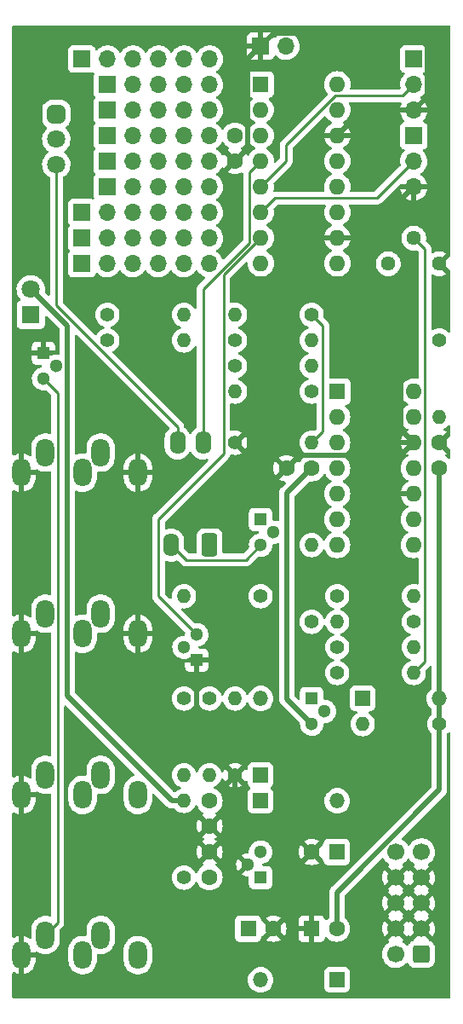
<source format=gbl>
G04 #@! TF.GenerationSoftware,KiCad,Pcbnew,(6.0.9)*
G04 #@! TF.CreationDate,2022-12-25T16:52:33+09:00*
G04 #@! TF.ProjectId,musicboxmod,6d757369-6362-46f7-986d-6f642e6b6963,rev?*
G04 #@! TF.SameCoordinates,PX791ddc0PY791ddc0*
G04 #@! TF.FileFunction,Copper,L2,Bot*
G04 #@! TF.FilePolarity,Positive*
%FSLAX46Y46*%
G04 Gerber Fmt 4.6, Leading zero omitted, Abs format (unit mm)*
G04 Created by KiCad (PCBNEW (6.0.9)) date 2022-12-25 16:52:33*
%MOMM*%
%LPD*%
G01*
G04 APERTURE LIST*
G04 Aperture macros list*
%AMRoundRect*
0 Rectangle with rounded corners*
0 $1 Rounding radius*
0 $2 $3 $4 $5 $6 $7 $8 $9 X,Y pos of 4 corners*
0 Add a 4 corners polygon primitive as box body*
4,1,4,$2,$3,$4,$5,$6,$7,$8,$9,$2,$3,0*
0 Add four circle primitives for the rounded corners*
1,1,$1+$1,$2,$3*
1,1,$1+$1,$4,$5*
1,1,$1+$1,$6,$7*
1,1,$1+$1,$8,$9*
0 Add four rect primitives between the rounded corners*
20,1,$1+$1,$2,$3,$4,$5,0*
20,1,$1+$1,$4,$5,$6,$7,0*
20,1,$1+$1,$6,$7,$8,$9,0*
20,1,$1+$1,$8,$9,$2,$3,0*%
G04 Aperture macros list end*
G04 #@! TA.AperFunction,ComponentPad*
%ADD10C,1.800000*%
G04 #@! TD*
G04 #@! TA.AperFunction,ComponentPad*
%ADD11RoundRect,0.450000X0.450000X0.450000X-0.450000X0.450000X-0.450000X-0.450000X0.450000X-0.450000X0*%
G04 #@! TD*
G04 #@! TA.AperFunction,ComponentPad*
%ADD12R,1.700000X1.700000*%
G04 #@! TD*
G04 #@! TA.AperFunction,ComponentPad*
%ADD13O,1.700000X1.700000*%
G04 #@! TD*
G04 #@! TA.AperFunction,ComponentPad*
%ADD14C,1.600000*%
G04 #@! TD*
G04 #@! TA.AperFunction,ComponentPad*
%ADD15R,1.600000X1.600000*%
G04 #@! TD*
G04 #@! TA.AperFunction,ComponentPad*
%ADD16R,1.500000X1.500000*%
G04 #@! TD*
G04 #@! TA.AperFunction,ComponentPad*
%ADD17O,1.500000X1.500000*%
G04 #@! TD*
G04 #@! TA.AperFunction,ComponentPad*
%ADD18R,1.800000X1.800000*%
G04 #@! TD*
G04 #@! TA.AperFunction,ComponentPad*
%ADD19RoundRect,0.250000X0.600000X0.600000X-0.600000X0.600000X-0.600000X-0.600000X0.600000X-0.600000X0*%
G04 #@! TD*
G04 #@! TA.AperFunction,ComponentPad*
%ADD20C,1.700000*%
G04 #@! TD*
G04 #@! TA.AperFunction,ComponentPad*
%ADD21R,1.300000X1.300000*%
G04 #@! TD*
G04 #@! TA.AperFunction,ComponentPad*
%ADD22C,1.300000*%
G04 #@! TD*
G04 #@! TA.AperFunction,ComponentPad*
%ADD23C,1.400000*%
G04 #@! TD*
G04 #@! TA.AperFunction,ComponentPad*
%ADD24O,1.400000X1.400000*%
G04 #@! TD*
G04 #@! TA.AperFunction,ComponentPad*
%ADD25O,1.600000X1.600000*%
G04 #@! TD*
G04 #@! TA.AperFunction,ComponentPad*
%ADD26RoundRect,0.249630X0.535370X-0.895370X0.535370X0.895370X-0.535370X0.895370X-0.535370X-0.895370X0*%
G04 #@! TD*
G04 #@! TA.AperFunction,ComponentPad*
%ADD27O,1.570000X2.290000*%
G04 #@! TD*
G04 #@! TA.AperFunction,ComponentPad*
%ADD28C,1.440000*%
G04 #@! TD*
G04 #@! TA.AperFunction,ComponentPad*
%ADD29O,1.800000X2.800000*%
G04 #@! TD*
G04 #@! TA.AperFunction,ViaPad*
%ADD30C,0.800000*%
G04 #@! TD*
G04 #@! TA.AperFunction,Conductor*
%ADD31C,0.250000*%
G04 #@! TD*
G04 #@! TA.AperFunction,Conductor*
%ADD32C,0.500000*%
G04 #@! TD*
G04 APERTURE END LIST*
D10*
G04 #@! TO.P,RV2,3,3*
G04 #@! TO.N,Net-(RV2-Pad3)*
X5080000Y83500000D03*
G04 #@! TO.P,RV2,2,2*
G04 #@! TO.N,OSC2*
X5080000Y86000000D03*
D11*
G04 #@! TO.P,RV2,1,1*
X5080000Y88500000D03*
G04 #@! TD*
D12*
G04 #@! TO.P,J11,1,Pin_1*
G04 #@! TO.N,Net-(J11-Pad1)*
X10160000Y81280000D03*
D13*
G04 #@! TO.P,J11,2,Pin_2*
X12700000Y81280000D03*
G04 #@! TO.P,J11,3,Pin_3*
G04 #@! TO.N,Net-(J11-Pad4)*
X15240000Y81280000D03*
G04 #@! TO.P,J11,4,Pin_4*
X17780000Y81280000D03*
G04 #@! TO.P,J11,5,Pin_5*
X20320000Y81280000D03*
G04 #@! TD*
D12*
G04 #@! TO.P,J12,1,Pin_1*
G04 #@! TO.N,Net-(J12-Pad1)*
X10160000Y83820000D03*
D13*
G04 #@! TO.P,J12,2,Pin_2*
X12700000Y83820000D03*
G04 #@! TO.P,J12,3,Pin_3*
G04 #@! TO.N,Net-(J12-Pad5)*
X15240000Y83820000D03*
G04 #@! TO.P,J12,4,Pin_4*
X17780000Y83820000D03*
G04 #@! TO.P,J12,5,Pin_5*
X20320000Y83820000D03*
G04 #@! TD*
D12*
G04 #@! TO.P,J13,1,Pin_1*
G04 #@! TO.N,Net-(J13-Pad1)*
X10160000Y86360000D03*
D13*
G04 #@! TO.P,J13,2,Pin_2*
X12700000Y86360000D03*
G04 #@! TO.P,J13,3,Pin_3*
G04 #@! TO.N,Net-(J13-Pad3)*
X15240000Y86360000D03*
G04 #@! TO.P,J13,4,Pin_4*
X17780000Y86360000D03*
G04 #@! TO.P,J13,5,Pin_5*
X20320000Y86360000D03*
G04 #@! TD*
D12*
G04 #@! TO.P,J9,1,Pin_1*
G04 #@! TO.N,Net-(J9-Pad1)*
X10160000Y88900000D03*
D13*
G04 #@! TO.P,J9,2,Pin_2*
X12700000Y88900000D03*
G04 #@! TO.P,J9,3,Pin_3*
G04 #@! TO.N,Net-(J9-Pad4)*
X15240000Y88900000D03*
G04 #@! TO.P,J9,4,Pin_4*
X17780000Y88900000D03*
G04 #@! TO.P,J9,5,Pin_5*
X20320000Y88900000D03*
G04 #@! TD*
D12*
G04 #@! TO.P,J10,1,Pin_1*
G04 #@! TO.N,Net-(J10-Pad1)*
X10160000Y91440000D03*
D13*
G04 #@! TO.P,J10,2,Pin_2*
X12700000Y91440000D03*
G04 #@! TO.P,J10,3,Pin_3*
G04 #@! TO.N,Net-(J10-Pad3)*
X15240000Y91440000D03*
G04 #@! TO.P,J10,4,Pin_4*
X17780000Y91440000D03*
G04 #@! TO.P,J10,5,Pin_5*
X20320000Y91440000D03*
G04 #@! TD*
D14*
G04 #@! TO.P,C1,1*
G04 #@! TO.N,+12V*
X30480000Y53340000D03*
G04 #@! TO.P,C1,2*
G04 #@! TO.N,GND*
X27980000Y53340000D03*
G04 #@! TD*
D15*
G04 #@! TO.P,C3,1*
G04 #@! TO.N,GND*
X30480000Y7620000D03*
D14*
G04 #@! TO.P,C3,2*
G04 #@! TO.N,-12V*
X32980000Y7620000D03*
G04 #@! TD*
G04 #@! TO.P,C4,1*
G04 #@! TO.N,-12V*
X43180000Y53380000D03*
G04 #@! TO.P,C4,2*
G04 #@! TO.N,GND*
X43180000Y55880000D03*
G04 #@! TD*
G04 #@! TO.P,C5,1*
G04 #@! TO.N,GND*
X20320000Y17820000D03*
G04 #@! TO.P,C5,2*
G04 #@! TO.N,+12V*
X20320000Y20320000D03*
G04 #@! TD*
D15*
G04 #@! TO.P,C7,1*
G04 #@! TO.N,+5V*
X24170000Y7620000D03*
D14*
G04 #@! TO.P,C7,2*
G04 #@! TO.N,GND*
X26670000Y7620000D03*
G04 #@! TD*
G04 #@! TO.P,C8,1*
G04 #@! TO.N,Net-(C8-Pad1)*
X22860000Y86360000D03*
G04 #@! TO.P,C8,2*
G04 #@! TO.N,GND*
X22860000Y83860000D03*
G04 #@! TD*
D16*
G04 #@! TO.P,D1,1,K*
G04 #@! TO.N,+12V*
X25400000Y20320000D03*
D17*
G04 #@! TO.P,D1,2,A*
G04 #@! TO.N,+12V_IN*
X33020000Y20320000D03*
G04 #@! TD*
D16*
G04 #@! TO.P,D2,1,K*
G04 #@! TO.N,-12V_IN*
X33020000Y2540000D03*
D17*
G04 #@! TO.P,D2,2,A*
G04 #@! TO.N,-12V*
X25400000Y2540000D03*
G04 #@! TD*
D16*
G04 #@! TO.P,D3,1,K*
G04 #@! TO.N,+12V*
X25400000Y22860000D03*
D17*
G04 #@! TO.P,D3,2,A*
G04 #@! TO.N,Net-(D3-Pad2)*
X25400000Y30480000D03*
G04 #@! TD*
D18*
G04 #@! TO.P,D6,1,K*
G04 #@! TO.N,Net-(D6-Pad1)*
X2540000Y68580000D03*
D10*
G04 #@! TO.P,D6,2,A*
G04 #@! TO.N,+5V*
X2540000Y71120000D03*
G04 #@! TD*
D19*
G04 #@! TO.P,J1,1,Pin_1*
G04 #@! TO.N,-12V_IN*
X41392500Y5080000D03*
D20*
G04 #@! TO.P,J1,2,Pin_2*
X38852500Y5080000D03*
G04 #@! TO.P,J1,3,Pin_3*
G04 #@! TO.N,GND*
X41392500Y7620000D03*
G04 #@! TO.P,J1,4,Pin_4*
X38852500Y7620000D03*
G04 #@! TO.P,J1,5,Pin_5*
X41392500Y10160000D03*
G04 #@! TO.P,J1,6,Pin_6*
X38852500Y10160000D03*
G04 #@! TO.P,J1,7,Pin_7*
X41392500Y12700000D03*
G04 #@! TO.P,J1,8,Pin_8*
X38852500Y12700000D03*
G04 #@! TO.P,J1,9,Pin_9*
G04 #@! TO.N,+12V_IN*
X41392500Y15240000D03*
G04 #@! TO.P,J1,10,Pin_10*
X38852500Y15240000D03*
G04 #@! TD*
D21*
G04 #@! TO.P,Q2,1,S*
G04 #@! TO.N,GND*
X19050000Y34290000D03*
D22*
G04 #@! TO.P,Q2,2,G*
G04 #@! TO.N,Net-(Q2-Pad2)*
X17780000Y35560000D03*
G04 #@! TO.P,Q2,3,D*
G04 #@! TO.N,TRIG*
X19050000Y36830000D03*
G04 #@! TD*
D23*
G04 #@! TO.P,R1,1*
G04 #@! TO.N,GATE_OUT*
X17780000Y12700000D03*
D24*
G04 #@! TO.P,R1,2*
G04 #@! TO.N,+5V*
X17780000Y20320000D03*
G04 #@! TD*
D23*
G04 #@! TO.P,R2,1*
G04 #@! TO.N,Net-(Q1-Pad2)*
X10160000Y66040000D03*
D24*
G04 #@! TO.P,R2,2*
G04 #@! TO.N,LED*
X17780000Y66040000D03*
G04 #@! TD*
D23*
G04 #@! TO.P,R3,1*
G04 #@! TO.N,Net-(R3-Pad1)*
X30480000Y68580000D03*
D24*
G04 #@! TO.P,R3,2*
G04 #@! TO.N,OUT1*
X22860000Y68580000D03*
G04 #@! TD*
D23*
G04 #@! TO.P,R4,1*
G04 #@! TO.N,GND*
X22860000Y55880000D03*
D24*
G04 #@! TO.P,R4,2*
G04 #@! TO.N,Net-(R3-Pad1)*
X30480000Y55880000D03*
G04 #@! TD*
D23*
G04 #@! TO.P,R5,1*
G04 #@! TO.N,Net-(D3-Pad2)*
X25400000Y40640000D03*
D24*
G04 #@! TO.P,R5,2*
G04 #@! TO.N,CV_IN*
X17780000Y40640000D03*
G04 #@! TD*
D23*
G04 #@! TO.P,R10,1*
G04 #@! TO.N,Net-(R10-Pad1)*
X40640000Y38100000D03*
D24*
G04 #@! TO.P,R10,2*
G04 #@! TO.N,Net-(R10-Pad2)*
X33020000Y38100000D03*
G04 #@! TD*
D23*
G04 #@! TO.P,R11,1*
G04 #@! TO.N,Net-(R11-Pad1)*
X43180000Y66040000D03*
D24*
G04 #@! TO.P,R11,2*
G04 #@! TO.N,Net-(R11-Pad2)*
X43180000Y58420000D03*
G04 #@! TD*
D23*
G04 #@! TO.P,R13,1*
G04 #@! TO.N,Net-(R13-Pad1)*
X30480000Y60960000D03*
D24*
G04 #@! TO.P,R13,2*
G04 #@! TO.N,Net-(R12-Pad1)*
X22860000Y60960000D03*
G04 #@! TD*
D23*
G04 #@! TO.P,R14,1*
G04 #@! TO.N,TRIG*
X20320000Y30480000D03*
D24*
G04 #@! TO.P,R14,2*
G04 #@! TO.N,+5V*
X20320000Y22860000D03*
G04 #@! TD*
D23*
G04 #@! TO.P,R20,1*
G04 #@! TO.N,Net-(D6-Pad1)*
X10160000Y68580000D03*
D24*
G04 #@! TO.P,R20,2*
G04 #@! TO.N,LED*
X17780000Y68580000D03*
G04 #@! TD*
D12*
G04 #@! TO.P,SW1,1,1*
G04 #@! TO.N,GND*
X25400000Y95250000D03*
D13*
G04 #@! TO.P,SW1,2,2*
G04 #@! TO.N,TRIG*
X27940000Y95250000D03*
G04 #@! TD*
D15*
G04 #@! TO.P,U3,1,TEST*
G04 #@! TO.N,unconnected-(U3-Pad1)*
X25420000Y91460000D03*
D25*
G04 #@! TO.P,U3,2,OSC2*
G04 #@! TO.N,OSC2*
X25420000Y88920000D03*
G04 #@! TO.P,U3,3,VGN*
G04 #@! TO.N,Net-(C8-Pad1)*
X25420000Y86380000D03*
G04 #@! TO.P,U3,4,OSC1*
G04 #@! TO.N,OSC1*
X25420000Y83840000D03*
G04 #@! TO.P,U3,5,MODE*
G04 #@! TO.N,MODE*
X25420000Y81300000D03*
G04 #@! TO.P,U3,6,SL*
G04 #@! TO.N,SL*
X25420000Y78760000D03*
G04 #@! TO.P,U3,7,TRIG*
G04 #@! TO.N,TRIG*
X25420000Y76220000D03*
G04 #@! TO.P,U3,8,NC*
G04 #@! TO.N,unconnected-(U3-Pad8)*
X25420000Y73680000D03*
G04 #@! TO.P,U3,9,NC*
G04 #@! TO.N,unconnected-(U3-Pad9)*
X33040000Y73680000D03*
G04 #@! TO.P,U3,10,VSS2*
G04 #@! TO.N,GND*
X33040000Y76220000D03*
G04 #@! TO.P,U3,11,OUT2*
G04 #@! TO.N,OUT2*
X33040000Y78760000D03*
G04 #@! TO.P,U3,12,VDD*
G04 #@! TO.N,+5V*
X33040000Y81300000D03*
G04 #@! TO.P,U3,13,OUT1*
G04 #@! TO.N,OUT1*
X33040000Y83840000D03*
G04 #@! TO.P,U3,14,VSS1*
G04 #@! TO.N,GND*
X33040000Y86380000D03*
G04 #@! TO.P,U3,15,MOT*
G04 #@! TO.N,unconnected-(U3-Pad15)*
X33040000Y88920000D03*
G04 #@! TO.P,U3,16,LED*
G04 #@! TO.N,LED*
X33040000Y91460000D03*
G04 #@! TD*
D26*
G04 #@! TO.P,U4,1,A*
G04 #@! TO.N,+12V*
X20320000Y45720000D03*
D27*
G04 #@! TO.P,U4,2,K*
G04 #@! TO.N,Net-(Q4-Pad3)*
X16510000Y45720000D03*
G04 #@! TO.P,U4,3,R*
G04 #@! TO.N,Net-(RV2-Pad3)*
X17150000Y55880000D03*
G04 #@! TO.P,U4,4,R*
G04 #@! TO.N,OSC1*
X19680000Y55880000D03*
G04 #@! TD*
D15*
G04 #@! TO.P,C2,1*
G04 #@! TO.N,+12V*
X32980000Y15240000D03*
D14*
G04 #@! TO.P,C2,2*
G04 #@! TO.N,GND*
X30480000Y15240000D03*
G04 #@! TD*
G04 #@! TO.P,C6,1*
G04 #@! TO.N,GND*
X20320000Y15240000D03*
G04 #@! TO.P,C6,2*
G04 #@! TO.N,+5V*
X20320000Y12740000D03*
G04 #@! TD*
D21*
G04 #@! TO.P,U2,1,VO*
G04 #@! TO.N,+5V*
X25400000Y12700000D03*
D22*
G04 #@! TO.P,U2,2,GND*
G04 #@! TO.N,GND*
X24130000Y13970000D03*
G04 #@! TO.P,U2,3,VI*
G04 #@! TO.N,+12V*
X25400000Y15240000D03*
G04 #@! TD*
D28*
G04 #@! TO.P,RV1,1,1*
G04 #@! TO.N,GND*
X43180000Y73660000D03*
G04 #@! TO.P,RV1,2,2*
G04 #@! TO.N,Net-(R9-Pad2)*
X40640000Y76200000D03*
G04 #@! TO.P,RV1,3,3*
G04 #@! TO.N,+5V*
X38100000Y73660000D03*
G04 #@! TD*
D21*
G04 #@! TO.P,Q1,1,S*
G04 #@! TO.N,GND*
X3810000Y64770000D03*
D22*
G04 #@! TO.P,Q1,2,G*
G04 #@! TO.N,Net-(Q1-Pad2)*
X5080000Y63500000D03*
G04 #@! TO.P,Q1,3,D*
G04 #@! TO.N,GATE_OUT*
X3810000Y62230000D03*
G04 #@! TD*
D23*
G04 #@! TO.P,R17,1*
G04 #@! TO.N,Net-(Q2-Pad2)*
X17780000Y30480000D03*
D24*
G04 #@! TO.P,R17,2*
G04 #@! TO.N,GATE_IN*
X17780000Y22860000D03*
G04 #@! TD*
D23*
G04 #@! TO.P,R12,1*
G04 #@! TO.N,Net-(R12-Pad1)*
X22860000Y66040000D03*
D24*
G04 #@! TO.P,R12,2*
G04 #@! TO.N,OUT2*
X30480000Y66040000D03*
G04 #@! TD*
D23*
G04 #@! TO.P,R7,1*
G04 #@! TO.N,SIGNAL_OUT*
X22860000Y63500000D03*
D24*
G04 #@! TO.P,R7,2*
G04 #@! TO.N,Net-(R13-Pad1)*
X30480000Y63500000D03*
G04 #@! TD*
D12*
G04 #@! TO.P,J2,1,Pin_1*
G04 #@! TO.N,+5V*
X40640000Y93980000D03*
D13*
G04 #@! TO.P,J2,2,Pin_2*
G04 #@! TO.N,MODE*
X40640000Y91440000D03*
G04 #@! TO.P,J2,3,Pin_3*
G04 #@! TO.N,GND*
X40640000Y88900000D03*
G04 #@! TD*
D12*
G04 #@! TO.P,J7,1,Pin_1*
G04 #@! TO.N,+5V*
X40640000Y86360000D03*
D13*
G04 #@! TO.P,J7,2,Pin_2*
G04 #@! TO.N,SL*
X40640000Y83820000D03*
G04 #@! TO.P,J7,3,Pin_3*
G04 #@! TO.N,GND*
X40640000Y81280000D03*
G04 #@! TD*
D23*
G04 #@! TO.P,R8,1*
G04 #@! TO.N,Net-(R10-Pad2)*
X33020000Y35560000D03*
D24*
G04 #@! TO.P,R8,2*
G04 #@! TO.N,CV*
X40640000Y35560000D03*
G04 #@! TD*
D23*
G04 #@! TO.P,R16,1*
G04 #@! TO.N,Net-(Q4-Pad2)*
X30480000Y38100000D03*
D24*
G04 #@! TO.P,R16,2*
G04 #@! TO.N,Net-(R16-Pad2)*
X30480000Y45720000D03*
G04 #@! TD*
D23*
G04 #@! TO.P,R18,1*
G04 #@! TO.N,GND*
X22860000Y22860000D03*
D24*
G04 #@! TO.P,R18,2*
G04 #@! TO.N,Net-(Q4-Pad1)*
X22860000Y30480000D03*
G04 #@! TD*
D23*
G04 #@! TO.P,R15,1*
G04 #@! TO.N,Net-(R11-Pad2)*
X33020000Y40640000D03*
D24*
G04 #@! TO.P,R15,2*
G04 #@! TO.N,Net-(R10-Pad1)*
X40640000Y40640000D03*
G04 #@! TD*
D21*
G04 #@! TO.P,Q3,1,G*
G04 #@! TO.N,Net-(D3-Pad2)*
X30480000Y30480000D03*
D22*
G04 #@! TO.P,Q3,2,S*
G04 #@! TO.N,CV*
X31750000Y29210000D03*
G04 #@! TO.P,Q3,3,D*
G04 #@! TO.N,+12V*
X30480000Y27940000D03*
G04 #@! TD*
D16*
G04 #@! TO.P,D4,1,K*
G04 #@! TO.N,Net-(D3-Pad2)*
X35560000Y30480000D03*
D17*
G04 #@! TO.P,D4,2,A*
G04 #@! TO.N,-12V*
X43180000Y30480000D03*
G04 #@! TD*
D23*
G04 #@! TO.P,R6,1*
G04 #@! TO.N,-12V*
X43180000Y27940000D03*
D24*
G04 #@! TO.P,R6,2*
G04 #@! TO.N,CV*
X35560000Y27940000D03*
G04 #@! TD*
D21*
G04 #@! TO.P,Q4,1,E*
G04 #@! TO.N,Net-(Q4-Pad1)*
X25400000Y48260000D03*
D22*
G04 #@! TO.P,Q4,2,B*
G04 #@! TO.N,Net-(Q4-Pad2)*
X26670000Y46990000D03*
G04 #@! TO.P,Q4,3,C*
G04 #@! TO.N,Net-(Q4-Pad3)*
X25400000Y45720000D03*
G04 #@! TD*
D23*
G04 #@! TO.P,R9,1*
G04 #@! TO.N,Net-(R10-Pad2)*
X33020000Y33020000D03*
D24*
G04 #@! TO.P,R9,2*
G04 #@! TO.N,Net-(R9-Pad2)*
X40640000Y33020000D03*
G04 #@! TD*
D15*
G04 #@! TO.P,U1,1*
G04 #@! TO.N,Net-(R13-Pad1)*
X33020000Y60960000D03*
D25*
G04 #@! TO.P,U1,2,-*
G04 #@! TO.N,Net-(R12-Pad1)*
X33020000Y58420000D03*
G04 #@! TO.P,U1,3,+*
G04 #@! TO.N,Net-(R3-Pad1)*
X33020000Y55880000D03*
G04 #@! TO.P,U1,4,V+*
G04 #@! TO.N,+12V*
X33020000Y53340000D03*
G04 #@! TO.P,U1,5,+*
G04 #@! TO.N,Net-(R11-Pad1)*
X33020000Y50800000D03*
G04 #@! TO.P,U1,6,-*
G04 #@! TO.N,Net-(Q4-Pad1)*
X33020000Y48260000D03*
G04 #@! TO.P,U1,7*
G04 #@! TO.N,Net-(R16-Pad2)*
X33020000Y45720000D03*
G04 #@! TO.P,U1,8*
G04 #@! TO.N,Net-(R10-Pad1)*
X40640000Y45720000D03*
G04 #@! TO.P,U1,9,-*
G04 #@! TO.N,Net-(R10-Pad2)*
X40640000Y48260000D03*
G04 #@! TO.P,U1,10,+*
G04 #@! TO.N,GND*
X40640000Y50800000D03*
G04 #@! TO.P,U1,11,V-*
G04 #@! TO.N,-12V*
X40640000Y53340000D03*
G04 #@! TO.P,U1,12,+*
G04 #@! TO.N,GND*
X40640000Y55880000D03*
G04 #@! TO.P,U1,13,-*
G04 #@! TO.N,Net-(R11-Pad2)*
X40640000Y58420000D03*
G04 #@! TO.P,U1,14*
G04 #@! TO.N,Net-(R11-Pad1)*
X40640000Y60960000D03*
G04 #@! TD*
D12*
G04 #@! TO.P,J15,1,Pin_1*
G04 #@! TO.N,Net-(J15-Pad1)*
X7620000Y78740000D03*
D13*
G04 #@! TO.P,J15,2,Pin_2*
X10160000Y78740000D03*
G04 #@! TO.P,J15,3,Pin_3*
X12700000Y78740000D03*
G04 #@! TO.P,J15,4,Pin_4*
G04 #@! TO.N,Net-(J15-Pad4)*
X15240000Y78740000D03*
G04 #@! TO.P,J15,5,Pin_5*
X17780000Y78740000D03*
G04 #@! TO.P,J15,6,Pin_6*
X20320000Y78740000D03*
G04 #@! TD*
D12*
G04 #@! TO.P,J16,1,Pin_1*
G04 #@! TO.N,+5V*
X7620000Y93980000D03*
D13*
G04 #@! TO.P,J16,2,Pin_2*
X10160000Y93980000D03*
G04 #@! TO.P,J16,3,Pin_3*
X12700000Y93980000D03*
G04 #@! TO.P,J16,4,Pin_4*
X15240000Y93980000D03*
G04 #@! TO.P,J16,5,Pin_5*
X17780000Y93980000D03*
G04 #@! TO.P,J16,6,Pin_6*
X20320000Y93980000D03*
G04 #@! TD*
D12*
G04 #@! TO.P,J8,1,Pin_1*
G04 #@! TO.N,Net-(J8-Pad1)*
X7620000Y73660000D03*
D13*
G04 #@! TO.P,J8,2,Pin_2*
X10160000Y73660000D03*
G04 #@! TO.P,J8,3,Pin_3*
X12700000Y73660000D03*
G04 #@! TO.P,J8,4,Pin_4*
G04 #@! TO.N,Net-(J8-Pad4)*
X15240000Y73660000D03*
G04 #@! TO.P,J8,5,Pin_5*
X17780000Y73660000D03*
G04 #@! TO.P,J8,6,Pin_6*
X20320000Y73660000D03*
G04 #@! TD*
D29*
G04 #@! TO.P,J4,R*
G04 #@! TO.N,unconnected-(J4-PadR)*
X9500000Y38900000D03*
G04 #@! TO.P,J4,RN*
G04 #@! TO.N,unconnected-(J4-PadRN)*
X7700000Y36900000D03*
G04 #@! TO.P,J4,S*
G04 #@! TO.N,GND*
X1600000Y36900000D03*
G04 #@! TO.P,J4,T*
G04 #@! TO.N,GATE_IN*
X4000000Y38900000D03*
G04 #@! TO.P,J4,TN*
G04 #@! TO.N,GND*
X13200000Y36900000D03*
G04 #@! TD*
D12*
G04 #@! TO.P,J14,1,Pin_1*
G04 #@! TO.N,Net-(J14-Pad1)*
X7620000Y76200000D03*
D13*
G04 #@! TO.P,J14,2,Pin_2*
X10160000Y76200000D03*
G04 #@! TO.P,J14,3,Pin_3*
X12700000Y76200000D03*
G04 #@! TO.P,J14,4,Pin_4*
G04 #@! TO.N,Net-(J14-Pad4)*
X15240000Y76200000D03*
G04 #@! TO.P,J14,5,Pin_5*
X17780000Y76200000D03*
G04 #@! TO.P,J14,6,Pin_6*
X20320000Y76200000D03*
G04 #@! TD*
D29*
G04 #@! TO.P,J5,R*
G04 #@! TO.N,unconnected-(J5-PadR)*
X9500000Y22900000D03*
G04 #@! TO.P,J5,RN*
G04 #@! TO.N,unconnected-(J5-PadRN)*
X7700000Y20900000D03*
G04 #@! TO.P,J5,S*
G04 #@! TO.N,GND*
X1600000Y20900000D03*
G04 #@! TO.P,J5,T*
G04 #@! TO.N,SIGNAL_OUT*
X4000000Y22900000D03*
G04 #@! TO.P,J5,TN*
G04 #@! TO.N,unconnected-(J5-PadTN)*
X13200000Y20900000D03*
G04 #@! TD*
G04 #@! TO.P,J6,R*
G04 #@! TO.N,unconnected-(J6-PadR)*
X9500000Y7000000D03*
G04 #@! TO.P,J6,RN*
G04 #@! TO.N,unconnected-(J6-PadRN)*
X7700000Y5000000D03*
G04 #@! TO.P,J6,S*
G04 #@! TO.N,GND*
X1600000Y5000000D03*
G04 #@! TO.P,J6,T*
G04 #@! TO.N,GATE_OUT*
X4000000Y7000000D03*
G04 #@! TO.P,J6,TN*
G04 #@! TO.N,unconnected-(J6-PadTN)*
X13200000Y5000000D03*
G04 #@! TD*
G04 #@! TO.P,J3,R*
G04 #@! TO.N,unconnected-(J3-PadR)*
X9500000Y54900000D03*
G04 #@! TO.P,J3,RN*
G04 #@! TO.N,unconnected-(J3-PadRN)*
X7700000Y52900000D03*
G04 #@! TO.P,J3,S*
G04 #@! TO.N,GND*
X1600000Y52900000D03*
G04 #@! TO.P,J3,T*
G04 #@! TO.N,CV_IN*
X4000000Y54900000D03*
G04 #@! TO.P,J3,TN*
G04 #@! TO.N,GND*
X13200000Y52900000D03*
G04 #@! TD*
D30*
G04 #@! TO.N,GND*
X24130000Y35560000D03*
X33020000Y69850000D03*
X16510000Y60960000D03*
X10160000Y60960000D03*
X39370000Y24130000D03*
X26670000Y69850000D03*
X25400000Y26670000D03*
X7620000Y15240000D03*
X36809511Y54589511D03*
X13970000Y67310000D03*
X11430000Y10160000D03*
X7620000Y44450000D03*
X26670000Y64770000D03*
X30480000Y34290000D03*
X39370000Y66040000D03*
X36830000Y38100000D03*
X34290000Y24130000D03*
G04 #@! TD*
D31*
G04 #@! TO.N,Net-(RV2-Pad3)*
X5080000Y69529700D02*
X5080000Y83500000D01*
D32*
G04 #@! TO.N,GND*
X24110000Y85110000D02*
X22860000Y83860000D01*
X24110000Y93960000D02*
X24110000Y85110000D01*
X40640000Y88900000D02*
X35560000Y88900000D01*
X19050000Y26670000D02*
X19050000Y34290000D01*
X40640000Y55880000D02*
X39370000Y57150000D01*
X35560000Y88900000D02*
X33040000Y86380000D01*
X22860000Y20360000D02*
X20320000Y17820000D01*
X22860000Y22860000D02*
X22860000Y20360000D01*
X33040000Y76220000D02*
X35580000Y76220000D01*
X29229511Y54589511D02*
X27980000Y53340000D01*
X25400000Y95250000D02*
X24110000Y93960000D01*
X22860000Y22860000D02*
X19050000Y26670000D01*
X26700000Y96550000D02*
X25400000Y95250000D01*
X40670000Y96550000D02*
X26700000Y96550000D01*
X40640000Y88900000D02*
X41940000Y90200000D01*
X40640000Y55880000D02*
X39349511Y54589511D01*
X39349511Y54589511D02*
X36809511Y54589511D01*
X41940000Y90200000D02*
X41940000Y95280000D01*
X41940000Y95280000D02*
X40670000Y96550000D01*
X35580000Y76220000D02*
X40640000Y81280000D01*
X36809511Y54589511D02*
X29229511Y54589511D01*
X39370000Y57150000D02*
X39370000Y66040000D01*
G04 #@! TO.N,+12V*
X28000000Y50860000D02*
X30480000Y53340000D01*
X30480000Y27940000D02*
X28000000Y30420000D01*
X28000000Y40700000D02*
X28000000Y50860000D01*
X28000000Y30420000D02*
X28000000Y40700000D01*
G04 #@! TO.N,-12V*
X32980000Y11205287D02*
X43180000Y21405287D01*
X32980000Y7620000D02*
X32980000Y11205287D01*
X43180000Y53300000D02*
X43180000Y27940000D01*
X43180000Y21405287D02*
X43180000Y27940000D01*
G04 #@! TO.N,+5V*
X6180000Y30717918D02*
X16577918Y20320000D01*
X6180000Y67480000D02*
X6180000Y30717918D01*
X16577918Y20320000D02*
X17780000Y20320000D01*
X2540000Y71120000D02*
X6180000Y67480000D01*
D31*
G04 #@! TO.N,SL*
X36995489Y80175489D02*
X26835489Y80175489D01*
X25420000Y78760000D02*
X26835489Y80175489D01*
X40640000Y83820000D02*
X36995489Y80175489D01*
G04 #@! TO.N,MODE*
X39535489Y90335489D02*
X32865189Y90335489D01*
X32865189Y90335489D02*
X27940000Y85410300D01*
X27940000Y85410300D02*
X27940000Y83820000D01*
X27940000Y83820000D02*
X25420000Y81300000D01*
X40640000Y91440000D02*
X39535489Y90335489D01*
G04 #@! TO.N,GATE_OUT*
X5225000Y8225000D02*
X4000000Y7000000D01*
X5225000Y60815000D02*
X5225000Y8225000D01*
X3810000Y62230000D02*
X5225000Y60815000D01*
G04 #@! TO.N,TRIG*
X19050000Y36830000D02*
X15240000Y40640000D01*
X15240000Y40640000D02*
X15240000Y48260000D01*
X15240000Y48260000D02*
X21735489Y54755489D01*
X21735489Y54755489D02*
X21735489Y72535489D01*
X21735489Y72535489D02*
X25420000Y76220000D01*
G04 #@! TO.N,Net-(R3-Pad1)*
X30480000Y55880000D02*
X31604511Y57004511D01*
X31604511Y67455489D02*
X30480000Y68580000D01*
X31604511Y57004511D02*
X31604511Y67455489D01*
G04 #@! TO.N,OSC1*
X24295489Y82715489D02*
X25420000Y83840000D01*
X19680000Y71115717D02*
X24295489Y75731206D01*
X19680000Y55880000D02*
X19680000Y71115717D01*
X24295489Y75731206D02*
X24295489Y82715489D01*
G04 #@! TO.N,Net-(R9-Pad2)*
X40640000Y33020000D02*
X41764511Y34144511D01*
X41764511Y34144511D02*
X41764511Y75075489D01*
X41764511Y75075489D02*
X40640000Y76200000D01*
G04 #@! TO.N,Net-(Q4-Pad3)*
X17979520Y44250480D02*
X23930480Y44250480D01*
X16510000Y45720000D02*
X17979520Y44250480D01*
X23930480Y44250480D02*
X25400000Y45720000D01*
G04 #@! TO.N,Net-(RV2-Pad3)*
X5080000Y69529700D02*
X17150000Y57459700D01*
X17150000Y57459700D02*
X17150000Y55880000D01*
G04 #@! TD*
G04 #@! TA.AperFunction,Conductor*
G04 #@! TO.N,GND*
G36*
X44241621Y97279498D02*
G01*
X44288114Y97225842D01*
X44299500Y97173500D01*
X44299500Y74447368D01*
X44279498Y74379247D01*
X44232123Y74335836D01*
X44196127Y74316916D01*
X43552021Y73672811D01*
X43544408Y73658868D01*
X43544539Y73657034D01*
X43548790Y73650420D01*
X44196849Y73002362D01*
X44233885Y72982139D01*
X44284087Y72931937D01*
X44299500Y72871551D01*
X44299500Y66933767D01*
X44279498Y66865646D01*
X44225842Y66819153D01*
X44155568Y66809049D01*
X44090988Y66838543D01*
X44084405Y66844672D01*
X43959776Y66969301D01*
X43786558Y67090589D01*
X43781580Y67092910D01*
X43781577Y67092912D01*
X43599892Y67177633D01*
X43599891Y67177634D01*
X43594910Y67179956D01*
X43589602Y67181378D01*
X43589600Y67181379D01*
X43395970Y67233262D01*
X43395968Y67233262D01*
X43390655Y67234686D01*
X43180000Y67253116D01*
X42969345Y67234686D01*
X42964032Y67233262D01*
X42964030Y67233262D01*
X42770400Y67181379D01*
X42770398Y67181378D01*
X42765090Y67179956D01*
X42760109Y67177634D01*
X42760108Y67177633D01*
X42577261Y67092370D01*
X42507069Y67081709D01*
X42442257Y67110689D01*
X42403400Y67170109D01*
X42398011Y67206565D01*
X42398011Y72471918D01*
X42418013Y72540039D01*
X42471669Y72586532D01*
X42541943Y72596636D01*
X42577261Y72586113D01*
X42753413Y72503972D01*
X42763705Y72500226D01*
X42960632Y72447460D01*
X42971425Y72445557D01*
X43174525Y72427788D01*
X43185475Y72427788D01*
X43388575Y72445557D01*
X43399368Y72447460D01*
X43596295Y72500226D01*
X43606587Y72503972D01*
X43791359Y72590132D01*
X43800854Y72595615D01*
X43835607Y72619949D01*
X43843983Y72630428D01*
X43836916Y72643872D01*
X42909884Y73570905D01*
X42875859Y73633217D01*
X42880924Y73704033D01*
X42909885Y73749095D01*
X43180000Y74019210D01*
X43837636Y74676847D01*
X43844066Y74688622D01*
X43834770Y74700637D01*
X43800854Y74724385D01*
X43791359Y74729868D01*
X43606587Y74816028D01*
X43596295Y74819774D01*
X43399368Y74872540D01*
X43388575Y74874443D01*
X43185475Y74892212D01*
X43174525Y74892212D01*
X42971425Y74874443D01*
X42960632Y74872540D01*
X42763705Y74819774D01*
X42753413Y74816028D01*
X42577261Y74733887D01*
X42507069Y74723226D01*
X42442257Y74752206D01*
X42403400Y74811626D01*
X42398011Y74848082D01*
X42398011Y74996721D01*
X42398538Y75007904D01*
X42400213Y75015397D01*
X42399448Y75039755D01*
X42398073Y75083487D01*
X42398011Y75087445D01*
X42398011Y75115345D01*
X42397507Y75119336D01*
X42396574Y75131178D01*
X42396548Y75132024D01*
X42395185Y75175378D01*
X42392973Y75182992D01*
X42392972Y75182997D01*
X42389534Y75194830D01*
X42385523Y75214194D01*
X42383978Y75226425D01*
X42382985Y75234286D01*
X42380068Y75241653D01*
X42380067Y75241658D01*
X42366709Y75275397D01*
X42362865Y75286624D01*
X42358374Y75302082D01*
X42350529Y75329082D01*
X42340218Y75346517D01*
X42331523Y75364265D01*
X42324063Y75383106D01*
X42318321Y75391010D01*
X42298075Y75418876D01*
X42291559Y75428796D01*
X42273091Y75460024D01*
X42273089Y75460027D01*
X42269053Y75466851D01*
X42254732Y75481172D01*
X42241891Y75496206D01*
X42229983Y75512596D01*
X42195906Y75540787D01*
X42187127Y75548777D01*
X41883833Y75852071D01*
X41849807Y75914383D01*
X41851221Y75973776D01*
X41853033Y75980540D01*
X41853034Y75980543D01*
X41854458Y75985858D01*
X41873193Y76200000D01*
X41854458Y76414142D01*
X41852181Y76422639D01*
X41800245Y76616467D01*
X41800244Y76616469D01*
X41798822Y76621777D01*
X41788438Y76644046D01*
X41710299Y76811615D01*
X41710297Y76811618D01*
X41707976Y76816596D01*
X41584681Y76992681D01*
X41432681Y77144681D01*
X41256597Y77267976D01*
X41251619Y77270297D01*
X41251616Y77270299D01*
X41066759Y77356499D01*
X41066758Y77356500D01*
X41061777Y77358822D01*
X41056469Y77360244D01*
X41056467Y77360245D01*
X40859457Y77413034D01*
X40859455Y77413034D01*
X40854142Y77414458D01*
X40640000Y77433193D01*
X40425858Y77414458D01*
X40420545Y77413034D01*
X40420543Y77413034D01*
X40223533Y77360245D01*
X40223531Y77360244D01*
X40218223Y77358822D01*
X40213243Y77356500D01*
X40213241Y77356499D01*
X40028385Y77270299D01*
X40028382Y77270297D01*
X40023404Y77267976D01*
X39847319Y77144681D01*
X39695319Y76992681D01*
X39572024Y76816596D01*
X39569703Y76811618D01*
X39569701Y76811615D01*
X39491562Y76644046D01*
X39481178Y76621777D01*
X39479756Y76616469D01*
X39479755Y76616467D01*
X39427819Y76422639D01*
X39425542Y76414142D01*
X39406807Y76200000D01*
X39425542Y75985858D01*
X39426966Y75980545D01*
X39426966Y75980543D01*
X39433354Y75956705D01*
X39481178Y75778223D01*
X39483500Y75773243D01*
X39483501Y75773241D01*
X39518499Y75698189D01*
X39572024Y75583404D01*
X39695319Y75407319D01*
X39847319Y75255319D01*
X40023403Y75132024D01*
X40028381Y75129703D01*
X40028384Y75129701D01*
X40213241Y75043501D01*
X40218223Y75041178D01*
X40223531Y75039756D01*
X40223533Y75039755D01*
X40420543Y74986966D01*
X40420545Y74986966D01*
X40425858Y74985542D01*
X40640000Y74966807D01*
X40854142Y74985542D01*
X40860004Y74987113D01*
X40866224Y74988779D01*
X40937200Y74987089D01*
X40987929Y74956167D01*
X41094106Y74849990D01*
X41128132Y74787678D01*
X41131011Y74760895D01*
X41131011Y62347299D01*
X41111009Y62279178D01*
X41057353Y62232685D01*
X40987079Y62222581D01*
X40972407Y62225590D01*
X40868087Y62253543D01*
X40640000Y62273498D01*
X40411913Y62253543D01*
X40406600Y62252119D01*
X40406598Y62252119D01*
X40196067Y62195707D01*
X40196065Y62195706D01*
X40190757Y62194284D01*
X40185776Y62191961D01*
X40185775Y62191961D01*
X39988238Y62099849D01*
X39988233Y62099846D01*
X39983251Y62097523D01*
X39878389Y62024098D01*
X39800211Y61969357D01*
X39800208Y61969355D01*
X39795700Y61966198D01*
X39633802Y61804300D01*
X39630645Y61799792D01*
X39630643Y61799789D01*
X39591349Y61743671D01*
X39502477Y61616749D01*
X39500154Y61611767D01*
X39500151Y61611762D01*
X39438293Y61479106D01*
X39405716Y61409243D01*
X39404294Y61403935D01*
X39404293Y61403933D01*
X39347881Y61193402D01*
X39346457Y61188087D01*
X39326502Y60960000D01*
X39346457Y60731913D01*
X39347881Y60726600D01*
X39347881Y60726598D01*
X39395094Y60550400D01*
X39405716Y60510757D01*
X39408039Y60505776D01*
X39408039Y60505775D01*
X39500151Y60308238D01*
X39500154Y60308233D01*
X39502477Y60303251D01*
X39633802Y60115700D01*
X39795700Y59953802D01*
X39800208Y59950645D01*
X39800211Y59950643D01*
X39841542Y59921703D01*
X39983251Y59822477D01*
X39988233Y59820154D01*
X39988238Y59820151D01*
X40022457Y59804195D01*
X40075742Y59757278D01*
X40095203Y59689001D01*
X40074661Y59621041D01*
X40022457Y59575805D01*
X39988238Y59559849D01*
X39988233Y59559846D01*
X39983251Y59557523D01*
X39972663Y59550109D01*
X39800211Y59429357D01*
X39800208Y59429355D01*
X39795700Y59426198D01*
X39633802Y59264300D01*
X39630645Y59259792D01*
X39630643Y59259789D01*
X39575902Y59181611D01*
X39502477Y59076749D01*
X39500154Y59071767D01*
X39500151Y59071762D01*
X39410162Y58878778D01*
X39405716Y58869243D01*
X39346457Y58648087D01*
X39326502Y58420000D01*
X39346457Y58191913D01*
X39405716Y57970757D01*
X39408039Y57965776D01*
X39408039Y57965775D01*
X39500151Y57768238D01*
X39500154Y57768233D01*
X39502477Y57763251D01*
X39537458Y57713293D01*
X39617904Y57598405D01*
X39633802Y57575700D01*
X39795700Y57413802D01*
X39800208Y57410645D01*
X39800211Y57410643D01*
X39854028Y57372960D01*
X39983251Y57282477D01*
X39988233Y57280154D01*
X39988238Y57280151D01*
X40023049Y57263919D01*
X40076334Y57217002D01*
X40095795Y57148725D01*
X40075253Y57080765D01*
X40023049Y57035529D01*
X39988489Y57019414D01*
X39978993Y57013931D01*
X39800533Y56888972D01*
X39792125Y56881916D01*
X39638084Y56727875D01*
X39631028Y56719467D01*
X39506069Y56541007D01*
X39500586Y56531511D01*
X39408510Y56334053D01*
X39404764Y56323761D01*
X39358606Y56151497D01*
X39358942Y56137401D01*
X39366884Y56134000D01*
X40768000Y56134000D01*
X40836121Y56113998D01*
X40882614Y56060342D01*
X40894000Y56008000D01*
X40894000Y55752000D01*
X40873998Y55683879D01*
X40820342Y55637386D01*
X40768000Y55626000D01*
X39372033Y55626000D01*
X39358502Y55622027D01*
X39357273Y55613478D01*
X39404764Y55436239D01*
X39408510Y55425947D01*
X39500586Y55228489D01*
X39506069Y55218993D01*
X39631028Y55040533D01*
X39638084Y55032125D01*
X39792125Y54878084D01*
X39800533Y54871028D01*
X39978993Y54746069D01*
X39988489Y54740586D01*
X40023049Y54724471D01*
X40076334Y54677554D01*
X40095795Y54609277D01*
X40075253Y54541317D01*
X40023049Y54496081D01*
X39988238Y54479849D01*
X39988233Y54479846D01*
X39983251Y54477523D01*
X39926405Y54437719D01*
X39800211Y54349357D01*
X39800208Y54349355D01*
X39795700Y54346198D01*
X39633802Y54184300D01*
X39502477Y53996749D01*
X39500154Y53991767D01*
X39500151Y53991762D01*
X39459852Y53905339D01*
X39405716Y53789243D01*
X39404294Y53783935D01*
X39404293Y53783933D01*
X39383019Y53704539D01*
X39346457Y53568087D01*
X39326502Y53340000D01*
X39346457Y53111913D01*
X39347881Y53106600D01*
X39347881Y53106598D01*
X39388406Y52955360D01*
X39405716Y52890757D01*
X39408039Y52885776D01*
X39408039Y52885775D01*
X39500151Y52688238D01*
X39500154Y52688233D01*
X39502477Y52683251D01*
X39538047Y52632452D01*
X39605794Y52535700D01*
X39633802Y52495700D01*
X39795700Y52333802D01*
X39800208Y52330645D01*
X39800211Y52330643D01*
X39857470Y52290550D01*
X39983251Y52202477D01*
X39988233Y52200154D01*
X39988238Y52200151D01*
X40023049Y52183919D01*
X40076334Y52137002D01*
X40095795Y52068725D01*
X40075253Y52000765D01*
X40023049Y51955529D01*
X39988489Y51939414D01*
X39978993Y51933931D01*
X39800533Y51808972D01*
X39792125Y51801916D01*
X39638084Y51647875D01*
X39631028Y51639467D01*
X39506069Y51461007D01*
X39500586Y51451511D01*
X39408510Y51254053D01*
X39404764Y51243761D01*
X39358606Y51071497D01*
X39358942Y51057401D01*
X39366884Y51054000D01*
X40768000Y51054000D01*
X40836121Y51033998D01*
X40882614Y50980342D01*
X40894000Y50928000D01*
X40894000Y50672000D01*
X40873998Y50603879D01*
X40820342Y50557386D01*
X40768000Y50546000D01*
X39372033Y50546000D01*
X39358502Y50542027D01*
X39357273Y50533478D01*
X39404764Y50356239D01*
X39408510Y50345947D01*
X39500586Y50148489D01*
X39506069Y50138993D01*
X39631028Y49960533D01*
X39638084Y49952125D01*
X39792125Y49798084D01*
X39800533Y49791028D01*
X39978993Y49666069D01*
X39988489Y49660586D01*
X40023049Y49644471D01*
X40076334Y49597554D01*
X40095795Y49529277D01*
X40075253Y49461317D01*
X40023049Y49416081D01*
X39988238Y49399849D01*
X39988233Y49399846D01*
X39983251Y49397523D01*
X39935043Y49363767D01*
X39800211Y49269357D01*
X39800208Y49269355D01*
X39795700Y49266198D01*
X39633802Y49104300D01*
X39502477Y48916749D01*
X39500154Y48911767D01*
X39500151Y48911762D01*
X39431087Y48763652D01*
X39405716Y48709243D01*
X39404294Y48703935D01*
X39404293Y48703933D01*
X39381151Y48617566D01*
X39346457Y48488087D01*
X39326502Y48260000D01*
X39346457Y48031913D01*
X39347881Y48026600D01*
X39347881Y48026598D01*
X39369637Y47945406D01*
X39405716Y47810757D01*
X39408039Y47805776D01*
X39408039Y47805775D01*
X39500151Y47608238D01*
X39500154Y47608233D01*
X39502477Y47603251D01*
X39633802Y47415700D01*
X39795700Y47253802D01*
X39800208Y47250645D01*
X39800211Y47250643D01*
X39847673Y47217410D01*
X39983251Y47122477D01*
X39988233Y47120154D01*
X39988238Y47120151D01*
X40022457Y47104195D01*
X40075742Y47057278D01*
X40095203Y46989001D01*
X40074661Y46921041D01*
X40022457Y46875805D01*
X39988238Y46859849D01*
X39988233Y46859846D01*
X39983251Y46857523D01*
X39963680Y46843819D01*
X39800211Y46729357D01*
X39800208Y46729355D01*
X39795700Y46726198D01*
X39633802Y46564300D01*
X39630645Y46559792D01*
X39630643Y46559789D01*
X39603395Y46520875D01*
X39502477Y46376749D01*
X39500154Y46371767D01*
X39500151Y46371762D01*
X39429026Y46219232D01*
X39405716Y46169243D01*
X39404294Y46163935D01*
X39404293Y46163933D01*
X39350158Y45961898D01*
X39346457Y45948087D01*
X39326502Y45720000D01*
X39346457Y45491913D01*
X39347881Y45486600D01*
X39347881Y45486598D01*
X39395094Y45310400D01*
X39405716Y45270757D01*
X39408039Y45265776D01*
X39408039Y45265775D01*
X39500151Y45068238D01*
X39500154Y45068233D01*
X39502477Y45063251D01*
X39505634Y45058743D01*
X39620032Y44895366D01*
X39633802Y44875700D01*
X39795700Y44713802D01*
X39800208Y44710645D01*
X39800211Y44710643D01*
X39854591Y44672566D01*
X39983251Y44582477D01*
X39988233Y44580154D01*
X39988238Y44580151D01*
X40148988Y44505193D01*
X40190757Y44485716D01*
X40196065Y44484294D01*
X40196067Y44484293D01*
X40406598Y44427881D01*
X40406600Y44427881D01*
X40411913Y44426457D01*
X40640000Y44406502D01*
X40868087Y44426457D01*
X40972401Y44454408D01*
X41043376Y44452718D01*
X41102172Y44412924D01*
X41130120Y44347660D01*
X41131011Y44332701D01*
X41131011Y41923772D01*
X41111009Y41855651D01*
X41057353Y41809158D01*
X40987079Y41799054D01*
X40972400Y41802065D01*
X40855970Y41833262D01*
X40855968Y41833262D01*
X40850655Y41834686D01*
X40640000Y41853116D01*
X40429345Y41834686D01*
X40424032Y41833262D01*
X40424030Y41833262D01*
X40230400Y41781379D01*
X40230398Y41781378D01*
X40225090Y41779956D01*
X40220109Y41777634D01*
X40220108Y41777633D01*
X40038423Y41692912D01*
X40038420Y41692910D01*
X40033442Y41690589D01*
X39860224Y41569301D01*
X39710699Y41419776D01*
X39589411Y41246558D01*
X39500044Y41054910D01*
X39498622Y41049602D01*
X39498621Y41049600D01*
X39465988Y40927812D01*
X39445314Y40850655D01*
X39426884Y40640000D01*
X39445314Y40429345D01*
X39446738Y40424032D01*
X39446738Y40424030D01*
X39497572Y40234317D01*
X39500044Y40225090D01*
X39502366Y40220109D01*
X39502367Y40220108D01*
X39564213Y40087480D01*
X39589411Y40033442D01*
X39710699Y39860224D01*
X39860224Y39710699D01*
X40033442Y39589411D01*
X40038420Y39587090D01*
X40038423Y39587088D01*
X40220108Y39502367D01*
X40225090Y39500044D01*
X40230398Y39498622D01*
X40230400Y39498621D01*
X40256204Y39491707D01*
X40316827Y39454755D01*
X40347848Y39390894D01*
X40339420Y39320400D01*
X40294217Y39265653D01*
X40256204Y39248293D01*
X40230400Y39241379D01*
X40230398Y39241378D01*
X40225090Y39239956D01*
X40220109Y39237634D01*
X40220108Y39237633D01*
X40038423Y39152912D01*
X40038420Y39152910D01*
X40033442Y39150589D01*
X39860224Y39029301D01*
X39710699Y38879776D01*
X39589411Y38706558D01*
X39587090Y38701580D01*
X39587088Y38701577D01*
X39518032Y38553486D01*
X39500044Y38514910D01*
X39445314Y38310655D01*
X39426884Y38100000D01*
X39445314Y37889345D01*
X39446738Y37884032D01*
X39446738Y37884030D01*
X39481838Y37753037D01*
X39500044Y37685090D01*
X39502366Y37680109D01*
X39502367Y37680108D01*
X39579714Y37514238D01*
X39589411Y37493442D01*
X39710699Y37320224D01*
X39860224Y37170699D01*
X40033442Y37049411D01*
X40038420Y37047090D01*
X40038423Y37047088D01*
X40220108Y36962367D01*
X40225090Y36960044D01*
X40230398Y36958622D01*
X40230400Y36958621D01*
X40256204Y36951707D01*
X40316827Y36914755D01*
X40347848Y36850894D01*
X40339420Y36780400D01*
X40294217Y36725653D01*
X40256204Y36708293D01*
X40230400Y36701379D01*
X40230398Y36701378D01*
X40225090Y36699956D01*
X40220109Y36697634D01*
X40220108Y36697633D01*
X40038423Y36612912D01*
X40038420Y36612910D01*
X40033442Y36610589D01*
X39860224Y36489301D01*
X39710699Y36339776D01*
X39589411Y36166558D01*
X39500044Y35974910D01*
X39498622Y35969602D01*
X39498621Y35969600D01*
X39452148Y35796159D01*
X39445314Y35770655D01*
X39426884Y35560000D01*
X39445314Y35349345D01*
X39446738Y35344032D01*
X39446738Y35344030D01*
X39489440Y35184666D01*
X39500044Y35145090D01*
X39502366Y35140109D01*
X39502367Y35140108D01*
X39574850Y34984669D01*
X39589411Y34953442D01*
X39710699Y34780224D01*
X39860224Y34630699D01*
X40033442Y34509411D01*
X40038420Y34507090D01*
X40038423Y34507088D01*
X40153384Y34453481D01*
X40225090Y34420044D01*
X40230398Y34418622D01*
X40230400Y34418621D01*
X40256204Y34411707D01*
X40316827Y34374755D01*
X40347848Y34310894D01*
X40339420Y34240400D01*
X40294217Y34185653D01*
X40256204Y34168293D01*
X40230400Y34161379D01*
X40230398Y34161378D01*
X40225090Y34159956D01*
X40220109Y34157634D01*
X40220108Y34157633D01*
X40038423Y34072912D01*
X40038420Y34072910D01*
X40033442Y34070589D01*
X39860224Y33949301D01*
X39710699Y33799776D01*
X39589411Y33626558D01*
X39587090Y33621580D01*
X39587088Y33621577D01*
X39540839Y33522396D01*
X39500044Y33434910D01*
X39498622Y33429602D01*
X39498621Y33429600D01*
X39459682Y33284276D01*
X39445314Y33230655D01*
X39426884Y33020000D01*
X39445314Y32809345D01*
X39500044Y32605090D01*
X39589411Y32413442D01*
X39710699Y32240224D01*
X39860224Y32090699D01*
X40033442Y31969411D01*
X40038420Y31967090D01*
X40038423Y31967088D01*
X40220108Y31882367D01*
X40225090Y31880044D01*
X40230398Y31878622D01*
X40230400Y31878621D01*
X40424030Y31826738D01*
X40424032Y31826738D01*
X40429345Y31825314D01*
X40640000Y31806884D01*
X40850655Y31825314D01*
X40855968Y31826738D01*
X40855970Y31826738D01*
X41049600Y31878621D01*
X41049602Y31878622D01*
X41054910Y31880044D01*
X41059892Y31882367D01*
X41241577Y31967088D01*
X41241580Y31967090D01*
X41246558Y31969411D01*
X41419776Y32090699D01*
X41569301Y32240224D01*
X41690589Y32413442D01*
X41779956Y32605090D01*
X41834686Y32809345D01*
X41853116Y33020000D01*
X41834686Y33230655D01*
X41833262Y33235971D01*
X41832452Y33240563D01*
X41840321Y33311123D01*
X41867443Y33351539D01*
X42156758Y33640854D01*
X42165048Y33648398D01*
X42171529Y33652511D01*
X42203650Y33686716D01*
X42264862Y33722682D01*
X42335801Y33719845D01*
X42393946Y33679105D01*
X42420834Y33613397D01*
X42421500Y33600464D01*
X42421500Y31550802D01*
X42401498Y31482681D01*
X42376496Y31454284D01*
X42372473Y31450908D01*
X42367962Y31447749D01*
X42212251Y31292038D01*
X42209094Y31287530D01*
X42209092Y31287527D01*
X42130102Y31174717D01*
X42085944Y31111653D01*
X42083621Y31106671D01*
X42083618Y31106666D01*
X42074242Y31086558D01*
X41992880Y30912076D01*
X41935885Y30699371D01*
X41916693Y30480000D01*
X41935885Y30260629D01*
X41992880Y30047924D01*
X41996611Y30039923D01*
X42083618Y29853334D01*
X42083621Y29853329D01*
X42085944Y29848347D01*
X42089100Y29843840D01*
X42089101Y29843838D01*
X42200123Y29685283D01*
X42212251Y29667962D01*
X42367962Y29512251D01*
X42372471Y29509094D01*
X42376496Y29505716D01*
X42415819Y29446605D01*
X42421500Y29409198D01*
X42421500Y28942767D01*
X42401498Y28874646D01*
X42384595Y28853672D01*
X42250699Y28719776D01*
X42129411Y28546558D01*
X42040044Y28354910D01*
X41985314Y28150655D01*
X41966884Y27940000D01*
X41985314Y27729345D01*
X41986738Y27724032D01*
X41986738Y27724030D01*
X42001646Y27668395D01*
X42040044Y27525090D01*
X42042366Y27520109D01*
X42042367Y27520108D01*
X42069584Y27461742D01*
X42129411Y27333442D01*
X42250699Y27160224D01*
X42384595Y27026328D01*
X42418621Y26964016D01*
X42421500Y26937233D01*
X42421500Y21771658D01*
X42401498Y21703537D01*
X42384595Y21682563D01*
X32491089Y11789057D01*
X32476677Y11776671D01*
X32465082Y11768138D01*
X32465077Y11768133D01*
X32459182Y11763795D01*
X32454443Y11758217D01*
X32454440Y11758214D01*
X32424965Y11723519D01*
X32418035Y11716003D01*
X32412340Y11710308D01*
X32410060Y11707426D01*
X32394719Y11688036D01*
X32391928Y11684632D01*
X32360032Y11647088D01*
X32344667Y11629002D01*
X32341339Y11622486D01*
X32337972Y11617437D01*
X32334805Y11612308D01*
X32330266Y11606571D01*
X32299345Y11540412D01*
X32297442Y11536518D01*
X32264231Y11471479D01*
X32262492Y11464371D01*
X32260393Y11458728D01*
X32258476Y11452965D01*
X32255378Y11446337D01*
X32253888Y11439175D01*
X32253888Y11439174D01*
X32240514Y11374875D01*
X32239544Y11370591D01*
X32222192Y11299677D01*
X32221500Y11288523D01*
X32221464Y11288525D01*
X32221225Y11284532D01*
X32220851Y11280340D01*
X32219360Y11273172D01*
X32219558Y11265855D01*
X32221454Y11195766D01*
X32221500Y11192359D01*
X32221500Y8751867D01*
X32201498Y8683746D01*
X32167772Y8648655D01*
X32135700Y8626198D01*
X31989580Y8480078D01*
X31927268Y8446052D01*
X31856453Y8451117D01*
X31799617Y8493664D01*
X31782317Y8530606D01*
X31781252Y8530207D01*
X31733324Y8658054D01*
X31724786Y8673649D01*
X31648285Y8775724D01*
X31635724Y8788285D01*
X31533649Y8864786D01*
X31518054Y8873324D01*
X31397606Y8918478D01*
X31382351Y8922105D01*
X31331486Y8927631D01*
X31324672Y8928000D01*
X30752115Y8928000D01*
X30736876Y8923525D01*
X30735671Y8922135D01*
X30734000Y8914452D01*
X30734000Y6330116D01*
X30738475Y6314877D01*
X30739865Y6313672D01*
X30747548Y6312001D01*
X31324669Y6312001D01*
X31331490Y6312371D01*
X31382352Y6317895D01*
X31397604Y6321521D01*
X31518054Y6366676D01*
X31533649Y6375214D01*
X31635724Y6451715D01*
X31648285Y6464276D01*
X31724786Y6566351D01*
X31733324Y6581946D01*
X31781252Y6709793D01*
X31783112Y6709096D01*
X31813131Y6761628D01*
X31876090Y6794442D01*
X31946794Y6788008D01*
X31989581Y6759921D01*
X32135700Y6613802D01*
X32140208Y6610645D01*
X32140211Y6610643D01*
X32181195Y6581946D01*
X32323251Y6482477D01*
X32328233Y6480154D01*
X32328238Y6480151D01*
X32524765Y6388510D01*
X32530757Y6385716D01*
X32536065Y6384294D01*
X32536067Y6384293D01*
X32746598Y6327881D01*
X32746600Y6327881D01*
X32751913Y6326457D01*
X32980000Y6306502D01*
X33208087Y6326457D01*
X33213400Y6327881D01*
X33213402Y6327881D01*
X33423933Y6384293D01*
X33423935Y6384294D01*
X33429243Y6385716D01*
X33435235Y6388510D01*
X33631762Y6480151D01*
X33631767Y6480154D01*
X33636749Y6482477D01*
X33778805Y6581946D01*
X33819789Y6610643D01*
X33819792Y6610645D01*
X33824300Y6613802D01*
X33986198Y6775700D01*
X33999322Y6794442D01*
X34063188Y6885653D01*
X34117523Y6963251D01*
X34119846Y6968233D01*
X34119849Y6968238D01*
X34211961Y7165775D01*
X34211961Y7165776D01*
X34214284Y7170757D01*
X34234976Y7247978D01*
X34272119Y7386598D01*
X34272119Y7386600D01*
X34273543Y7391913D01*
X34293498Y7620000D01*
X34291036Y7648137D01*
X37490550Y7648137D01*
X37502809Y7435523D01*
X37504245Y7425303D01*
X37551065Y7217554D01*
X37554145Y7207725D01*
X37634270Y7010397D01*
X37638913Y7001206D01*
X37718960Y6870580D01*
X37729416Y6861120D01*
X37738194Y6864904D01*
X38480478Y7607188D01*
X38486856Y7618868D01*
X39216908Y7618868D01*
X39217039Y7617035D01*
X39221290Y7610420D01*
X39962974Y6868736D01*
X39974984Y6862177D01*
X39986723Y6871145D01*
X40020522Y6918181D01*
X40021649Y6917371D01*
X40069159Y6961119D01*
X40139096Y6973339D01*
X40204538Y6945809D01*
X40232370Y6913971D01*
X40258959Y6870581D01*
X40269416Y6861120D01*
X40278194Y6864904D01*
X41020478Y7607188D01*
X41026856Y7618868D01*
X41756908Y7618868D01*
X41757039Y7617035D01*
X41761290Y7610420D01*
X42502974Y6868736D01*
X42514984Y6862177D01*
X42526723Y6871145D01*
X42557504Y6913981D01*
X42562815Y6922820D01*
X42657170Y7113733D01*
X42660969Y7123328D01*
X42722876Y7327085D01*
X42725055Y7337166D01*
X42753090Y7550113D01*
X42753609Y7556788D01*
X42755072Y7616636D01*
X42754878Y7623354D01*
X42737281Y7837396D01*
X42735596Y7847576D01*
X42683714Y8054125D01*
X42680394Y8063876D01*
X42595472Y8259186D01*
X42590605Y8268261D01*
X42525563Y8368803D01*
X42514877Y8378005D01*
X42505312Y8373602D01*
X41764522Y7632812D01*
X41756908Y7618868D01*
X41026856Y7618868D01*
X41028092Y7621132D01*
X41027961Y7622965D01*
X41023710Y7629580D01*
X40282349Y8370941D01*
X40270813Y8377241D01*
X40258528Y8367616D01*
X40225692Y8319480D01*
X40170781Y8274477D01*
X40100256Y8266306D01*
X40036509Y8297560D01*
X40015811Y8322045D01*
X39985562Y8368803D01*
X39974877Y8378005D01*
X39965312Y8373602D01*
X39224522Y7632812D01*
X39216908Y7618868D01*
X38486856Y7618868D01*
X38488092Y7621132D01*
X38487961Y7622965D01*
X38483710Y7629580D01*
X37742349Y8370941D01*
X37730813Y8377241D01*
X37718531Y8367618D01*
X37670589Y8297338D01*
X37665504Y8288387D01*
X37575838Y8095217D01*
X37572275Y8085530D01*
X37515364Y7880319D01*
X37513433Y7870200D01*
X37490802Y7658426D01*
X37490550Y7648137D01*
X34291036Y7648137D01*
X34273543Y7848087D01*
X34271254Y7856629D01*
X34215707Y8063933D01*
X34215706Y8063935D01*
X34214284Y8069243D01*
X34164903Y8175142D01*
X34119849Y8271762D01*
X34119846Y8271767D01*
X34117523Y8276749D01*
X34024042Y8410253D01*
X33989357Y8459789D01*
X33989355Y8459792D01*
X33986198Y8464300D01*
X33824300Y8626198D01*
X33792229Y8648655D01*
X33747901Y8704110D01*
X33738500Y8751867D01*
X33738500Y9035147D01*
X38092477Y9035147D01*
X38097758Y9028093D01*
X38144979Y9000499D01*
X38193703Y8948861D01*
X38206774Y8879078D01*
X38180043Y8813306D01*
X38139587Y8779947D01*
X38130966Y8775459D01*
X38122234Y8769961D01*
X38102177Y8754901D01*
X38093723Y8743573D01*
X38100468Y8731242D01*
X38839688Y7992022D01*
X38853632Y7984408D01*
X38855465Y7984539D01*
X38862080Y7988790D01*
X39605889Y8732599D01*
X39612910Y8745456D01*
X39606111Y8754787D01*
X39602059Y8757479D01*
X39564616Y8778148D01*
X39514645Y8828580D01*
X39499873Y8898023D01*
X39524989Y8964428D01*
X39552340Y8991035D01*
X39601747Y9026277D01*
X39608711Y9035147D01*
X40632477Y9035147D01*
X40637758Y9028093D01*
X40684979Y9000499D01*
X40733703Y8948861D01*
X40746774Y8879078D01*
X40720043Y8813306D01*
X40679587Y8779947D01*
X40670966Y8775459D01*
X40662234Y8769961D01*
X40642177Y8754901D01*
X40633723Y8743573D01*
X40640468Y8731242D01*
X41379688Y7992022D01*
X41393632Y7984408D01*
X41395465Y7984539D01*
X41402080Y7988790D01*
X42145889Y8732599D01*
X42152910Y8745456D01*
X42146111Y8754787D01*
X42142059Y8757479D01*
X42104616Y8778148D01*
X42054645Y8828580D01*
X42039873Y8898023D01*
X42064989Y8964428D01*
X42092340Y8991035D01*
X42141747Y9026277D01*
X42150148Y9036977D01*
X42143160Y9050130D01*
X41405312Y9787978D01*
X41391368Y9795592D01*
X41389535Y9795461D01*
X41382920Y9791210D01*
X40639237Y9047527D01*
X40632477Y9035147D01*
X39608711Y9035147D01*
X39610148Y9036977D01*
X39603160Y9050130D01*
X38865312Y9787978D01*
X38851368Y9795592D01*
X38849535Y9795461D01*
X38842920Y9791210D01*
X38099237Y9047527D01*
X38092477Y9035147D01*
X33738500Y9035147D01*
X33738500Y10188137D01*
X37490550Y10188137D01*
X37502809Y9975523D01*
X37504245Y9965303D01*
X37551065Y9757554D01*
X37554145Y9747725D01*
X37634270Y9550397D01*
X37638913Y9541206D01*
X37718960Y9410580D01*
X37729416Y9401120D01*
X37738194Y9404904D01*
X38480478Y10147188D01*
X38486856Y10158868D01*
X39216908Y10158868D01*
X39217039Y10157035D01*
X39221290Y10150420D01*
X39962974Y9408736D01*
X39974984Y9402177D01*
X39986723Y9411145D01*
X40020522Y9458181D01*
X40021649Y9457371D01*
X40069159Y9501119D01*
X40139096Y9513339D01*
X40204538Y9485809D01*
X40232370Y9453971D01*
X40258959Y9410581D01*
X40269416Y9401120D01*
X40278194Y9404904D01*
X41020478Y10147188D01*
X41026856Y10158868D01*
X41756908Y10158868D01*
X41757039Y10157035D01*
X41761290Y10150420D01*
X42502974Y9408736D01*
X42514984Y9402177D01*
X42526723Y9411145D01*
X42557504Y9453981D01*
X42562815Y9462820D01*
X42657170Y9653733D01*
X42660969Y9663328D01*
X42722876Y9867085D01*
X42725055Y9877166D01*
X42753090Y10090113D01*
X42753609Y10096788D01*
X42755072Y10156636D01*
X42754878Y10163354D01*
X42737281Y10377396D01*
X42735596Y10387576D01*
X42683714Y10594125D01*
X42680394Y10603876D01*
X42595472Y10799186D01*
X42590605Y10808261D01*
X42525563Y10908803D01*
X42514877Y10918005D01*
X42505312Y10913602D01*
X41764522Y10172812D01*
X41756908Y10158868D01*
X41026856Y10158868D01*
X41028092Y10161132D01*
X41027961Y10162965D01*
X41023710Y10169580D01*
X40282349Y10910941D01*
X40270813Y10917241D01*
X40258528Y10907616D01*
X40225692Y10859480D01*
X40170781Y10814477D01*
X40100256Y10806306D01*
X40036509Y10837560D01*
X40015811Y10862045D01*
X39985562Y10908803D01*
X39974877Y10918005D01*
X39965312Y10913602D01*
X39224522Y10172812D01*
X39216908Y10158868D01*
X38486856Y10158868D01*
X38488092Y10161132D01*
X38487961Y10162965D01*
X38483710Y10169580D01*
X37742349Y10910941D01*
X37730813Y10917241D01*
X37718531Y10907618D01*
X37670589Y10837338D01*
X37665504Y10828387D01*
X37575838Y10635217D01*
X37572275Y10625530D01*
X37515364Y10420319D01*
X37513433Y10410200D01*
X37490802Y10198426D01*
X37490550Y10188137D01*
X33738500Y10188137D01*
X33738500Y10838916D01*
X33758502Y10907037D01*
X33775405Y10928011D01*
X34422541Y11575147D01*
X38092477Y11575147D01*
X38097758Y11568093D01*
X38144979Y11540499D01*
X38193703Y11488861D01*
X38206774Y11419078D01*
X38180043Y11353306D01*
X38139587Y11319947D01*
X38130966Y11315459D01*
X38122234Y11309961D01*
X38102177Y11294901D01*
X38093723Y11283573D01*
X38100468Y11271242D01*
X38839688Y10532022D01*
X38853632Y10524408D01*
X38855465Y10524539D01*
X38862080Y10528790D01*
X39605889Y11272599D01*
X39612910Y11285456D01*
X39606111Y11294787D01*
X39602059Y11297479D01*
X39564616Y11318148D01*
X39514645Y11368580D01*
X39499873Y11438023D01*
X39524989Y11504428D01*
X39552340Y11531035D01*
X39601747Y11566277D01*
X39608711Y11575147D01*
X40632477Y11575147D01*
X40637758Y11568093D01*
X40684979Y11540499D01*
X40733703Y11488861D01*
X40746774Y11419078D01*
X40720043Y11353306D01*
X40679587Y11319947D01*
X40670966Y11315459D01*
X40662234Y11309961D01*
X40642177Y11294901D01*
X40633723Y11283573D01*
X40640468Y11271242D01*
X41379688Y10532022D01*
X41393632Y10524408D01*
X41395465Y10524539D01*
X41402080Y10528790D01*
X42145889Y11272599D01*
X42152910Y11285456D01*
X42146111Y11294787D01*
X42142059Y11297479D01*
X42104616Y11318148D01*
X42054645Y11368580D01*
X42039873Y11438023D01*
X42064989Y11504428D01*
X42092340Y11531035D01*
X42141747Y11566277D01*
X42150148Y11576977D01*
X42143160Y11590130D01*
X41405312Y12327978D01*
X41391368Y12335592D01*
X41389535Y12335461D01*
X41382920Y12331210D01*
X40639237Y11587527D01*
X40632477Y11575147D01*
X39608711Y11575147D01*
X39610148Y11576977D01*
X39603160Y11590130D01*
X38865312Y12327978D01*
X38851368Y12335592D01*
X38849535Y12335461D01*
X38842920Y12331210D01*
X38099237Y11587527D01*
X38092477Y11575147D01*
X34422541Y11575147D01*
X35575531Y12728137D01*
X37490550Y12728137D01*
X37502809Y12515523D01*
X37504245Y12505303D01*
X37551065Y12297554D01*
X37554145Y12287725D01*
X37634270Y12090397D01*
X37638913Y12081206D01*
X37718960Y11950580D01*
X37729416Y11941120D01*
X37738194Y11944904D01*
X38480478Y12687188D01*
X38486856Y12698868D01*
X39216908Y12698868D01*
X39217039Y12697035D01*
X39221290Y12690420D01*
X39962974Y11948736D01*
X39974984Y11942177D01*
X39986723Y11951145D01*
X40020522Y11998181D01*
X40021649Y11997371D01*
X40069159Y12041119D01*
X40139096Y12053339D01*
X40204538Y12025809D01*
X40232370Y11993971D01*
X40258959Y11950581D01*
X40269416Y11941120D01*
X40278194Y11944904D01*
X41020478Y12687188D01*
X41026856Y12698868D01*
X41756908Y12698868D01*
X41757039Y12697035D01*
X41761290Y12690420D01*
X42502974Y11948736D01*
X42514984Y11942177D01*
X42526723Y11951145D01*
X42557504Y11993981D01*
X42562815Y12002820D01*
X42657170Y12193733D01*
X42660969Y12203328D01*
X42722876Y12407085D01*
X42725055Y12417166D01*
X42753090Y12630113D01*
X42753609Y12636788D01*
X42755072Y12696636D01*
X42754878Y12703354D01*
X42737281Y12917396D01*
X42735596Y12927576D01*
X42683714Y13134125D01*
X42680394Y13143876D01*
X42595472Y13339186D01*
X42590605Y13348261D01*
X42525563Y13448803D01*
X42514877Y13458005D01*
X42505312Y13453602D01*
X41764522Y12712812D01*
X41756908Y12698868D01*
X41026856Y12698868D01*
X41028092Y12701132D01*
X41027961Y12702965D01*
X41023710Y12709580D01*
X40282349Y13450941D01*
X40270813Y13457241D01*
X40258528Y13447616D01*
X40225692Y13399480D01*
X40170781Y13354477D01*
X40100256Y13346306D01*
X40036509Y13377560D01*
X40015811Y13402045D01*
X39985562Y13448803D01*
X39974877Y13458005D01*
X39965312Y13453602D01*
X39224522Y12712812D01*
X39216908Y12698868D01*
X38486856Y12698868D01*
X38488092Y12701132D01*
X38487961Y12702965D01*
X38483710Y12709580D01*
X37742349Y13450941D01*
X37730813Y13457241D01*
X37718531Y13447618D01*
X37670589Y13377338D01*
X37665504Y13368387D01*
X37575838Y13175217D01*
X37572275Y13165530D01*
X37515364Y12960319D01*
X37513433Y12950200D01*
X37490802Y12738426D01*
X37490550Y12728137D01*
X35575531Y12728137D01*
X37460820Y14613426D01*
X37523132Y14647452D01*
X37593947Y14642387D01*
X37650783Y14599840D01*
X37657348Y14590165D01*
X37749787Y14439317D01*
X37749791Y14439312D01*
X37752487Y14434912D01*
X37898750Y14266062D01*
X38070626Y14123368D01*
X38092577Y14110541D01*
X38144455Y14080226D01*
X38193179Y14028588D01*
X38206250Y13958805D01*
X38179519Y13893033D01*
X38139062Y13859673D01*
X38130960Y13855456D01*
X38122234Y13849961D01*
X38102177Y13834901D01*
X38093723Y13823573D01*
X38100468Y13811242D01*
X38839688Y13072022D01*
X38853632Y13064408D01*
X38855465Y13064539D01*
X38862080Y13068790D01*
X39605889Y13812599D01*
X39612910Y13825456D01*
X39606111Y13834787D01*
X39602059Y13837479D01*
X39565102Y13857880D01*
X39515131Y13908313D01*
X39500359Y13977755D01*
X39525475Y14044161D01*
X39552827Y14070768D01*
X39608587Y14110541D01*
X39732360Y14198827D01*
X39739613Y14206054D01*
X39863675Y14329684D01*
X39890596Y14356511D01*
X39957593Y14449747D01*
X40020953Y14537923D01*
X40022276Y14536972D01*
X40069145Y14580143D01*
X40139080Y14592375D01*
X40204526Y14564856D01*
X40232375Y14533006D01*
X40237328Y14524923D01*
X40292487Y14434912D01*
X40438750Y14266062D01*
X40610626Y14123368D01*
X40632577Y14110541D01*
X40684455Y14080226D01*
X40733179Y14028588D01*
X40746250Y13958805D01*
X40719519Y13893033D01*
X40679062Y13859673D01*
X40670960Y13855456D01*
X40662234Y13849961D01*
X40642177Y13834901D01*
X40633723Y13823573D01*
X40640468Y13811242D01*
X41379688Y13072022D01*
X41393632Y13064408D01*
X41395465Y13064539D01*
X41402080Y13068790D01*
X42145889Y13812599D01*
X42152910Y13825456D01*
X42146111Y13834787D01*
X42142059Y13837479D01*
X42105102Y13857880D01*
X42055131Y13908313D01*
X42040359Y13977755D01*
X42065475Y14044161D01*
X42092827Y14070768D01*
X42148587Y14110541D01*
X42272360Y14198827D01*
X42279613Y14206054D01*
X42403675Y14329684D01*
X42430596Y14356511D01*
X42497593Y14449747D01*
X42557935Y14533723D01*
X42560953Y14537923D01*
X42581252Y14578994D01*
X42657636Y14733547D01*
X42657637Y14733549D01*
X42659930Y14738189D01*
X42724870Y14951931D01*
X42754029Y15173410D01*
X42755522Y15234525D01*
X42755574Y15236635D01*
X42755574Y15236639D01*
X42755656Y15240000D01*
X42737352Y15462639D01*
X42682931Y15679298D01*
X42593854Y15884160D01*
X42530432Y15982196D01*
X42475322Y16067383D01*
X42475320Y16067386D01*
X42472514Y16071723D01*
X42322170Y16236949D01*
X42318119Y16240148D01*
X42318115Y16240152D01*
X42150914Y16372200D01*
X42150910Y16372202D01*
X42146859Y16375402D01*
X42139592Y16379414D01*
X42073669Y16415805D01*
X41951289Y16483362D01*
X41946420Y16485086D01*
X41946416Y16485088D01*
X41745587Y16556205D01*
X41745583Y16556206D01*
X41740712Y16557931D01*
X41735619Y16558838D01*
X41735616Y16558839D01*
X41525873Y16596200D01*
X41525867Y16596201D01*
X41520784Y16597106D01*
X41446952Y16598008D01*
X41302581Y16599772D01*
X41302579Y16599772D01*
X41297411Y16599835D01*
X41076591Y16566045D01*
X40864256Y16496643D01*
X40835136Y16481484D01*
X40678223Y16399800D01*
X40666107Y16393493D01*
X40661974Y16390390D01*
X40661971Y16390388D01*
X40491600Y16262470D01*
X40487465Y16259365D01*
X40333129Y16097862D01*
X40225701Y15940379D01*
X40170793Y15895379D01*
X40100268Y15887208D01*
X40036521Y15918462D01*
X40015824Y15942946D01*
X39935322Y16067383D01*
X39935320Y16067386D01*
X39932514Y16071723D01*
X39782170Y16236949D01*
X39778119Y16240148D01*
X39778115Y16240152D01*
X39610914Y16372200D01*
X39610910Y16372202D01*
X39606859Y16375402D01*
X39506049Y16431052D01*
X39456080Y16481484D01*
X39441308Y16550927D01*
X39466424Y16617332D01*
X39477849Y16630455D01*
X43668911Y20821517D01*
X43683323Y20833903D01*
X43694918Y20842436D01*
X43694923Y20842441D01*
X43700818Y20846779D01*
X43705557Y20852357D01*
X43705560Y20852360D01*
X43735035Y20887055D01*
X43741965Y20894571D01*
X43747660Y20900266D01*
X43757376Y20912547D01*
X43765281Y20922538D01*
X43768072Y20925942D01*
X43810591Y20975990D01*
X43810592Y20975992D01*
X43815333Y20981572D01*
X43818661Y20988088D01*
X43822028Y20993137D01*
X43825195Y20998266D01*
X43829734Y21004003D01*
X43860655Y21070162D01*
X43862561Y21074062D01*
X43872071Y21092686D01*
X43895769Y21139095D01*
X43897508Y21146203D01*
X43899607Y21151846D01*
X43901524Y21157609D01*
X43904622Y21164237D01*
X43907967Y21180316D01*
X43919486Y21235699D01*
X43920457Y21239988D01*
X43936473Y21305442D01*
X43937808Y21310897D01*
X43938169Y21316705D01*
X43938500Y21322051D01*
X43938536Y21322049D01*
X43938775Y21326042D01*
X43939149Y21330234D01*
X43940640Y21337402D01*
X43938546Y21414808D01*
X43938500Y21418215D01*
X43938500Y26937233D01*
X43958502Y27005354D01*
X43975405Y27026328D01*
X44084405Y27135328D01*
X44146717Y27169354D01*
X44217532Y27164289D01*
X44274368Y27121742D01*
X44299179Y27055222D01*
X44299500Y27046233D01*
X44299500Y826500D01*
X44279498Y758379D01*
X44225842Y711886D01*
X44173500Y700500D01*
X826500Y700500D01*
X758379Y720502D01*
X711886Y774158D01*
X700500Y826500D01*
X700500Y2540000D01*
X24136693Y2540000D01*
X24155885Y2320629D01*
X24212880Y2107924D01*
X24215205Y2102939D01*
X24303618Y1913334D01*
X24303621Y1913329D01*
X24305944Y1908347D01*
X24309100Y1903840D01*
X24309101Y1903838D01*
X24420123Y1745283D01*
X24432251Y1727962D01*
X24587962Y1572251D01*
X24768346Y1445944D01*
X24967924Y1352880D01*
X25180629Y1295885D01*
X25400000Y1276693D01*
X25619371Y1295885D01*
X25832076Y1352880D01*
X26031654Y1445944D01*
X26212038Y1572251D01*
X26367749Y1727962D01*
X26377485Y1741866D01*
X31761500Y1741866D01*
X31768255Y1679684D01*
X31819385Y1543295D01*
X31906739Y1426739D01*
X32023295Y1339385D01*
X32159684Y1288255D01*
X32221866Y1281500D01*
X33818134Y1281500D01*
X33880316Y1288255D01*
X34016705Y1339385D01*
X34133261Y1426739D01*
X34220615Y1543295D01*
X34271745Y1679684D01*
X34278500Y1741866D01*
X34278500Y3338134D01*
X34271745Y3400316D01*
X34220615Y3536705D01*
X34133261Y3653261D01*
X34016705Y3740615D01*
X33880316Y3791745D01*
X33818134Y3798500D01*
X32221866Y3798500D01*
X32159684Y3791745D01*
X32023295Y3740615D01*
X31906739Y3653261D01*
X31819385Y3536705D01*
X31768255Y3400316D01*
X31761500Y3338134D01*
X31761500Y1741866D01*
X26377485Y1741866D01*
X26379878Y1745283D01*
X26490899Y1903838D01*
X26490900Y1903840D01*
X26494056Y1908347D01*
X26496379Y1913329D01*
X26496382Y1913334D01*
X26584795Y2102939D01*
X26587120Y2107924D01*
X26644115Y2320629D01*
X26663307Y2540000D01*
X26644115Y2759371D01*
X26587120Y2972076D01*
X26520147Y3115700D01*
X26496382Y3166666D01*
X26496379Y3166671D01*
X26494056Y3171653D01*
X26490899Y3176162D01*
X26370908Y3347527D01*
X26370906Y3347530D01*
X26367749Y3352038D01*
X26212038Y3507749D01*
X26207406Y3510993D01*
X26065468Y3610379D01*
X26031654Y3634056D01*
X25832076Y3727120D01*
X25619371Y3784115D01*
X25400000Y3803307D01*
X25180629Y3784115D01*
X24967924Y3727120D01*
X24900089Y3695488D01*
X24773334Y3636382D01*
X24773329Y3636379D01*
X24768347Y3634056D01*
X24763840Y3630900D01*
X24763838Y3630899D01*
X24592473Y3510908D01*
X24592470Y3510906D01*
X24587962Y3507749D01*
X24432251Y3352038D01*
X24429094Y3347530D01*
X24429092Y3347527D01*
X24309101Y3176162D01*
X24305944Y3171653D01*
X24303621Y3166671D01*
X24303618Y3166666D01*
X24279853Y3115700D01*
X24212880Y2972076D01*
X24155885Y2759371D01*
X24136693Y2540000D01*
X700500Y2540000D01*
X700500Y3172349D01*
X720502Y3240470D01*
X774158Y3286963D01*
X844432Y3297067D01*
X883605Y3284666D01*
X1063606Y3193149D01*
X1073459Y3189148D01*
X1291461Y3121456D01*
X1301848Y3119172D01*
X1328043Y3115700D01*
X1342207Y3117896D01*
X1346000Y3131081D01*
X1346000Y3132718D01*
X1854000Y3132718D01*
X1857973Y3119187D01*
X1868580Y3117662D01*
X2000840Y3145413D01*
X2011037Y3148473D01*
X2223340Y3232315D01*
X2232876Y3237049D01*
X2428025Y3355468D01*
X2436618Y3361734D01*
X2609027Y3511342D01*
X2616447Y3518972D01*
X2761180Y3695488D01*
X2767206Y3704255D01*
X2880129Y3902633D01*
X2884595Y3912297D01*
X2962481Y4126868D01*
X2965251Y4137135D01*
X3006081Y4362932D01*
X3007016Y4371162D01*
X3007930Y4390550D01*
X3008000Y4393526D01*
X3008000Y4439988D01*
X6291500Y4439988D01*
X6306617Y4261825D01*
X6307957Y4256661D01*
X6307958Y4256657D01*
X6363551Y4042471D01*
X6366668Y4030460D01*
X6368860Y4025594D01*
X6435863Y3876854D01*
X6464843Y3812520D01*
X6467822Y3808096D01*
X6467822Y3808095D01*
X6478843Y3791725D01*
X6598334Y3614238D01*
X6763326Y3441282D01*
X6955100Y3298598D01*
X6959851Y3296182D01*
X6959855Y3296180D01*
X7163414Y3192686D01*
X7168172Y3190267D01*
X7282312Y3154825D01*
X7391349Y3120968D01*
X7391355Y3120967D01*
X7396452Y3119384D01*
X7523883Y3102494D01*
X7628127Y3088677D01*
X7628131Y3088677D01*
X7633411Y3087977D01*
X7638740Y3088177D01*
X7638741Y3088177D01*
X7736509Y3091848D01*
X7872274Y3096945D01*
X7972126Y3117896D01*
X8100984Y3144933D01*
X8100987Y3144934D01*
X8106211Y3146030D01*
X8328533Y3233829D01*
X8532883Y3357832D01*
X8633496Y3445139D01*
X8709386Y3510993D01*
X8709388Y3510995D01*
X8713419Y3514493D01*
X8716802Y3518619D01*
X8716806Y3518623D01*
X8827201Y3653261D01*
X8864978Y3699333D01*
X8877597Y3721500D01*
X8980584Y3902423D01*
X8983227Y3907066D01*
X9064784Y4131753D01*
X9065734Y4137005D01*
X9106580Y4362885D01*
X9106581Y4362893D01*
X9107318Y4366969D01*
X9108500Y4392032D01*
X9108500Y4439988D01*
X11791500Y4439988D01*
X11806617Y4261825D01*
X11807957Y4256661D01*
X11807958Y4256657D01*
X11863551Y4042471D01*
X11866668Y4030460D01*
X11868860Y4025594D01*
X11935863Y3876854D01*
X11964843Y3812520D01*
X11967822Y3808096D01*
X11967822Y3808095D01*
X11978843Y3791725D01*
X12098334Y3614238D01*
X12263326Y3441282D01*
X12455100Y3298598D01*
X12459851Y3296182D01*
X12459855Y3296180D01*
X12663414Y3192686D01*
X12668172Y3190267D01*
X12782312Y3154825D01*
X12891349Y3120968D01*
X12891355Y3120967D01*
X12896452Y3119384D01*
X13023883Y3102494D01*
X13128127Y3088677D01*
X13128131Y3088677D01*
X13133411Y3087977D01*
X13138740Y3088177D01*
X13138741Y3088177D01*
X13236509Y3091848D01*
X13372274Y3096945D01*
X13472126Y3117896D01*
X13600984Y3144933D01*
X13600987Y3144934D01*
X13606211Y3146030D01*
X13828533Y3233829D01*
X14032883Y3357832D01*
X14133496Y3445139D01*
X14209386Y3510993D01*
X14209388Y3510995D01*
X14213419Y3514493D01*
X14216802Y3518619D01*
X14216806Y3518623D01*
X14327201Y3653261D01*
X14364978Y3699333D01*
X14377597Y3721500D01*
X14480584Y3902423D01*
X14483227Y3907066D01*
X14564784Y4131753D01*
X14565734Y4137005D01*
X14606580Y4362885D01*
X14606581Y4362893D01*
X14607318Y4366969D01*
X14608500Y4392032D01*
X14608500Y5113305D01*
X37489751Y5113305D01*
X37502610Y4890285D01*
X37503747Y4885239D01*
X37503748Y4885233D01*
X37527804Y4778492D01*
X37551722Y4672361D01*
X37635766Y4465384D01*
X37679805Y4393519D01*
X37722508Y4323834D01*
X37752487Y4274912D01*
X37898750Y4106062D01*
X38070626Y3963368D01*
X38263500Y3850662D01*
X38472192Y3770970D01*
X38477260Y3769939D01*
X38477263Y3769938D01*
X38584517Y3748117D01*
X38691097Y3726433D01*
X38696272Y3726243D01*
X38696274Y3726243D01*
X38909173Y3718436D01*
X38909177Y3718436D01*
X38914337Y3718247D01*
X38919457Y3718903D01*
X38919459Y3718903D01*
X39130788Y3745975D01*
X39130789Y3745975D01*
X39135916Y3746632D01*
X39140866Y3748117D01*
X39344929Y3809339D01*
X39344934Y3809341D01*
X39349884Y3810826D01*
X39550494Y3909104D01*
X39732360Y4038827D01*
X39890596Y4196511D01*
X39891171Y4195934D01*
X39946891Y4232438D01*
X40017885Y4233061D01*
X40077946Y4195204D01*
X40097551Y4165309D01*
X40098633Y4163000D01*
X40100950Y4156054D01*
X40194022Y4005652D01*
X40319197Y3880695D01*
X40325427Y3876855D01*
X40325428Y3876854D01*
X40462590Y3792306D01*
X40469762Y3787885D01*
X40523871Y3769938D01*
X40631111Y3734368D01*
X40631113Y3734368D01*
X40637639Y3732203D01*
X40644475Y3731503D01*
X40644478Y3731502D01*
X40683872Y3727466D01*
X40742100Y3721500D01*
X42042900Y3721500D01*
X42046146Y3721837D01*
X42046150Y3721837D01*
X42141808Y3731762D01*
X42141812Y3731763D01*
X42148666Y3732474D01*
X42155202Y3734655D01*
X42155204Y3734655D01*
X42304888Y3784594D01*
X42316446Y3788450D01*
X42466848Y3881522D01*
X42591805Y4006697D01*
X42613857Y4042471D01*
X42680775Y4151032D01*
X42680776Y4151034D01*
X42684615Y4157262D01*
X42740297Y4325139D01*
X42744165Y4362885D01*
X42750672Y4426402D01*
X42751000Y4429600D01*
X42751000Y5730400D01*
X42750663Y5733650D01*
X42740738Y5829308D01*
X42740737Y5829312D01*
X42740026Y5836166D01*
X42727650Y5873263D01*
X42686368Y5996998D01*
X42684050Y6003946D01*
X42590978Y6154348D01*
X42465803Y6279305D01*
X42450232Y6288903D01*
X42321468Y6368275D01*
X42321466Y6368276D01*
X42315238Y6372115D01*
X42250707Y6393519D01*
X42240140Y6397024D01*
X42181780Y6437455D01*
X42171229Y6462854D01*
X42168924Y6461630D01*
X42143160Y6510130D01*
X41405312Y7247978D01*
X41391368Y7255592D01*
X41389535Y7255461D01*
X41382920Y7251210D01*
X40639237Y6507527D01*
X40616485Y6465861D01*
X40614277Y6455713D01*
X40564074Y6405512D01*
X40543567Y6396576D01*
X40468554Y6371550D01*
X40318152Y6278478D01*
X40312979Y6273296D01*
X40255186Y6215402D01*
X40193195Y6153303D01*
X40189355Y6147073D01*
X40189354Y6147072D01*
X40143772Y6073124D01*
X40100385Y6002738D01*
X40098079Y5995787D01*
X40096061Y5991458D01*
X40049144Y5938172D01*
X39980867Y5918710D01*
X39912907Y5939251D01*
X39888672Y5959906D01*
X39785652Y6073124D01*
X39785642Y6073133D01*
X39782170Y6076949D01*
X39778119Y6080148D01*
X39778115Y6080152D01*
X39610914Y6212200D01*
X39610910Y6212202D01*
X39606859Y6215402D01*
X39565069Y6238471D01*
X39515098Y6288903D01*
X39500326Y6358346D01*
X39525442Y6424752D01*
X39552793Y6451358D01*
X39601747Y6486277D01*
X39610148Y6496977D01*
X39603160Y6510130D01*
X38865312Y7247978D01*
X38851368Y7255592D01*
X38849535Y7255461D01*
X38842920Y7251210D01*
X38099237Y6507527D01*
X38092477Y6495147D01*
X38097758Y6488093D01*
X38144469Y6460797D01*
X38193193Y6409159D01*
X38206264Y6339376D01*
X38179533Y6273604D01*
X38139084Y6240248D01*
X38126107Y6233493D01*
X38121974Y6230390D01*
X38121971Y6230388D01*
X37983921Y6126737D01*
X37947465Y6099365D01*
X37793129Y5937862D01*
X37790215Y5933590D01*
X37790214Y5933589D01*
X37745641Y5868247D01*
X37667243Y5753320D01*
X37665064Y5748625D01*
X37577513Y5560012D01*
X37573188Y5550695D01*
X37513489Y5335430D01*
X37489751Y5113305D01*
X14608500Y5113305D01*
X14608500Y5560012D01*
X14593383Y5738175D01*
X14589452Y5753320D01*
X14534673Y5964375D01*
X14534671Y5964380D01*
X14533332Y5969540D01*
X14515027Y6010176D01*
X14437347Y6182619D01*
X14437346Y6182622D01*
X14435157Y6187480D01*
X14301666Y6385762D01*
X14290058Y6397931D01*
X14185508Y6507527D01*
X14136674Y6558718D01*
X14105455Y6581946D01*
X13949182Y6698216D01*
X13949183Y6698216D01*
X13944900Y6701402D01*
X13940149Y6703818D01*
X13940145Y6703820D01*
X13806308Y6771866D01*
X22861500Y6771866D01*
X22868255Y6709684D01*
X22919385Y6573295D01*
X23006739Y6456739D01*
X23123295Y6369385D01*
X23259684Y6318255D01*
X23321866Y6311500D01*
X25018134Y6311500D01*
X25080316Y6318255D01*
X25216705Y6369385D01*
X25333261Y6456739D01*
X25391119Y6533938D01*
X25948493Y6533938D01*
X25957789Y6521923D01*
X26008994Y6486069D01*
X26018489Y6480586D01*
X26215947Y6388510D01*
X26226239Y6384764D01*
X26436688Y6328375D01*
X26447481Y6326472D01*
X26664525Y6307483D01*
X26675475Y6307483D01*
X26892519Y6326472D01*
X26903312Y6328375D01*
X27113761Y6384764D01*
X27124053Y6388510D01*
X27321511Y6480586D01*
X27331006Y6486069D01*
X27383048Y6522509D01*
X27391424Y6532988D01*
X27384356Y6546434D01*
X27155459Y6775331D01*
X29172001Y6775331D01*
X29172371Y6768510D01*
X29177895Y6717648D01*
X29181521Y6702396D01*
X29226676Y6581946D01*
X29235214Y6566351D01*
X29311715Y6464276D01*
X29324276Y6451715D01*
X29426351Y6375214D01*
X29441946Y6366676D01*
X29562394Y6321522D01*
X29577649Y6317895D01*
X29628514Y6312369D01*
X29635328Y6312000D01*
X30207885Y6312000D01*
X30223124Y6316475D01*
X30224329Y6317865D01*
X30226000Y6325548D01*
X30226000Y7347885D01*
X30221525Y7363124D01*
X30220135Y7364329D01*
X30212452Y7366000D01*
X29190116Y7366000D01*
X29174877Y7361525D01*
X29173672Y7360135D01*
X29172001Y7352452D01*
X29172001Y6775331D01*
X27155459Y6775331D01*
X26682812Y7247978D01*
X26668868Y7255592D01*
X26667035Y7255461D01*
X26660420Y7251210D01*
X25954923Y6545713D01*
X25948493Y6533938D01*
X25391119Y6533938D01*
X25420615Y6573295D01*
X25471745Y6709684D01*
X25478091Y6768100D01*
X25478133Y6768486D01*
X25478133Y6768489D01*
X25478500Y6771866D01*
X25478500Y6775185D01*
X25502153Y6842110D01*
X25548156Y6877804D01*
X25547141Y6879734D01*
X25558000Y6885442D01*
X25558245Y6885632D01*
X25558403Y6885653D01*
X25596434Y6905644D01*
X26297978Y7607188D01*
X26304356Y7618868D01*
X27034408Y7618868D01*
X27034539Y7617035D01*
X27038790Y7610420D01*
X27744287Y6904923D01*
X27756062Y6898493D01*
X27768077Y6907789D01*
X27803931Y6958994D01*
X27809414Y6968489D01*
X27901490Y7165947D01*
X27905236Y7176239D01*
X27961625Y7386688D01*
X27963528Y7397481D01*
X27982517Y7614525D01*
X27982517Y7625475D01*
X27963528Y7842519D01*
X27961625Y7853312D01*
X27951228Y7892115D01*
X29172000Y7892115D01*
X29176475Y7876876D01*
X29177865Y7875671D01*
X29185548Y7874000D01*
X30207885Y7874000D01*
X30223124Y7878475D01*
X30224329Y7879865D01*
X30226000Y7887548D01*
X30226000Y8909884D01*
X30221525Y8925123D01*
X30220135Y8926328D01*
X30212452Y8927999D01*
X29635331Y8927999D01*
X29628510Y8927629D01*
X29577648Y8922105D01*
X29562396Y8918479D01*
X29441946Y8873324D01*
X29426351Y8864786D01*
X29324276Y8788285D01*
X29311715Y8775724D01*
X29235214Y8673649D01*
X29226676Y8658054D01*
X29181522Y8537606D01*
X29177895Y8522351D01*
X29172369Y8471486D01*
X29172000Y8464672D01*
X29172000Y7892115D01*
X27951228Y7892115D01*
X27905236Y8063761D01*
X27901490Y8074053D01*
X27809414Y8271511D01*
X27803931Y8281006D01*
X27767491Y8333048D01*
X27757012Y8341424D01*
X27743566Y8334356D01*
X27042022Y7632812D01*
X27034408Y7618868D01*
X26304356Y7618868D01*
X26305592Y7621132D01*
X26305461Y7622965D01*
X26301210Y7629580D01*
X25595713Y8335077D01*
X25553971Y8357871D01*
X25543971Y8360047D01*
X25493773Y8410253D01*
X25478549Y8463814D01*
X25478500Y8464719D01*
X25478500Y8468134D01*
X25477203Y8480078D01*
X25476613Y8485507D01*
X25471745Y8530316D01*
X25420615Y8666705D01*
X25390407Y8707012D01*
X25948576Y8707012D01*
X25955644Y8693566D01*
X26657188Y7992022D01*
X26671132Y7984408D01*
X26672965Y7984539D01*
X26679580Y7988790D01*
X27385077Y8694287D01*
X27391507Y8706062D01*
X27382211Y8718077D01*
X27331006Y8753931D01*
X27321511Y8759414D01*
X27124053Y8851490D01*
X27113761Y8855236D01*
X26903312Y8911625D01*
X26892519Y8913528D01*
X26675475Y8932517D01*
X26664525Y8932517D01*
X26447481Y8913528D01*
X26436688Y8911625D01*
X26226239Y8855236D01*
X26215947Y8851490D01*
X26018489Y8759414D01*
X26008994Y8753931D01*
X25956952Y8717491D01*
X25948576Y8707012D01*
X25390407Y8707012D01*
X25333261Y8783261D01*
X25216705Y8870615D01*
X25080316Y8921745D01*
X25018134Y8928500D01*
X23321866Y8928500D01*
X23259684Y8921745D01*
X23123295Y8870615D01*
X23006739Y8783261D01*
X22919385Y8666705D01*
X22868255Y8530316D01*
X22861500Y8468134D01*
X22861500Y6771866D01*
X13806308Y6771866D01*
X13736586Y6807314D01*
X13736585Y6807314D01*
X13731828Y6809733D01*
X13595684Y6852007D01*
X13508651Y6879032D01*
X13508645Y6879033D01*
X13503548Y6880616D01*
X13376117Y6897506D01*
X13271873Y6911323D01*
X13271869Y6911323D01*
X13266589Y6912023D01*
X13261260Y6911823D01*
X13261259Y6911823D01*
X13163491Y6908152D01*
X13027726Y6903055D01*
X13005984Y6898493D01*
X12799016Y6855067D01*
X12799013Y6855066D01*
X12793789Y6853970D01*
X12571467Y6766171D01*
X12367117Y6642168D01*
X12363087Y6638671D01*
X12211957Y6507527D01*
X12186581Y6485507D01*
X12183198Y6481381D01*
X12183194Y6481377D01*
X12093142Y6371550D01*
X12035022Y6300667D01*
X12032383Y6296031D01*
X12032381Y6296028D01*
X11986486Y6215402D01*
X11916773Y6092934D01*
X11835216Y5868247D01*
X11834267Y5862998D01*
X11834266Y5862995D01*
X11793420Y5637115D01*
X11793419Y5637107D01*
X11792682Y5633031D01*
X11791500Y5607968D01*
X11791500Y4439988D01*
X9108500Y4439988D01*
X9108500Y4987239D01*
X9128502Y5055360D01*
X9182158Y5101853D01*
X9251055Y5112147D01*
X9328720Y5101853D01*
X9428128Y5088677D01*
X9428131Y5088677D01*
X9433411Y5087977D01*
X9438740Y5088177D01*
X9438741Y5088177D01*
X9536509Y5091848D01*
X9672274Y5096945D01*
X9774709Y5118438D01*
X9900984Y5144933D01*
X9900987Y5144934D01*
X9906211Y5146030D01*
X10128533Y5233829D01*
X10332883Y5357832D01*
X10513419Y5514493D01*
X10516802Y5518619D01*
X10516806Y5518623D01*
X10661593Y5695205D01*
X10664978Y5699333D01*
X10680804Y5727134D01*
X10780584Y5902423D01*
X10783227Y5907066D01*
X10864784Y6131753D01*
X10869618Y6158483D01*
X10906580Y6362885D01*
X10906581Y6362893D01*
X10907318Y6366969D01*
X10908500Y6392032D01*
X10908500Y7560012D01*
X10893383Y7738175D01*
X10881835Y7782667D01*
X10834673Y7964375D01*
X10834671Y7964380D01*
X10833332Y7969540D01*
X10794976Y8054688D01*
X10737347Y8182619D01*
X10737346Y8182622D01*
X10735157Y8187480D01*
X10601666Y8385762D01*
X10436674Y8558718D01*
X10244900Y8701402D01*
X10240149Y8703818D01*
X10240145Y8703820D01*
X10036586Y8807314D01*
X10036585Y8807314D01*
X10031828Y8809733D01*
X9889362Y8853970D01*
X9808651Y8879032D01*
X9808645Y8879033D01*
X9803548Y8880616D01*
X9672216Y8898023D01*
X9571873Y8911323D01*
X9571869Y8911323D01*
X9566589Y8912023D01*
X9561260Y8911823D01*
X9561259Y8911823D01*
X9463491Y8908152D01*
X9327726Y8903055D01*
X9240816Y8884819D01*
X9099016Y8855067D01*
X9099013Y8855066D01*
X9093789Y8853970D01*
X8871467Y8766171D01*
X8667117Y8642168D01*
X8663087Y8638671D01*
X8529166Y8522460D01*
X8486581Y8485507D01*
X8483198Y8481381D01*
X8483194Y8481377D01*
X8404795Y8385762D01*
X8335022Y8300667D01*
X8332383Y8296031D01*
X8332381Y8296028D01*
X8276076Y8197114D01*
X8216773Y8092934D01*
X8135216Y7868247D01*
X8134267Y7862998D01*
X8134266Y7862995D01*
X8093420Y7637115D01*
X8093419Y7637107D01*
X8092682Y7633031D01*
X8092014Y7618868D01*
X8091616Y7610420D01*
X8091500Y7607968D01*
X8091500Y7012761D01*
X8071498Y6944640D01*
X8017842Y6898147D01*
X7948945Y6887853D01*
X7832742Y6903255D01*
X7771872Y6911323D01*
X7771869Y6911323D01*
X7766589Y6912023D01*
X7761260Y6911823D01*
X7761259Y6911823D01*
X7663491Y6908152D01*
X7527726Y6903055D01*
X7505984Y6898493D01*
X7299016Y6855067D01*
X7299013Y6855066D01*
X7293789Y6853970D01*
X7071467Y6766171D01*
X6867117Y6642168D01*
X6863087Y6638671D01*
X6711957Y6507527D01*
X6686581Y6485507D01*
X6683198Y6481381D01*
X6683194Y6481377D01*
X6593142Y6371550D01*
X6535022Y6300667D01*
X6532383Y6296031D01*
X6532381Y6296028D01*
X6486486Y6215402D01*
X6416773Y6092934D01*
X6335216Y5868247D01*
X6334267Y5862998D01*
X6334266Y5862995D01*
X6293420Y5637115D01*
X6293419Y5637107D01*
X6292682Y5633031D01*
X6291500Y5607968D01*
X6291500Y4439988D01*
X3008000Y4439988D01*
X3008000Y4727885D01*
X3003525Y4743124D01*
X3002135Y4744329D01*
X2994452Y4746000D01*
X1872115Y4746000D01*
X1856876Y4741525D01*
X1855671Y4740135D01*
X1854000Y4732452D01*
X1854000Y3132718D01*
X1346000Y3132718D01*
X1346000Y6867282D01*
X1342027Y6880813D01*
X1331420Y6882338D01*
X1199160Y6854587D01*
X1188963Y6851527D01*
X976660Y6767685D01*
X967124Y6762951D01*
X891865Y6717283D01*
X823252Y6699044D01*
X755669Y6720795D01*
X710575Y6775632D01*
X700500Y6825002D01*
X700500Y19072349D01*
X720502Y19140470D01*
X774158Y19186963D01*
X844432Y19197067D01*
X883605Y19184666D01*
X1063606Y19093149D01*
X1073459Y19089148D01*
X1291461Y19021456D01*
X1301848Y19019172D01*
X1328043Y19015700D01*
X1342207Y19017896D01*
X1346000Y19031081D01*
X1346000Y19032718D01*
X1854000Y19032718D01*
X1857973Y19019187D01*
X1868580Y19017662D01*
X2000840Y19045413D01*
X2011037Y19048473D01*
X2223340Y19132315D01*
X2232876Y19137049D01*
X2428025Y19255468D01*
X2436618Y19261734D01*
X2609027Y19411342D01*
X2616447Y19418972D01*
X2761180Y19595488D01*
X2767206Y19604255D01*
X2880129Y19802633D01*
X2884595Y19812297D01*
X2962481Y20026868D01*
X2965251Y20037135D01*
X3006081Y20262932D01*
X3007016Y20271162D01*
X3007930Y20290550D01*
X3008000Y20293526D01*
X3008000Y20627885D01*
X3003525Y20643124D01*
X3002135Y20644329D01*
X2994452Y20646000D01*
X1872115Y20646000D01*
X1856876Y20641525D01*
X1855671Y20640135D01*
X1854000Y20632452D01*
X1854000Y19032718D01*
X1346000Y19032718D01*
X1346000Y22767282D01*
X1342027Y22780813D01*
X1331420Y22782338D01*
X1199160Y22754587D01*
X1188963Y22751527D01*
X976660Y22667685D01*
X967124Y22662951D01*
X891865Y22617283D01*
X823252Y22599044D01*
X755669Y22620795D01*
X710575Y22675632D01*
X700500Y22725002D01*
X700500Y35072349D01*
X720502Y35140470D01*
X774158Y35186963D01*
X844432Y35197067D01*
X883605Y35184666D01*
X1063606Y35093149D01*
X1073459Y35089148D01*
X1291461Y35021456D01*
X1301848Y35019172D01*
X1328043Y35015700D01*
X1342207Y35017896D01*
X1346000Y35031081D01*
X1346000Y35032718D01*
X1854000Y35032718D01*
X1857973Y35019187D01*
X1868580Y35017662D01*
X2000840Y35045413D01*
X2011037Y35048473D01*
X2223340Y35132315D01*
X2232876Y35137049D01*
X2428025Y35255468D01*
X2436618Y35261734D01*
X2609027Y35411342D01*
X2616447Y35418972D01*
X2761180Y35595488D01*
X2767206Y35604255D01*
X2880129Y35802633D01*
X2884595Y35812297D01*
X2962481Y36026868D01*
X2965251Y36037135D01*
X3006081Y36262932D01*
X3007016Y36271162D01*
X3007930Y36290550D01*
X3008000Y36293526D01*
X3008000Y36627885D01*
X3003525Y36643124D01*
X3002135Y36644329D01*
X2994452Y36646000D01*
X1872115Y36646000D01*
X1856876Y36641525D01*
X1855671Y36640135D01*
X1854000Y36632452D01*
X1854000Y35032718D01*
X1346000Y35032718D01*
X1346000Y38767282D01*
X1342027Y38780813D01*
X1331420Y38782338D01*
X1199160Y38754587D01*
X1188963Y38751527D01*
X976660Y38667685D01*
X967124Y38662951D01*
X891865Y38617283D01*
X823252Y38599044D01*
X755669Y38620795D01*
X710575Y38675632D01*
X700500Y38725002D01*
X700500Y51072349D01*
X720502Y51140470D01*
X774158Y51186963D01*
X844432Y51197067D01*
X883605Y51184666D01*
X1063606Y51093149D01*
X1073459Y51089148D01*
X1291461Y51021456D01*
X1301848Y51019172D01*
X1328043Y51015700D01*
X1342207Y51017896D01*
X1346000Y51031081D01*
X1346000Y51032718D01*
X1854000Y51032718D01*
X1857973Y51019187D01*
X1868580Y51017662D01*
X2000840Y51045413D01*
X2011037Y51048473D01*
X2223340Y51132315D01*
X2232876Y51137049D01*
X2428025Y51255468D01*
X2436618Y51261734D01*
X2609027Y51411342D01*
X2616447Y51418972D01*
X2761180Y51595488D01*
X2767206Y51604255D01*
X2880129Y51802633D01*
X2884595Y51812297D01*
X2962481Y52026868D01*
X2965251Y52037135D01*
X3006081Y52262932D01*
X3007016Y52271162D01*
X3007930Y52290550D01*
X3008000Y52293526D01*
X3008000Y52627885D01*
X3003525Y52643124D01*
X3002135Y52644329D01*
X2994452Y52646000D01*
X1872115Y52646000D01*
X1856876Y52641525D01*
X1855671Y52640135D01*
X1854000Y52632452D01*
X1854000Y51032718D01*
X1346000Y51032718D01*
X1346000Y54767282D01*
X1342027Y54780813D01*
X1331420Y54782338D01*
X1199160Y54754587D01*
X1188963Y54751527D01*
X976660Y54667685D01*
X967124Y54662951D01*
X891865Y54617283D01*
X823252Y54599044D01*
X755669Y54620795D01*
X710575Y54675632D01*
X700500Y54725002D01*
X700500Y65042115D01*
X2652000Y65042115D01*
X2656475Y65026876D01*
X2657865Y65025671D01*
X2665548Y65024000D01*
X3537885Y65024000D01*
X3553124Y65028475D01*
X3554329Y65029865D01*
X3556000Y65037548D01*
X3556000Y65042115D01*
X4064000Y65042115D01*
X4068475Y65026876D01*
X4069865Y65025671D01*
X4077548Y65024000D01*
X4949884Y65024000D01*
X4965123Y65028475D01*
X4966328Y65029865D01*
X4967999Y65037548D01*
X4967999Y65464669D01*
X4967629Y65471490D01*
X4962105Y65522352D01*
X4958479Y65537604D01*
X4913324Y65658054D01*
X4904786Y65673649D01*
X4828285Y65775724D01*
X4815724Y65788285D01*
X4713649Y65864786D01*
X4698054Y65873324D01*
X4577606Y65918478D01*
X4562351Y65922105D01*
X4511486Y65927631D01*
X4504672Y65928000D01*
X4082115Y65928000D01*
X4066876Y65923525D01*
X4065671Y65922135D01*
X4064000Y65914452D01*
X4064000Y65042115D01*
X3556000Y65042115D01*
X3556000Y65909884D01*
X3551525Y65925123D01*
X3550135Y65926328D01*
X3542452Y65927999D01*
X3115331Y65927999D01*
X3108510Y65927629D01*
X3057648Y65922105D01*
X3042396Y65918479D01*
X2921946Y65873324D01*
X2906351Y65864786D01*
X2804276Y65788285D01*
X2791715Y65775724D01*
X2715214Y65673649D01*
X2706676Y65658054D01*
X2661522Y65537606D01*
X2657895Y65522351D01*
X2652369Y65471486D01*
X2652000Y65464672D01*
X2652000Y65042115D01*
X700500Y65042115D01*
X700500Y71154531D01*
X1127095Y71154531D01*
X1127392Y71149378D01*
X1127392Y71149375D01*
X1133067Y71050959D01*
X1140427Y70923303D01*
X1141564Y70918257D01*
X1141565Y70918251D01*
X1173741Y70775477D01*
X1191346Y70697358D01*
X1193288Y70692576D01*
X1193289Y70692572D01*
X1273455Y70495147D01*
X1278484Y70482763D01*
X1399501Y70285281D01*
X1402882Y70281378D01*
X1511304Y70156212D01*
X1540786Y70091627D01*
X1530671Y70021354D01*
X1484170Y69967706D01*
X1460296Y69955733D01*
X1404515Y69934821D01*
X1393295Y69930615D01*
X1276739Y69843261D01*
X1189385Y69726705D01*
X1138255Y69590316D01*
X1131500Y69528134D01*
X1131500Y67631866D01*
X1138255Y67569684D01*
X1189385Y67433295D01*
X1276739Y67316739D01*
X1393295Y67229385D01*
X1529684Y67178255D01*
X1591866Y67171500D01*
X3488134Y67171500D01*
X3550316Y67178255D01*
X3686705Y67229385D01*
X3803261Y67316739D01*
X3890615Y67433295D01*
X3941745Y67569684D01*
X3948500Y67631866D01*
X3948500Y68334629D01*
X3968502Y68402750D01*
X4022158Y68449243D01*
X4092432Y68459347D01*
X4157012Y68429853D01*
X4163595Y68423724D01*
X5384595Y67202724D01*
X5418621Y67140412D01*
X5421500Y67113629D01*
X5421500Y64766883D01*
X5401498Y64698762D01*
X5347842Y64652269D01*
X5270919Y64643304D01*
X5207282Y64655962D01*
X5207280Y64655962D01*
X5201615Y64657089D01*
X5195840Y64657165D01*
X5195836Y64657165D01*
X5089161Y64658561D01*
X4988716Y64659876D01*
X4983019Y64658897D01*
X4983018Y64658897D01*
X4784564Y64624797D01*
X4784561Y64624796D01*
X4778874Y64623819D01*
X4579116Y64550125D01*
X4574154Y64547173D01*
X4574148Y64547170D01*
X4551534Y64533716D01*
X4487110Y64516000D01*
X2670116Y64516000D01*
X2654877Y64511525D01*
X2653672Y64510135D01*
X2652001Y64502452D01*
X2652001Y64075331D01*
X2652371Y64068510D01*
X2657895Y64017648D01*
X2661521Y64002396D01*
X2706676Y63881946D01*
X2715214Y63866351D01*
X2791715Y63764276D01*
X2804276Y63751715D01*
X2906351Y63675214D01*
X2921946Y63666676D01*
X3042394Y63621522D01*
X3057649Y63617895D01*
X3108514Y63612369D01*
X3115327Y63612000D01*
X3534103Y63612001D01*
X3602223Y63591999D01*
X3648717Y63538344D01*
X3658821Y63468070D01*
X3629328Y63403489D01*
X3569602Y63365105D01*
X3555442Y63361821D01*
X3542310Y63359564D01*
X3508874Y63353819D01*
X3309116Y63280125D01*
X3126134Y63171261D01*
X2966054Y63030875D01*
X2834238Y62863667D01*
X2735100Y62675238D01*
X2733386Y62669717D01*
X2733384Y62669713D01*
X2701659Y62567540D01*
X2671961Y62471898D01*
X2646936Y62260456D01*
X2660861Y62047994D01*
X2662282Y62042398D01*
X2662283Y62042393D01*
X2686932Y61945341D01*
X2713272Y61841628D01*
X2802411Y61648269D01*
X2925296Y61474391D01*
X3077809Y61325819D01*
X3082605Y61322614D01*
X3082608Y61322612D01*
X3223533Y61228450D01*
X3254843Y61207529D01*
X3260146Y61205251D01*
X3260149Y61205249D01*
X3445163Y61125761D01*
X3450470Y61123481D01*
X3526316Y61106319D01*
X3652501Y61077766D01*
X3652506Y61077765D01*
X3658138Y61076491D01*
X3663909Y61076264D01*
X3663911Y61076264D01*
X3725252Y61073854D01*
X3870891Y61068131D01*
X3876600Y61068959D01*
X3876604Y61068959D01*
X3987484Y61085037D01*
X4057770Y61075017D01*
X4094660Y61049436D01*
X4554595Y60589501D01*
X4588621Y60527189D01*
X4591500Y60500406D01*
X4591500Y56862262D01*
X4571498Y56794141D01*
X4517842Y56747648D01*
X4447568Y56737544D01*
X4428142Y56741928D01*
X4303548Y56780616D01*
X4176117Y56797506D01*
X4071873Y56811323D01*
X4071869Y56811323D01*
X4066589Y56812023D01*
X4061260Y56811823D01*
X4061259Y56811823D01*
X3963491Y56808152D01*
X3827726Y56803055D01*
X3740816Y56784819D01*
X3599016Y56755067D01*
X3599013Y56755066D01*
X3593789Y56753970D01*
X3371467Y56666171D01*
X3167117Y56542168D01*
X3163087Y56538671D01*
X3078733Y56465472D01*
X2986581Y56385507D01*
X2983198Y56381381D01*
X2983194Y56381377D01*
X2907942Y56289600D01*
X2835022Y56200667D01*
X2832383Y56196031D01*
X2832381Y56196028D01*
X2782322Y56108087D01*
X2716773Y55992934D01*
X2635216Y55768247D01*
X2634267Y55762998D01*
X2634266Y55762995D01*
X2593420Y55537115D01*
X2593419Y55537107D01*
X2592682Y55533031D01*
X2591500Y55507968D01*
X2591500Y54668100D01*
X2571498Y54599979D01*
X2517842Y54553486D01*
X2447568Y54543382D01*
X2390288Y54567010D01*
X2348916Y54597791D01*
X2339881Y54603394D01*
X2136394Y54706851D01*
X2126541Y54710852D01*
X1908539Y54778544D01*
X1898152Y54780828D01*
X1871957Y54784300D01*
X1857793Y54782104D01*
X1854000Y54768919D01*
X1854000Y53172115D01*
X1858475Y53156876D01*
X1859865Y53155671D01*
X1867548Y53154000D01*
X2989885Y53154000D01*
X3005124Y53158475D01*
X3006329Y53159865D01*
X3006694Y53161544D01*
X3040718Y53223857D01*
X3103030Y53257883D01*
X3173846Y53252819D01*
X3205027Y53235853D01*
X3221151Y53223857D01*
X3255100Y53198598D01*
X3259851Y53196182D01*
X3259855Y53196180D01*
X3411257Y53119204D01*
X3468172Y53090267D01*
X3573425Y53057585D01*
X3691349Y53020968D01*
X3691355Y53020967D01*
X3696452Y53019384D01*
X3823883Y53002494D01*
X3928127Y52988677D01*
X3928131Y52988677D01*
X3933411Y52987977D01*
X3938740Y52988177D01*
X3938741Y52988177D01*
X4036509Y52991848D01*
X4172274Y52996945D01*
X4259184Y53015181D01*
X4400984Y53044933D01*
X4400987Y53044934D01*
X4406211Y53046030D01*
X4419222Y53051168D01*
X4489925Y53057585D01*
X4552876Y53024757D01*
X4588086Y52963106D01*
X4591500Y52933975D01*
X4591500Y40862262D01*
X4571498Y40794141D01*
X4517842Y40747648D01*
X4447568Y40737544D01*
X4428142Y40741928D01*
X4303548Y40780616D01*
X4176117Y40797506D01*
X4071873Y40811323D01*
X4071869Y40811323D01*
X4066589Y40812023D01*
X4061260Y40811823D01*
X4061259Y40811823D01*
X3963491Y40808152D01*
X3827726Y40803055D01*
X3740816Y40784819D01*
X3599016Y40755067D01*
X3599013Y40755066D01*
X3593789Y40753970D01*
X3371467Y40666171D01*
X3167117Y40542168D01*
X3163087Y40538671D01*
X3036539Y40428858D01*
X2986581Y40385507D01*
X2983198Y40381381D01*
X2983194Y40381377D01*
X2905559Y40286693D01*
X2835022Y40200667D01*
X2832383Y40196031D01*
X2832381Y40196028D01*
X2773111Y40091905D01*
X2716773Y39992934D01*
X2635216Y39768247D01*
X2634267Y39762998D01*
X2634266Y39762995D01*
X2593420Y39537115D01*
X2593419Y39537107D01*
X2592682Y39533031D01*
X2591500Y39507968D01*
X2591500Y38668100D01*
X2571498Y38599979D01*
X2517842Y38553486D01*
X2447568Y38543382D01*
X2390288Y38567010D01*
X2348916Y38597791D01*
X2339881Y38603394D01*
X2136394Y38706851D01*
X2126541Y38710852D01*
X1908539Y38778544D01*
X1898152Y38780828D01*
X1871957Y38784300D01*
X1857793Y38782104D01*
X1854000Y38768919D01*
X1854000Y37172115D01*
X1858475Y37156876D01*
X1859865Y37155671D01*
X1867548Y37154000D01*
X2989885Y37154000D01*
X3005124Y37158475D01*
X3006329Y37159865D01*
X3006694Y37161544D01*
X3040718Y37223857D01*
X3103030Y37257883D01*
X3173846Y37252819D01*
X3205027Y37235853D01*
X3221151Y37223857D01*
X3255100Y37198598D01*
X3259851Y37196182D01*
X3259855Y37196180D01*
X3411257Y37119204D01*
X3468172Y37090267D01*
X3573425Y37057585D01*
X3691349Y37020968D01*
X3691355Y37020967D01*
X3696452Y37019384D01*
X3823883Y37002494D01*
X3928127Y36988677D01*
X3928131Y36988677D01*
X3933411Y36987977D01*
X3938740Y36988177D01*
X3938741Y36988177D01*
X4036509Y36991848D01*
X4172274Y36996945D01*
X4259184Y37015181D01*
X4400984Y37044933D01*
X4400987Y37044934D01*
X4406211Y37046030D01*
X4419222Y37051168D01*
X4489925Y37057585D01*
X4552876Y37024757D01*
X4588086Y36963106D01*
X4591500Y36933975D01*
X4591500Y24862262D01*
X4571498Y24794141D01*
X4517842Y24747648D01*
X4447568Y24737544D01*
X4428142Y24741928D01*
X4303548Y24780616D01*
X4176117Y24797506D01*
X4071873Y24811323D01*
X4071869Y24811323D01*
X4066589Y24812023D01*
X4061260Y24811823D01*
X4061259Y24811823D01*
X3963491Y24808152D01*
X3827726Y24803055D01*
X3740816Y24784819D01*
X3599016Y24755067D01*
X3599013Y24755066D01*
X3593789Y24753970D01*
X3371467Y24666171D01*
X3167117Y24542168D01*
X2986581Y24385507D01*
X2983198Y24381381D01*
X2983194Y24381377D01*
X2904795Y24285762D01*
X2835022Y24200667D01*
X2832383Y24196031D01*
X2832381Y24196028D01*
X2752197Y24055165D01*
X2716773Y23992934D01*
X2635216Y23768247D01*
X2634267Y23762998D01*
X2634266Y23762995D01*
X2593420Y23537115D01*
X2593419Y23537107D01*
X2592682Y23533031D01*
X2591500Y23507968D01*
X2591500Y22668100D01*
X2571498Y22599979D01*
X2517842Y22553486D01*
X2447568Y22543382D01*
X2390288Y22567010D01*
X2348916Y22597791D01*
X2339881Y22603394D01*
X2136394Y22706851D01*
X2126541Y22710852D01*
X1908539Y22778544D01*
X1898152Y22780828D01*
X1871957Y22784300D01*
X1857793Y22782104D01*
X1854000Y22768919D01*
X1854000Y21172115D01*
X1858475Y21156876D01*
X1859865Y21155671D01*
X1867548Y21154000D01*
X2989885Y21154000D01*
X3005124Y21158475D01*
X3006329Y21159865D01*
X3006694Y21161544D01*
X3040718Y21223857D01*
X3103030Y21257883D01*
X3173846Y21252819D01*
X3205027Y21235853D01*
X3221151Y21223857D01*
X3255100Y21198598D01*
X3259851Y21196182D01*
X3259855Y21196180D01*
X3463414Y21092686D01*
X3468172Y21090267D01*
X3573425Y21057585D01*
X3691349Y21020968D01*
X3691355Y21020967D01*
X3696452Y21019384D01*
X3823883Y21002494D01*
X3928127Y20988677D01*
X3928131Y20988677D01*
X3933411Y20987977D01*
X3938740Y20988177D01*
X3938741Y20988177D01*
X4036509Y20991848D01*
X4172274Y20996945D01*
X4259184Y21015181D01*
X4400984Y21044933D01*
X4400987Y21044934D01*
X4406211Y21046030D01*
X4419222Y21051168D01*
X4489925Y21057585D01*
X4552876Y21024757D01*
X4588086Y20963106D01*
X4591500Y20933975D01*
X4591500Y8962262D01*
X4571498Y8894141D01*
X4517842Y8847648D01*
X4447568Y8837544D01*
X4428142Y8841928D01*
X4303548Y8880616D01*
X4172216Y8898023D01*
X4071873Y8911323D01*
X4071869Y8911323D01*
X4066589Y8912023D01*
X4061260Y8911823D01*
X4061259Y8911823D01*
X3963491Y8908152D01*
X3827726Y8903055D01*
X3740816Y8884819D01*
X3599016Y8855067D01*
X3599013Y8855066D01*
X3593789Y8853970D01*
X3371467Y8766171D01*
X3167117Y8642168D01*
X3163087Y8638671D01*
X3029166Y8522460D01*
X2986581Y8485507D01*
X2983198Y8481381D01*
X2983194Y8481377D01*
X2904795Y8385762D01*
X2835022Y8300667D01*
X2832383Y8296031D01*
X2832381Y8296028D01*
X2776076Y8197114D01*
X2716773Y8092934D01*
X2635216Y7868247D01*
X2634267Y7862998D01*
X2634266Y7862995D01*
X2593420Y7637115D01*
X2593419Y7637107D01*
X2592682Y7633031D01*
X2592014Y7618868D01*
X2591616Y7610420D01*
X2591500Y7607968D01*
X2591500Y6768100D01*
X2571498Y6699979D01*
X2517842Y6653486D01*
X2447568Y6643382D01*
X2390288Y6667010D01*
X2348916Y6697791D01*
X2339881Y6703394D01*
X2136394Y6806851D01*
X2126541Y6810852D01*
X1908539Y6878544D01*
X1898152Y6880828D01*
X1871957Y6884300D01*
X1857793Y6882104D01*
X1854000Y6868919D01*
X1854000Y5272115D01*
X1858475Y5256876D01*
X1859865Y5255671D01*
X1867548Y5254000D01*
X2989885Y5254000D01*
X3005124Y5258475D01*
X3006329Y5259865D01*
X3006694Y5261544D01*
X3040718Y5323857D01*
X3103030Y5357883D01*
X3173846Y5352819D01*
X3205027Y5335853D01*
X3205596Y5335430D01*
X3255100Y5298598D01*
X3259851Y5296182D01*
X3259855Y5296180D01*
X3463414Y5192686D01*
X3468172Y5190267D01*
X3582312Y5154826D01*
X3691349Y5120968D01*
X3691355Y5120967D01*
X3696452Y5119384D01*
X3823883Y5102494D01*
X3928127Y5088677D01*
X3928131Y5088677D01*
X3933411Y5087977D01*
X3938740Y5088177D01*
X3938741Y5088177D01*
X4036509Y5091848D01*
X4172274Y5096945D01*
X4274709Y5118438D01*
X4400984Y5144933D01*
X4400987Y5144934D01*
X4406211Y5146030D01*
X4628533Y5233829D01*
X4832883Y5357832D01*
X5013419Y5514493D01*
X5016802Y5518619D01*
X5016806Y5518623D01*
X5161593Y5695205D01*
X5164978Y5699333D01*
X5180804Y5727134D01*
X5280584Y5902423D01*
X5283227Y5907066D01*
X5364784Y6131753D01*
X5369618Y6158483D01*
X5406580Y6362885D01*
X5406581Y6362893D01*
X5407318Y6366969D01*
X5408500Y6392032D01*
X5408500Y7460406D01*
X5428502Y7528527D01*
X5445405Y7549501D01*
X5617247Y7721343D01*
X5625537Y7728887D01*
X5632018Y7733000D01*
X5678659Y7782668D01*
X5681413Y7785509D01*
X5701135Y7805231D01*
X5703612Y7808424D01*
X5711317Y7817445D01*
X5736159Y7843900D01*
X5741586Y7849679D01*
X5745407Y7856629D01*
X5751346Y7867432D01*
X5762202Y7883959D01*
X5769757Y7893698D01*
X5769758Y7893700D01*
X5774614Y7899960D01*
X5792174Y7940540D01*
X5797391Y7951188D01*
X5814875Y7982991D01*
X5814876Y7982993D01*
X5818695Y7989940D01*
X5823733Y8009563D01*
X5830137Y8028266D01*
X5835033Y8039580D01*
X5835033Y8039581D01*
X5838181Y8046855D01*
X5839420Y8054678D01*
X5839423Y8054688D01*
X5845099Y8090524D01*
X5847505Y8102144D01*
X5856528Y8137289D01*
X5856528Y8137290D01*
X5858500Y8144970D01*
X5858500Y8165224D01*
X5860051Y8184935D01*
X5861980Y8197114D01*
X5863220Y8204943D01*
X5859059Y8248962D01*
X5858500Y8260819D01*
X5858500Y12700000D01*
X16566884Y12700000D01*
X16585314Y12489345D01*
X16586738Y12484032D01*
X16586738Y12484030D01*
X16638526Y12290757D01*
X16640044Y12285090D01*
X16642366Y12280109D01*
X16642367Y12280108D01*
X16682645Y12193733D01*
X16729411Y12093442D01*
X16850699Y11920224D01*
X17000224Y11770699D01*
X17173442Y11649411D01*
X17178420Y11647090D01*
X17178423Y11647088D01*
X17347829Y11568093D01*
X17365090Y11560044D01*
X17370398Y11558622D01*
X17370400Y11558621D01*
X17564030Y11506738D01*
X17564032Y11506738D01*
X17569345Y11505314D01*
X17780000Y11486884D01*
X17990655Y11505314D01*
X17995968Y11506738D01*
X17995970Y11506738D01*
X18189600Y11558621D01*
X18189602Y11558622D01*
X18194910Y11560044D01*
X18212171Y11568093D01*
X18381577Y11647088D01*
X18381580Y11647090D01*
X18386558Y11649411D01*
X18559776Y11770699D01*
X18709301Y11920224D01*
X18830589Y12093442D01*
X18889962Y12220768D01*
X18936879Y12274053D01*
X19005157Y12293514D01*
X19073116Y12272972D01*
X19118352Y12220768D01*
X19180151Y12088238D01*
X19180154Y12088233D01*
X19182477Y12083251D01*
X19237071Y12005283D01*
X19293471Y11924736D01*
X19313802Y11895700D01*
X19475700Y11733802D01*
X19480208Y11730645D01*
X19480211Y11730643D01*
X19545922Y11684632D01*
X19663251Y11602477D01*
X19668233Y11600154D01*
X19668238Y11600151D01*
X19865775Y11508039D01*
X19870757Y11505716D01*
X19876065Y11504294D01*
X19876067Y11504293D01*
X20086598Y11447881D01*
X20086600Y11447881D01*
X20091913Y11446457D01*
X20320000Y11426502D01*
X20548087Y11446457D01*
X20553400Y11447881D01*
X20553402Y11447881D01*
X20763933Y11504293D01*
X20763935Y11504294D01*
X20769243Y11505716D01*
X20774225Y11508039D01*
X20971762Y11600151D01*
X20971767Y11600154D01*
X20976749Y11602477D01*
X21094078Y11684632D01*
X21159789Y11730643D01*
X21159792Y11730645D01*
X21164300Y11733802D01*
X21326198Y11895700D01*
X21346530Y11924736D01*
X21402929Y12005283D01*
X21457523Y12083251D01*
X21459846Y12088233D01*
X21459849Y12088238D01*
X21551961Y12285775D01*
X21551961Y12285776D01*
X21554284Y12290757D01*
X21564258Y12327978D01*
X21612119Y12506598D01*
X21612119Y12506600D01*
X21613543Y12511913D01*
X21633498Y12740000D01*
X21613543Y12968087D01*
X21612119Y12973402D01*
X21555707Y13183933D01*
X21555706Y13183935D01*
X21554284Y13189243D01*
X21501902Y13301577D01*
X21459849Y13391762D01*
X21459846Y13391767D01*
X21457523Y13396749D01*
X21384098Y13501611D01*
X21329357Y13579789D01*
X21329355Y13579792D01*
X21326198Y13584300D01*
X21164300Y13746198D01*
X21159792Y13749355D01*
X21159789Y13749357D01*
X21037619Y13834901D01*
X20976749Y13877523D01*
X20971765Y13879847D01*
X20969472Y13881171D01*
X20920479Y13932553D01*
X20908506Y13994677D01*
X22967816Y13994677D01*
X22980979Y13793841D01*
X22982780Y13782471D01*
X23032323Y13587396D01*
X23036164Y13576549D01*
X23120429Y13393762D01*
X23126178Y13383805D01*
X23139912Y13364372D01*
X23150501Y13355984D01*
X23163802Y13363012D01*
X23757978Y13957188D01*
X23765592Y13971132D01*
X23765461Y13972965D01*
X23761210Y13979580D01*
X23161520Y14579270D01*
X23149140Y14586030D01*
X23143174Y14581564D01*
X23058257Y14420164D01*
X23053851Y14409528D01*
X22994167Y14217316D01*
X22991773Y14206054D01*
X22968117Y14006179D01*
X22967816Y13994677D01*
X20908506Y13994677D01*
X20907043Y14002267D01*
X20933429Y14068178D01*
X20969472Y14099409D01*
X20981002Y14106066D01*
X21033048Y14142509D01*
X21041424Y14152988D01*
X21034356Y14166434D01*
X20332812Y14867978D01*
X20318868Y14875592D01*
X20317035Y14875461D01*
X20310420Y14871210D01*
X19604923Y14165713D01*
X19598493Y14153938D01*
X19607789Y14141923D01*
X19658998Y14106066D01*
X19670528Y14099409D01*
X19719521Y14048027D01*
X19732958Y13978313D01*
X19706571Y13912402D01*
X19670528Y13881171D01*
X19668235Y13879847D01*
X19663251Y13877523D01*
X19602381Y13834901D01*
X19480211Y13749357D01*
X19480208Y13749355D01*
X19475700Y13746198D01*
X19313802Y13584300D01*
X19310645Y13579792D01*
X19310643Y13579789D01*
X19255902Y13501611D01*
X19182477Y13396749D01*
X19180154Y13391767D01*
X19180151Y13391762D01*
X19099700Y13219232D01*
X19052783Y13165947D01*
X18984506Y13146486D01*
X18916546Y13167028D01*
X18871310Y13219232D01*
X18832912Y13301577D01*
X18832910Y13301580D01*
X18830589Y13306558D01*
X18709301Y13479776D01*
X18559776Y13629301D01*
X18386558Y13750589D01*
X18381580Y13752910D01*
X18381577Y13752912D01*
X18199892Y13837633D01*
X18199891Y13837634D01*
X18194910Y13839956D01*
X18189602Y13841378D01*
X18189600Y13841379D01*
X17995970Y13893262D01*
X17995968Y13893262D01*
X17990655Y13894686D01*
X17780000Y13913116D01*
X17569345Y13894686D01*
X17564032Y13893262D01*
X17564030Y13893262D01*
X17370400Y13841379D01*
X17370398Y13841378D01*
X17365090Y13839956D01*
X17360109Y13837634D01*
X17360108Y13837633D01*
X17178423Y13752912D01*
X17178420Y13752910D01*
X17173442Y13750589D01*
X17000224Y13629301D01*
X16850699Y13479776D01*
X16729411Y13306558D01*
X16727090Y13301580D01*
X16727088Y13301577D01*
X16654768Y13146486D01*
X16640044Y13114910D01*
X16638622Y13109602D01*
X16638621Y13109600D01*
X16589848Y12927576D01*
X16585314Y12910655D01*
X16566884Y12700000D01*
X5858500Y12700000D01*
X5858500Y15234525D01*
X19007483Y15234525D01*
X19026472Y15017481D01*
X19028375Y15006688D01*
X19084764Y14796239D01*
X19088510Y14785947D01*
X19180586Y14588489D01*
X19186069Y14578994D01*
X19222509Y14526952D01*
X19232988Y14518576D01*
X19246434Y14525644D01*
X19947978Y15227188D01*
X19954356Y15238868D01*
X20684408Y15238868D01*
X20684539Y15237035D01*
X20688790Y15230420D01*
X21394287Y14524923D01*
X21406062Y14518493D01*
X21418077Y14527789D01*
X21453931Y14578994D01*
X21459414Y14588489D01*
X21551490Y14785947D01*
X21555236Y14796239D01*
X21595847Y14947804D01*
X23516307Y14947804D01*
X23519793Y14939417D01*
X24400115Y14059095D01*
X24434141Y13996783D01*
X24429076Y13925968D01*
X24400115Y13880905D01*
X23523212Y13004002D01*
X23517016Y12992656D01*
X23526898Y12980166D01*
X23570279Y12951180D01*
X23580389Y12945690D01*
X23765318Y12866238D01*
X23776261Y12862683D01*
X23972567Y12818263D01*
X23983975Y12816761D01*
X24120446Y12811400D01*
X24187729Y12788739D01*
X24232080Y12733300D01*
X24241500Y12685497D01*
X24241500Y12001866D01*
X24248255Y11939684D01*
X24299385Y11803295D01*
X24386739Y11686739D01*
X24503295Y11599385D01*
X24639684Y11548255D01*
X24701866Y11541500D01*
X26098134Y11541500D01*
X26160316Y11548255D01*
X26296705Y11599385D01*
X26413261Y11686739D01*
X26500615Y11803295D01*
X26551745Y11939684D01*
X26558500Y12001866D01*
X26558500Y13398134D01*
X26551745Y13460316D01*
X26500615Y13596705D01*
X26413261Y13713261D01*
X26296705Y13800615D01*
X26160316Y13851745D01*
X26098134Y13858500D01*
X25691818Y13858500D01*
X25623697Y13878502D01*
X25577204Y13932158D01*
X25567100Y14002432D01*
X25596594Y14067012D01*
X25662402Y14107018D01*
X25665889Y14107855D01*
X25671605Y14108684D01*
X25804919Y14153938D01*
X29758493Y14153938D01*
X29767789Y14141923D01*
X29818994Y14106069D01*
X29828489Y14100586D01*
X30025947Y14008510D01*
X30036239Y14004764D01*
X30246688Y13948375D01*
X30257481Y13946472D01*
X30474525Y13927483D01*
X30485475Y13927483D01*
X30702519Y13946472D01*
X30713312Y13948375D01*
X30923761Y14004764D01*
X30934053Y14008510D01*
X31131511Y14100586D01*
X31141006Y14106069D01*
X31193048Y14142509D01*
X31201424Y14152988D01*
X31194356Y14166434D01*
X30492812Y14867978D01*
X30478868Y14875592D01*
X30477035Y14875461D01*
X30470420Y14871210D01*
X29764923Y14165713D01*
X29758493Y14153938D01*
X25804919Y14153938D01*
X25873223Y14177124D01*
X26058993Y14281160D01*
X26222693Y14417307D01*
X26358840Y14581007D01*
X26462876Y14766777D01*
X26531316Y14968395D01*
X26536869Y15006688D01*
X26561337Y15175439D01*
X26561337Y15175441D01*
X26561869Y15179109D01*
X26563320Y15234525D01*
X29167483Y15234525D01*
X29186472Y15017481D01*
X29188375Y15006688D01*
X29244764Y14796239D01*
X29248510Y14785947D01*
X29340586Y14588489D01*
X29346069Y14578994D01*
X29382509Y14526952D01*
X29392988Y14518576D01*
X29406434Y14525644D01*
X30107978Y15227188D01*
X30114356Y15238868D01*
X30844408Y15238868D01*
X30844539Y15237035D01*
X30848790Y15230420D01*
X31554287Y14524923D01*
X31596029Y14502129D01*
X31606029Y14499953D01*
X31656227Y14449747D01*
X31671451Y14396186D01*
X31671500Y14395283D01*
X31671500Y14391866D01*
X31678255Y14329684D01*
X31729385Y14193295D01*
X31816739Y14076739D01*
X31933295Y13989385D01*
X32069684Y13938255D01*
X32131866Y13931500D01*
X33828134Y13931500D01*
X33890316Y13938255D01*
X34026705Y13989385D01*
X34143261Y14076739D01*
X34230615Y14193295D01*
X34281745Y14329684D01*
X34288500Y14391866D01*
X34288500Y16088134D01*
X34281745Y16150316D01*
X34230615Y16286705D01*
X34143261Y16403261D01*
X34026705Y16490615D01*
X33890316Y16541745D01*
X33828134Y16548500D01*
X32131866Y16548500D01*
X32069684Y16541745D01*
X31933295Y16490615D01*
X31816739Y16403261D01*
X31729385Y16286705D01*
X31678255Y16150316D01*
X31671500Y16088134D01*
X31671500Y16084815D01*
X31647847Y16017890D01*
X31601844Y15982196D01*
X31602859Y15980266D01*
X31592000Y15974558D01*
X31591755Y15974368D01*
X31591597Y15974347D01*
X31553566Y15954356D01*
X30852022Y15252812D01*
X30844408Y15238868D01*
X30114356Y15238868D01*
X30115592Y15241132D01*
X30115461Y15242965D01*
X30111210Y15249580D01*
X29405713Y15955077D01*
X29393938Y15961507D01*
X29381923Y15952211D01*
X29346069Y15901006D01*
X29340586Y15891511D01*
X29248510Y15694053D01*
X29244764Y15683761D01*
X29188375Y15473312D01*
X29186472Y15462519D01*
X29167483Y15245475D01*
X29167483Y15234525D01*
X26563320Y15234525D01*
X26563463Y15240000D01*
X26543981Y15452024D01*
X26486186Y15656948D01*
X26475165Y15679298D01*
X26394570Y15842727D01*
X26392015Y15847908D01*
X26368492Y15879410D01*
X26297583Y15974368D01*
X26264622Y16018509D01*
X26108271Y16163037D01*
X25928201Y16276653D01*
X25801975Y16327012D01*
X29758576Y16327012D01*
X29765644Y16313566D01*
X30467188Y15612022D01*
X30481132Y15604408D01*
X30482965Y15604539D01*
X30489580Y15608790D01*
X31195077Y16314287D01*
X31201507Y16326062D01*
X31192211Y16338077D01*
X31141006Y16373931D01*
X31131511Y16379414D01*
X30934053Y16471490D01*
X30923761Y16475236D01*
X30713312Y16531625D01*
X30702519Y16533528D01*
X30485475Y16552517D01*
X30474525Y16552517D01*
X30257481Y16533528D01*
X30246688Y16531625D01*
X30036239Y16475236D01*
X30025947Y16471490D01*
X29828489Y16379414D01*
X29818994Y16373931D01*
X29766952Y16337491D01*
X29758576Y16327012D01*
X25801975Y16327012D01*
X25730441Y16355551D01*
X25724781Y16356677D01*
X25724777Y16356678D01*
X25527282Y16395962D01*
X25527280Y16395962D01*
X25521615Y16397089D01*
X25515840Y16397165D01*
X25515836Y16397165D01*
X25409161Y16398561D01*
X25308716Y16399876D01*
X25303019Y16398897D01*
X25303018Y16398897D01*
X25104564Y16364797D01*
X25104561Y16364796D01*
X25098874Y16363819D01*
X24899116Y16290125D01*
X24716134Y16181261D01*
X24556054Y16040875D01*
X24424238Y15873667D01*
X24421549Y15868556D01*
X24421547Y15868553D01*
X24367085Y15765039D01*
X24325100Y15685238D01*
X24323386Y15679717D01*
X24323384Y15679713D01*
X24270494Y15509377D01*
X24261961Y15481898D01*
X24236936Y15270456D01*
X24237314Y15264688D01*
X24237314Y15264686D01*
X24237446Y15262669D01*
X24237237Y15261733D01*
X24237163Y15258920D01*
X24236610Y15258934D01*
X24221941Y15193386D01*
X24171440Y15143485D01*
X24110066Y15128442D01*
X24044536Y15129300D01*
X24033057Y15128397D01*
X23834701Y15094313D01*
X23823581Y15091333D01*
X23634748Y15021669D01*
X23624370Y15016719D01*
X23525906Y14958139D01*
X23516307Y14947804D01*
X21595847Y14947804D01*
X21611625Y15006688D01*
X21613528Y15017481D01*
X21632517Y15234525D01*
X21632517Y15245475D01*
X21613528Y15462519D01*
X21611625Y15473312D01*
X21555236Y15683761D01*
X21551490Y15694053D01*
X21459414Y15891511D01*
X21453931Y15901006D01*
X21417491Y15953048D01*
X21407012Y15961424D01*
X21393566Y15954356D01*
X20692022Y15252812D01*
X20684408Y15238868D01*
X19954356Y15238868D01*
X19955592Y15241132D01*
X19955461Y15242965D01*
X19951210Y15249580D01*
X19245713Y15955077D01*
X19233938Y15961507D01*
X19221923Y15952211D01*
X19186069Y15901006D01*
X19180586Y15891511D01*
X19088510Y15694053D01*
X19084764Y15683761D01*
X19028375Y15473312D01*
X19026472Y15462519D01*
X19007483Y15245475D01*
X19007483Y15234525D01*
X5858500Y15234525D01*
X5858500Y16733938D01*
X19598493Y16733938D01*
X19607789Y16721923D01*
X19658994Y16686069D01*
X19668489Y16680586D01*
X19746531Y16644195D01*
X19799816Y16597278D01*
X19819277Y16529000D01*
X19798735Y16461041D01*
X19746531Y16415805D01*
X19668489Y16379414D01*
X19658994Y16373931D01*
X19606952Y16337491D01*
X19598576Y16327012D01*
X19605644Y16313566D01*
X20307188Y15612022D01*
X20321132Y15604408D01*
X20322965Y15604539D01*
X20329580Y15608790D01*
X21035077Y16314287D01*
X21041507Y16326062D01*
X21032211Y16338077D01*
X20981006Y16373931D01*
X20971511Y16379414D01*
X20893469Y16415805D01*
X20840184Y16462722D01*
X20820723Y16531000D01*
X20841265Y16598959D01*
X20893469Y16644195D01*
X20971511Y16680586D01*
X20981006Y16686069D01*
X21033048Y16722509D01*
X21041424Y16732988D01*
X21034356Y16746434D01*
X20332812Y17447978D01*
X20318868Y17455592D01*
X20317035Y17455461D01*
X20310420Y17451210D01*
X19604923Y16745713D01*
X19598493Y16733938D01*
X5858500Y16733938D01*
X5858500Y17814525D01*
X19007483Y17814525D01*
X19026472Y17597481D01*
X19028375Y17586688D01*
X19084764Y17376239D01*
X19088510Y17365947D01*
X19180586Y17168489D01*
X19186069Y17158994D01*
X19222509Y17106952D01*
X19232988Y17098576D01*
X19246434Y17105644D01*
X19947978Y17807188D01*
X19954356Y17818868D01*
X20684408Y17818868D01*
X20684539Y17817035D01*
X20688790Y17810420D01*
X21394287Y17104923D01*
X21406062Y17098493D01*
X21418077Y17107789D01*
X21453931Y17158994D01*
X21459414Y17168489D01*
X21551490Y17365947D01*
X21555236Y17376239D01*
X21611625Y17586688D01*
X21613528Y17597481D01*
X21632517Y17814525D01*
X21632517Y17825475D01*
X21613528Y18042519D01*
X21611625Y18053312D01*
X21555236Y18263761D01*
X21551490Y18274053D01*
X21459414Y18471511D01*
X21453931Y18481006D01*
X21417491Y18533048D01*
X21407012Y18541424D01*
X21393566Y18534356D01*
X20692022Y17832812D01*
X20684408Y17818868D01*
X19954356Y17818868D01*
X19955592Y17821132D01*
X19955461Y17822965D01*
X19951210Y17829580D01*
X19245713Y18535077D01*
X19233938Y18541507D01*
X19221923Y18532211D01*
X19186069Y18481006D01*
X19180586Y18471511D01*
X19088510Y18274053D01*
X19084764Y18263761D01*
X19028375Y18053312D01*
X19026472Y18042519D01*
X19007483Y17825475D01*
X19007483Y17814525D01*
X5858500Y17814525D01*
X5858500Y20339988D01*
X6291500Y20339988D01*
X6306617Y20161825D01*
X6307957Y20156661D01*
X6307958Y20156657D01*
X6324763Y20091913D01*
X6366668Y19930460D01*
X6368860Y19925594D01*
X6427941Y19794440D01*
X6464843Y19712520D01*
X6598334Y19514238D01*
X6602013Y19510381D01*
X6602015Y19510379D01*
X6630794Y19480211D01*
X6763326Y19341282D01*
X6955100Y19198598D01*
X6959851Y19196182D01*
X6959855Y19196180D01*
X7163414Y19092686D01*
X7168172Y19090267D01*
X7260817Y19061500D01*
X7391349Y19020968D01*
X7391355Y19020967D01*
X7396452Y19019384D01*
X7523883Y19002494D01*
X7628127Y18988677D01*
X7628131Y18988677D01*
X7633411Y18987977D01*
X7638740Y18988177D01*
X7638741Y18988177D01*
X7736509Y18991848D01*
X7872274Y18996945D01*
X7972126Y19017896D01*
X8100984Y19044933D01*
X8100987Y19044934D01*
X8106211Y19046030D01*
X8328533Y19133829D01*
X8532883Y19257832D01*
X8546227Y19269411D01*
X8709386Y19410993D01*
X8709388Y19410995D01*
X8713419Y19414493D01*
X8716802Y19418619D01*
X8716806Y19418623D01*
X8861593Y19595205D01*
X8864978Y19599333D01*
X8887230Y19638423D01*
X8980584Y19802423D01*
X8983227Y19807066D01*
X9064784Y20031753D01*
X9065734Y20037005D01*
X9106580Y20262885D01*
X9106581Y20262893D01*
X9107318Y20266969D01*
X9108500Y20292032D01*
X9108500Y20887239D01*
X9128502Y20955360D01*
X9182158Y21001853D01*
X9251055Y21012147D01*
X9328720Y21001853D01*
X9428128Y20988677D01*
X9428131Y20988677D01*
X9433411Y20987977D01*
X9438740Y20988177D01*
X9438741Y20988177D01*
X9536509Y20991848D01*
X9672274Y20996945D01*
X9759184Y21015181D01*
X9900984Y21044933D01*
X9900987Y21044934D01*
X9906211Y21046030D01*
X10128533Y21133829D01*
X10332883Y21257832D01*
X10336913Y21261329D01*
X10509386Y21410993D01*
X10509388Y21410995D01*
X10513419Y21414493D01*
X10516802Y21418619D01*
X10516806Y21418623D01*
X10642357Y21571745D01*
X10664978Y21599333D01*
X10674951Y21616852D01*
X10780584Y21802423D01*
X10783227Y21807066D01*
X10864784Y22031753D01*
X10869615Y22058469D01*
X10906580Y22262885D01*
X10906581Y22262893D01*
X10907318Y22266969D01*
X10908500Y22292032D01*
X10908500Y23460012D01*
X10893383Y23638175D01*
X10887321Y23661531D01*
X10834673Y23864375D01*
X10834671Y23864380D01*
X10833332Y23869540D01*
X10775844Y23997159D01*
X10737347Y24082619D01*
X10737346Y24082622D01*
X10735157Y24087480D01*
X10601666Y24285762D01*
X10436674Y24458718D01*
X10244900Y24601402D01*
X10240149Y24603818D01*
X10240145Y24603820D01*
X10036586Y24707314D01*
X10036585Y24707314D01*
X10031828Y24709733D01*
X9889362Y24753970D01*
X9808651Y24779032D01*
X9808645Y24779033D01*
X9803548Y24780616D01*
X9676117Y24797506D01*
X9571873Y24811323D01*
X9571869Y24811323D01*
X9566589Y24812023D01*
X9561260Y24811823D01*
X9561259Y24811823D01*
X9463491Y24808152D01*
X9327726Y24803055D01*
X9240816Y24784819D01*
X9099016Y24755067D01*
X9099013Y24755066D01*
X9093789Y24753970D01*
X8871467Y24666171D01*
X8667117Y24542168D01*
X8486581Y24385507D01*
X8483198Y24381381D01*
X8483194Y24381377D01*
X8404795Y24285762D01*
X8335022Y24200667D01*
X8332383Y24196031D01*
X8332381Y24196028D01*
X8252197Y24055165D01*
X8216773Y23992934D01*
X8135216Y23768247D01*
X8134267Y23762998D01*
X8134266Y23762995D01*
X8093420Y23537115D01*
X8093419Y23537107D01*
X8092682Y23533031D01*
X8091500Y23507968D01*
X8091500Y22912761D01*
X8071498Y22844640D01*
X8017842Y22798147D01*
X7948945Y22787853D01*
X7832742Y22803255D01*
X7771872Y22811323D01*
X7771869Y22811323D01*
X7766589Y22812023D01*
X7761260Y22811823D01*
X7761259Y22811823D01*
X7663491Y22808152D01*
X7527726Y22803055D01*
X7504335Y22798147D01*
X7299016Y22755067D01*
X7299013Y22755066D01*
X7293789Y22753970D01*
X7071467Y22666171D01*
X6867117Y22542168D01*
X6863087Y22538671D01*
X6761364Y22450400D01*
X6686581Y22385507D01*
X6683198Y22381381D01*
X6683194Y22381377D01*
X6625116Y22310545D01*
X6535022Y22200667D01*
X6532383Y22196031D01*
X6532381Y22196028D01*
X6454078Y22058469D01*
X6416773Y21992934D01*
X6335216Y21768247D01*
X6334267Y21762998D01*
X6334266Y21762995D01*
X6293420Y21537115D01*
X6293419Y21537107D01*
X6292682Y21533031D01*
X6291500Y21507968D01*
X6291500Y20339988D01*
X5858500Y20339988D01*
X5858500Y29662547D01*
X5878502Y29730668D01*
X5932158Y29777161D01*
X6002432Y29787265D01*
X6067012Y29757771D01*
X6073595Y29751642D01*
X12858537Y22966700D01*
X12892563Y22904388D01*
X12887498Y22833573D01*
X12844951Y22776737D01*
X12803682Y22758080D01*
X12804126Y22756600D01*
X12799016Y22755067D01*
X12793789Y22753970D01*
X12571467Y22666171D01*
X12367117Y22542168D01*
X12363087Y22538671D01*
X12261364Y22450400D01*
X12186581Y22385507D01*
X12183198Y22381381D01*
X12183194Y22381377D01*
X12125116Y22310545D01*
X12035022Y22200667D01*
X12032383Y22196031D01*
X12032381Y22196028D01*
X11954078Y22058469D01*
X11916773Y21992934D01*
X11835216Y21768247D01*
X11834267Y21762998D01*
X11834266Y21762995D01*
X11793420Y21537115D01*
X11793419Y21537107D01*
X11792682Y21533031D01*
X11791500Y21507968D01*
X11791500Y20339988D01*
X11806617Y20161825D01*
X11807957Y20156661D01*
X11807958Y20156657D01*
X11824763Y20091913D01*
X11866668Y19930460D01*
X11868860Y19925594D01*
X11927941Y19794440D01*
X11964843Y19712520D01*
X12098334Y19514238D01*
X12102013Y19510381D01*
X12102015Y19510379D01*
X12130794Y19480211D01*
X12263326Y19341282D01*
X12455100Y19198598D01*
X12459851Y19196182D01*
X12459855Y19196180D01*
X12663414Y19092686D01*
X12668172Y19090267D01*
X12760817Y19061500D01*
X12891349Y19020968D01*
X12891355Y19020967D01*
X12896452Y19019384D01*
X13023883Y19002494D01*
X13128127Y18988677D01*
X13128131Y18988677D01*
X13133411Y18987977D01*
X13138740Y18988177D01*
X13138741Y18988177D01*
X13236509Y18991848D01*
X13372274Y18996945D01*
X13472126Y19017896D01*
X13600984Y19044933D01*
X13600987Y19044934D01*
X13606211Y19046030D01*
X13828533Y19133829D01*
X14032883Y19257832D01*
X14046227Y19269411D01*
X14209386Y19410993D01*
X14209388Y19410995D01*
X14213419Y19414493D01*
X14216802Y19418619D01*
X14216806Y19418623D01*
X14361593Y19595205D01*
X14364978Y19599333D01*
X14387230Y19638423D01*
X14480584Y19802423D01*
X14483227Y19807066D01*
X14564784Y20031753D01*
X14565734Y20037005D01*
X14606580Y20262885D01*
X14606581Y20262893D01*
X14607318Y20266969D01*
X14608500Y20292032D01*
X14608500Y20912547D01*
X14628502Y20980668D01*
X14682158Y21027161D01*
X14752432Y21037265D01*
X14817012Y21007771D01*
X14823595Y21001642D01*
X15994148Y19831089D01*
X16006534Y19816677D01*
X16015067Y19805082D01*
X16015072Y19805077D01*
X16019410Y19799182D01*
X16024988Y19794443D01*
X16024991Y19794440D01*
X16059686Y19764965D01*
X16067202Y19758035D01*
X16072898Y19752339D01*
X16075759Y19750076D01*
X16075764Y19750071D01*
X16095174Y19734715D01*
X16098576Y19731926D01*
X16125636Y19708937D01*
X16154203Y19684667D01*
X16160720Y19681339D01*
X16165768Y19677973D01*
X16170890Y19674810D01*
X16176634Y19670265D01*
X16242813Y19639336D01*
X16246697Y19637437D01*
X16311726Y19604231D01*
X16318841Y19602490D01*
X16324496Y19600387D01*
X16330235Y19598478D01*
X16336868Y19595378D01*
X16408353Y19580509D01*
X16412619Y19579543D01*
X16483528Y19562192D01*
X16489130Y19561844D01*
X16489133Y19561844D01*
X16494682Y19561500D01*
X16494680Y19561465D01*
X16498652Y19561225D01*
X16502873Y19560848D01*
X16510033Y19559359D01*
X16587460Y19561454D01*
X16590868Y19561500D01*
X16777233Y19561500D01*
X16845354Y19541498D01*
X16866328Y19524595D01*
X17000224Y19390699D01*
X17173442Y19269411D01*
X17178420Y19267090D01*
X17178423Y19267088D01*
X17355178Y19184666D01*
X17365090Y19180044D01*
X17370398Y19178622D01*
X17370400Y19178621D01*
X17564030Y19126738D01*
X17564032Y19126738D01*
X17569345Y19125314D01*
X17780000Y19106884D01*
X17990655Y19125314D01*
X17995968Y19126738D01*
X17995970Y19126738D01*
X18189600Y19178621D01*
X18189602Y19178622D01*
X18194910Y19180044D01*
X18204822Y19184666D01*
X18381577Y19267088D01*
X18381580Y19267090D01*
X18386558Y19269411D01*
X18559776Y19390699D01*
X18709301Y19540224D01*
X18830589Y19713442D01*
X18839209Y19731926D01*
X18880636Y19820768D01*
X18927553Y19874053D01*
X18995831Y19893514D01*
X19063791Y19872972D01*
X19109026Y19820768D01*
X19180151Y19668238D01*
X19180154Y19668233D01*
X19182477Y19663251D01*
X19231046Y19593888D01*
X19293941Y19504065D01*
X19313802Y19475700D01*
X19475700Y19313802D01*
X19480208Y19310645D01*
X19480211Y19310643D01*
X19550639Y19261329D01*
X19663251Y19182477D01*
X19668235Y19180153D01*
X19670528Y19178829D01*
X19719521Y19127447D01*
X19732957Y19057733D01*
X19706571Y18991822D01*
X19670528Y18960591D01*
X19658998Y18953934D01*
X19606952Y18917491D01*
X19598576Y18907012D01*
X19605644Y18893566D01*
X20307188Y18192022D01*
X20321132Y18184408D01*
X20322965Y18184539D01*
X20329580Y18188790D01*
X21035077Y18894287D01*
X21041507Y18906062D01*
X21032211Y18918077D01*
X20981002Y18953934D01*
X20969472Y18960591D01*
X20920479Y19011973D01*
X20907042Y19081687D01*
X20933429Y19147598D01*
X20969472Y19178829D01*
X20971765Y19180153D01*
X20976749Y19182477D01*
X21089361Y19261329D01*
X21159789Y19310643D01*
X21159792Y19310645D01*
X21164300Y19313802D01*
X21326198Y19475700D01*
X21346060Y19504065D01*
X21408954Y19593888D01*
X21457523Y19663251D01*
X21459846Y19668233D01*
X21459849Y19668238D01*
X21551961Y19865775D01*
X21551961Y19865776D01*
X21554284Y19870757D01*
X21570282Y19930460D01*
X21612119Y20086598D01*
X21612119Y20086600D01*
X21613543Y20091913D01*
X21633498Y20320000D01*
X21613543Y20548087D01*
X21554284Y20769243D01*
X21530974Y20819232D01*
X21459849Y20971762D01*
X21459846Y20971767D01*
X21457523Y20976749D01*
X21364333Y21109838D01*
X21329357Y21159789D01*
X21329355Y21159792D01*
X21326198Y21164300D01*
X21164300Y21326198D01*
X21159792Y21329355D01*
X21159789Y21329357D01*
X21043335Y21410899D01*
X20976749Y21457523D01*
X20971767Y21459846D01*
X20971762Y21459849D01*
X20819232Y21530974D01*
X20765947Y21577891D01*
X20746486Y21646168D01*
X20767028Y21714128D01*
X20819232Y21759364D01*
X20921577Y21807088D01*
X20921580Y21807090D01*
X20926558Y21809411D01*
X20978440Y21845739D01*
X22210294Y21845739D01*
X22219590Y21833724D01*
X22249189Y21812999D01*
X22258677Y21807521D01*
X22440277Y21722841D01*
X22450571Y21719093D01*
X22644122Y21667231D01*
X22654909Y21665329D01*
X22854525Y21647865D01*
X22865475Y21647865D01*
X23065091Y21665329D01*
X23075878Y21667231D01*
X23269429Y21719093D01*
X23279723Y21722841D01*
X23461323Y21807521D01*
X23470811Y21812999D01*
X23501248Y21834311D01*
X23509623Y21844788D01*
X23502554Y21858236D01*
X22872812Y22487978D01*
X22858868Y22495592D01*
X22857035Y22495461D01*
X22850420Y22491210D01*
X22216724Y21857514D01*
X22210294Y21845739D01*
X20978440Y21845739D01*
X21099776Y21930699D01*
X21249301Y22080224D01*
X21370589Y22253442D01*
X21374993Y22262885D01*
X21457633Y22440108D01*
X21457634Y22440109D01*
X21459956Y22445090D01*
X21461379Y22450400D01*
X21461382Y22450408D01*
X21468553Y22477171D01*
X21505504Y22537793D01*
X21569365Y22568815D01*
X21639860Y22560386D01*
X21694606Y22515182D01*
X21711966Y22477170D01*
X21719092Y22450574D01*
X21722841Y22440277D01*
X21807521Y22258677D01*
X21812999Y22249189D01*
X21834311Y22218752D01*
X21844788Y22210377D01*
X21858236Y22217446D01*
X22487978Y22847188D01*
X22494356Y22858868D01*
X23224408Y22858868D01*
X23224539Y22857035D01*
X23228790Y22850420D01*
X23862486Y22216724D01*
X23874261Y22210294D01*
X23886276Y22219590D01*
X23910155Y22253693D01*
X23911353Y22252854D01*
X23957760Y22297106D01*
X24027473Y22310545D01*
X24093385Y22284160D01*
X24134569Y22226329D01*
X24141500Y22185115D01*
X24141500Y22061866D01*
X24148255Y21999684D01*
X24199385Y21863295D01*
X24286739Y21746739D01*
X24293919Y21741358D01*
X24293920Y21741357D01*
X24361343Y21690826D01*
X24403858Y21633966D01*
X24408884Y21563148D01*
X24374824Y21500855D01*
X24361343Y21489174D01*
X24314899Y21454366D01*
X24286739Y21433261D01*
X24199385Y21316705D01*
X24148255Y21180316D01*
X24141500Y21118134D01*
X24141500Y19521866D01*
X24148255Y19459684D01*
X24199385Y19323295D01*
X24286739Y19206739D01*
X24403295Y19119385D01*
X24539684Y19068255D01*
X24601866Y19061500D01*
X26198134Y19061500D01*
X26260316Y19068255D01*
X26396705Y19119385D01*
X26513261Y19206739D01*
X26600615Y19323295D01*
X26651745Y19459684D01*
X26658500Y19521866D01*
X26658500Y20320000D01*
X31756693Y20320000D01*
X31775885Y20100629D01*
X31832880Y19887924D01*
X31859383Y19831089D01*
X31923618Y19693334D01*
X31923621Y19693329D01*
X31925944Y19688347D01*
X31929100Y19683840D01*
X31929101Y19683838D01*
X32044757Y19518665D01*
X32052251Y19507962D01*
X32207962Y19352251D01*
X32212471Y19349094D01*
X32212473Y19349092D01*
X32267384Y19310643D01*
X32388346Y19225944D01*
X32587924Y19132880D01*
X32800629Y19075885D01*
X33020000Y19056693D01*
X33239371Y19075885D01*
X33452076Y19132880D01*
X33651654Y19225944D01*
X33772616Y19310643D01*
X33827527Y19349092D01*
X33827529Y19349094D01*
X33832038Y19352251D01*
X33987749Y19507962D01*
X33995244Y19518665D01*
X34110899Y19683838D01*
X34110900Y19683840D01*
X34114056Y19688347D01*
X34116379Y19693329D01*
X34116382Y19693334D01*
X34180617Y19831089D01*
X34207120Y19887924D01*
X34264115Y20100629D01*
X34283307Y20320000D01*
X34264115Y20539371D01*
X34207120Y20752076D01*
X34160357Y20852360D01*
X34116382Y20946666D01*
X34116379Y20946671D01*
X34114056Y20951653D01*
X34096484Y20976749D01*
X33990908Y21127527D01*
X33990906Y21127530D01*
X33987749Y21132038D01*
X33832038Y21287749D01*
X33798980Y21310897D01*
X33750677Y21344719D01*
X33651654Y21414056D01*
X33452076Y21507120D01*
X33239371Y21564115D01*
X33020000Y21583307D01*
X32800629Y21564115D01*
X32587924Y21507120D01*
X32549439Y21489174D01*
X32393334Y21416382D01*
X32393329Y21416379D01*
X32388347Y21414056D01*
X32383840Y21410900D01*
X32383838Y21410899D01*
X32212473Y21290908D01*
X32212470Y21290906D01*
X32207962Y21287749D01*
X32052251Y21132038D01*
X32049094Y21127530D01*
X32049092Y21127527D01*
X31943516Y20976749D01*
X31925944Y20951653D01*
X31923621Y20946671D01*
X31923618Y20946666D01*
X31879643Y20852360D01*
X31832880Y20752076D01*
X31775885Y20539371D01*
X31756693Y20320000D01*
X26658500Y20320000D01*
X26658500Y21118134D01*
X26651745Y21180316D01*
X26600615Y21316705D01*
X26513261Y21433261D01*
X26485101Y21454366D01*
X26438657Y21489174D01*
X26396142Y21546034D01*
X26391116Y21616852D01*
X26425176Y21679145D01*
X26438657Y21690826D01*
X26506080Y21741357D01*
X26506081Y21741358D01*
X26513261Y21746739D01*
X26600615Y21863295D01*
X26651745Y21999684D01*
X26658500Y22061866D01*
X26658500Y23658134D01*
X26651745Y23720316D01*
X26600615Y23856705D01*
X26513261Y23973261D01*
X26396705Y24060615D01*
X26260316Y24111745D01*
X26198134Y24118500D01*
X24601866Y24118500D01*
X24539684Y24111745D01*
X24403295Y24060615D01*
X24286739Y23973261D01*
X24199385Y23856705D01*
X24148255Y23720316D01*
X24141500Y23658134D01*
X24141500Y23534885D01*
X24121498Y23466764D01*
X24067842Y23420271D01*
X23997568Y23410167D01*
X23932988Y23439661D01*
X23910682Y23466676D01*
X23910155Y23466307D01*
X23885689Y23501248D01*
X23875212Y23509623D01*
X23861764Y23502554D01*
X23232022Y22872812D01*
X23224408Y22858868D01*
X22494356Y22858868D01*
X22495592Y22861132D01*
X22495461Y22862965D01*
X22491210Y22869580D01*
X21857514Y23503276D01*
X21845739Y23509706D01*
X21833724Y23500410D01*
X21812999Y23470811D01*
X21807521Y23461323D01*
X21722841Y23279723D01*
X21719092Y23269426D01*
X21711966Y23242830D01*
X21675014Y23182207D01*
X21611154Y23151186D01*
X21540659Y23159614D01*
X21485912Y23204817D01*
X21468553Y23242829D01*
X21461382Y23269592D01*
X21461378Y23269603D01*
X21459956Y23274910D01*
X21392173Y23420271D01*
X21372912Y23461577D01*
X21372910Y23461580D01*
X21370589Y23466558D01*
X21249301Y23639776D01*
X21099776Y23789301D01*
X20977082Y23875212D01*
X22210377Y23875212D01*
X22217446Y23861764D01*
X22847188Y23232022D01*
X22861132Y23224408D01*
X22862965Y23224539D01*
X22869580Y23228790D01*
X23503276Y23862486D01*
X23509706Y23874261D01*
X23500410Y23886276D01*
X23470811Y23907001D01*
X23461323Y23912479D01*
X23279723Y23997159D01*
X23269429Y24000907D01*
X23075878Y24052769D01*
X23065091Y24054671D01*
X22865475Y24072135D01*
X22854525Y24072135D01*
X22654909Y24054671D01*
X22644122Y24052769D01*
X22450571Y24000907D01*
X22440277Y23997159D01*
X22258677Y23912479D01*
X22249189Y23907001D01*
X22218752Y23885689D01*
X22210377Y23875212D01*
X20977082Y23875212D01*
X20926558Y23910589D01*
X20921580Y23912910D01*
X20921577Y23912912D01*
X20739892Y23997633D01*
X20739891Y23997634D01*
X20734910Y23999956D01*
X20729602Y24001378D01*
X20729600Y24001379D01*
X20535970Y24053262D01*
X20535968Y24053262D01*
X20530655Y24054686D01*
X20320000Y24073116D01*
X20109345Y24054686D01*
X20104032Y24053262D01*
X20104030Y24053262D01*
X19910400Y24001379D01*
X19910398Y24001378D01*
X19905090Y23999956D01*
X19900109Y23997634D01*
X19900108Y23997633D01*
X19718423Y23912912D01*
X19718420Y23912910D01*
X19713442Y23910589D01*
X19540224Y23789301D01*
X19390699Y23639776D01*
X19269411Y23466558D01*
X19267090Y23461580D01*
X19267088Y23461577D01*
X19247827Y23420271D01*
X19180044Y23274910D01*
X19178622Y23269602D01*
X19178621Y23269600D01*
X19171707Y23243796D01*
X19134755Y23183173D01*
X19070894Y23152152D01*
X19000400Y23160580D01*
X18945653Y23205783D01*
X18928293Y23243796D01*
X18921379Y23269600D01*
X18921378Y23269602D01*
X18919956Y23274910D01*
X18852173Y23420271D01*
X18832912Y23461577D01*
X18832910Y23461580D01*
X18830589Y23466558D01*
X18709301Y23639776D01*
X18559776Y23789301D01*
X18386558Y23910589D01*
X18381580Y23912910D01*
X18381577Y23912912D01*
X18199892Y23997633D01*
X18199891Y23997634D01*
X18194910Y23999956D01*
X18189602Y24001378D01*
X18189600Y24001379D01*
X17995970Y24053262D01*
X17995968Y24053262D01*
X17990655Y24054686D01*
X17780000Y24073116D01*
X17569345Y24054686D01*
X17564032Y24053262D01*
X17564030Y24053262D01*
X17370400Y24001379D01*
X17370398Y24001378D01*
X17365090Y23999956D01*
X17360109Y23997634D01*
X17360108Y23997633D01*
X17178423Y23912912D01*
X17178420Y23912910D01*
X17173442Y23910589D01*
X17000224Y23789301D01*
X16850699Y23639776D01*
X16729411Y23466558D01*
X16727090Y23461580D01*
X16727088Y23461577D01*
X16707827Y23420271D01*
X16640044Y23274910D01*
X16638622Y23269602D01*
X16638621Y23269600D01*
X16607151Y23152152D01*
X16585314Y23070655D01*
X16566884Y22860000D01*
X16585314Y22649345D01*
X16586738Y22644032D01*
X16586738Y22644030D01*
X16638575Y22450574D01*
X16640044Y22445090D01*
X16642366Y22440109D01*
X16642367Y22440108D01*
X16725008Y22262885D01*
X16729411Y22253442D01*
X16850699Y22080224D01*
X17000224Y21930699D01*
X17173442Y21809411D01*
X17178420Y21807090D01*
X17178423Y21807088D01*
X17307842Y21746739D01*
X17365090Y21720044D01*
X17370398Y21718622D01*
X17370400Y21718621D01*
X17396204Y21711707D01*
X17456827Y21674755D01*
X17487848Y21610894D01*
X17479420Y21540400D01*
X17434217Y21485653D01*
X17396204Y21468293D01*
X17370400Y21461379D01*
X17370398Y21461378D01*
X17365090Y21459956D01*
X17360109Y21457634D01*
X17360108Y21457633D01*
X17178423Y21372912D01*
X17178420Y21372910D01*
X17173442Y21370589D01*
X17000224Y21249301D01*
X16949856Y21198933D01*
X16887544Y21164907D01*
X16816729Y21169972D01*
X16771666Y21198933D01*
X7490599Y30480000D01*
X16566884Y30480000D01*
X16585314Y30269345D01*
X16586738Y30264032D01*
X16586738Y30264030D01*
X16632510Y30093209D01*
X16640044Y30065090D01*
X16642366Y30060109D01*
X16642367Y30060108D01*
X16702969Y29930148D01*
X16729411Y29873442D01*
X16850699Y29700224D01*
X17000224Y29550699D01*
X17173442Y29429411D01*
X17178420Y29427090D01*
X17178423Y29427088D01*
X17307842Y29366739D01*
X17365090Y29340044D01*
X17370398Y29338622D01*
X17370400Y29338621D01*
X17564030Y29286738D01*
X17564032Y29286738D01*
X17569345Y29285314D01*
X17780000Y29266884D01*
X17990655Y29285314D01*
X17995968Y29286738D01*
X17995970Y29286738D01*
X18189600Y29338621D01*
X18189602Y29338622D01*
X18194910Y29340044D01*
X18252158Y29366739D01*
X18381577Y29427088D01*
X18381580Y29427090D01*
X18386558Y29429411D01*
X18559776Y29550699D01*
X18709301Y29700224D01*
X18830589Y29873442D01*
X18857032Y29930148D01*
X18917633Y30060108D01*
X18917634Y30060109D01*
X18919956Y30065090D01*
X18927491Y30093209D01*
X18928293Y30096204D01*
X18965245Y30156827D01*
X19029106Y30187848D01*
X19099600Y30179420D01*
X19154347Y30134217D01*
X19171707Y30096204D01*
X19172510Y30093209D01*
X19180044Y30065090D01*
X19182366Y30060109D01*
X19182367Y30060108D01*
X19242969Y29930148D01*
X19269411Y29873442D01*
X19390699Y29700224D01*
X19540224Y29550699D01*
X19713442Y29429411D01*
X19718420Y29427090D01*
X19718423Y29427088D01*
X19847842Y29366739D01*
X19905090Y29340044D01*
X19910398Y29338622D01*
X19910400Y29338621D01*
X20104030Y29286738D01*
X20104032Y29286738D01*
X20109345Y29285314D01*
X20320000Y29266884D01*
X20530655Y29285314D01*
X20535968Y29286738D01*
X20535970Y29286738D01*
X20729600Y29338621D01*
X20729602Y29338622D01*
X20734910Y29340044D01*
X20792158Y29366739D01*
X20921577Y29427088D01*
X20921580Y29427090D01*
X20926558Y29429411D01*
X21099776Y29550699D01*
X21249301Y29700224D01*
X21370589Y29873442D01*
X21397032Y29930148D01*
X21457633Y30060108D01*
X21457634Y30060109D01*
X21459956Y30065090D01*
X21467491Y30093209D01*
X21468293Y30096204D01*
X21505245Y30156827D01*
X21569106Y30187848D01*
X21639600Y30179420D01*
X21694347Y30134217D01*
X21711707Y30096204D01*
X21712510Y30093209D01*
X21720044Y30065090D01*
X21722366Y30060109D01*
X21722367Y30060108D01*
X21782969Y29930148D01*
X21809411Y29873442D01*
X21930699Y29700224D01*
X22080224Y29550699D01*
X22253442Y29429411D01*
X22258420Y29427090D01*
X22258423Y29427088D01*
X22387842Y29366739D01*
X22445090Y29340044D01*
X22450398Y29338622D01*
X22450400Y29338621D01*
X22644030Y29286738D01*
X22644032Y29286738D01*
X22649345Y29285314D01*
X22860000Y29266884D01*
X23070655Y29285314D01*
X23075968Y29286738D01*
X23075970Y29286738D01*
X23269600Y29338621D01*
X23269602Y29338622D01*
X23274910Y29340044D01*
X23332158Y29366739D01*
X23461577Y29427088D01*
X23461580Y29427090D01*
X23466558Y29429411D01*
X23639776Y29550699D01*
X23789301Y29700224D01*
X23910589Y29873442D01*
X23937032Y29930148D01*
X23988221Y30039924D01*
X24035138Y30093209D01*
X24103416Y30112670D01*
X24171376Y30092128D01*
X24216611Y30039923D01*
X24303616Y29853338D01*
X24303619Y29853332D01*
X24305944Y29848347D01*
X24309100Y29843840D01*
X24309101Y29843838D01*
X24420123Y29685283D01*
X24432251Y29667962D01*
X24587962Y29512251D01*
X24592471Y29509094D01*
X24592473Y29509092D01*
X24617307Y29491703D01*
X24768346Y29385944D01*
X24967924Y29292880D01*
X25180629Y29235885D01*
X25400000Y29216693D01*
X25619371Y29235885D01*
X25832076Y29292880D01*
X26031654Y29385944D01*
X26182693Y29491703D01*
X26207527Y29509092D01*
X26207529Y29509094D01*
X26212038Y29512251D01*
X26367749Y29667962D01*
X26379878Y29685283D01*
X26490899Y29843838D01*
X26490900Y29843840D01*
X26494056Y29848347D01*
X26496379Y29853329D01*
X26496382Y29853334D01*
X26583389Y30039923D01*
X26587120Y30047924D01*
X26644115Y30260629D01*
X26663307Y30480000D01*
X26644115Y30699371D01*
X26587120Y30912076D01*
X26505758Y31086558D01*
X26496382Y31106666D01*
X26496379Y31106671D01*
X26494056Y31111653D01*
X26449898Y31174717D01*
X26370908Y31287527D01*
X26370906Y31287530D01*
X26367749Y31292038D01*
X26212038Y31447749D01*
X26202706Y31454284D01*
X26118286Y31513395D01*
X26031654Y31574056D01*
X25832076Y31667120D01*
X25619371Y31724115D01*
X25400000Y31743307D01*
X25180629Y31724115D01*
X24967924Y31667120D01*
X24906548Y31638500D01*
X24773334Y31576382D01*
X24773329Y31576379D01*
X24768347Y31574056D01*
X24763840Y31570900D01*
X24763838Y31570899D01*
X24592473Y31450908D01*
X24592470Y31450906D01*
X24587962Y31447749D01*
X24432251Y31292038D01*
X24429094Y31287530D01*
X24429092Y31287527D01*
X24350102Y31174717D01*
X24305944Y31111653D01*
X24303619Y31106668D01*
X24303616Y31106662D01*
X24216611Y30920077D01*
X24169694Y30866791D01*
X24101417Y30847330D01*
X24033457Y30867872D01*
X23988221Y30920076D01*
X23912912Y31081577D01*
X23912910Y31081580D01*
X23910589Y31086558D01*
X23789301Y31259776D01*
X23639776Y31409301D01*
X23466558Y31530589D01*
X23461580Y31532910D01*
X23461577Y31532912D01*
X23279892Y31617633D01*
X23279891Y31617634D01*
X23274910Y31619956D01*
X23269602Y31621378D01*
X23269600Y31621379D01*
X23075970Y31673262D01*
X23075968Y31673262D01*
X23070655Y31674686D01*
X22860000Y31693116D01*
X22649345Y31674686D01*
X22644032Y31673262D01*
X22644030Y31673262D01*
X22450400Y31621379D01*
X22450398Y31621378D01*
X22445090Y31619956D01*
X22440109Y31617634D01*
X22440108Y31617633D01*
X22258423Y31532912D01*
X22258420Y31532910D01*
X22253442Y31530589D01*
X22080224Y31409301D01*
X21930699Y31259776D01*
X21809411Y31086558D01*
X21807090Y31081580D01*
X21807088Y31081577D01*
X21725572Y30906765D01*
X21720044Y30894910D01*
X21718622Y30889602D01*
X21718621Y30889600D01*
X21711707Y30863796D01*
X21674755Y30803173D01*
X21610894Y30772152D01*
X21540400Y30780580D01*
X21485653Y30825783D01*
X21468293Y30863796D01*
X21461379Y30889600D01*
X21461378Y30889602D01*
X21459956Y30894910D01*
X21454428Y30906765D01*
X21372912Y31081577D01*
X21372910Y31081580D01*
X21370589Y31086558D01*
X21249301Y31259776D01*
X21099776Y31409301D01*
X20926558Y31530589D01*
X20921580Y31532910D01*
X20921577Y31532912D01*
X20739892Y31617633D01*
X20739891Y31617634D01*
X20734910Y31619956D01*
X20729602Y31621378D01*
X20729600Y31621379D01*
X20535970Y31673262D01*
X20535968Y31673262D01*
X20530655Y31674686D01*
X20320000Y31693116D01*
X20109345Y31674686D01*
X20104032Y31673262D01*
X20104030Y31673262D01*
X19910400Y31621379D01*
X19910398Y31621378D01*
X19905090Y31619956D01*
X19900109Y31617634D01*
X19900108Y31617633D01*
X19718423Y31532912D01*
X19718420Y31532910D01*
X19713442Y31530589D01*
X19540224Y31409301D01*
X19390699Y31259776D01*
X19269411Y31086558D01*
X19267090Y31081580D01*
X19267088Y31081577D01*
X19185572Y30906765D01*
X19180044Y30894910D01*
X19178622Y30889602D01*
X19178621Y30889600D01*
X19171707Y30863796D01*
X19134755Y30803173D01*
X19070894Y30772152D01*
X19000400Y30780580D01*
X18945653Y30825783D01*
X18928293Y30863796D01*
X18921379Y30889600D01*
X18921378Y30889602D01*
X18919956Y30894910D01*
X18914428Y30906765D01*
X18832912Y31081577D01*
X18832910Y31081580D01*
X18830589Y31086558D01*
X18709301Y31259776D01*
X18559776Y31409301D01*
X18386558Y31530589D01*
X18381580Y31532910D01*
X18381577Y31532912D01*
X18199892Y31617633D01*
X18199891Y31617634D01*
X18194910Y31619956D01*
X18189602Y31621378D01*
X18189600Y31621379D01*
X17995970Y31673262D01*
X17995968Y31673262D01*
X17990655Y31674686D01*
X17780000Y31693116D01*
X17569345Y31674686D01*
X17564032Y31673262D01*
X17564030Y31673262D01*
X17370400Y31621379D01*
X17370398Y31621378D01*
X17365090Y31619956D01*
X17360109Y31617634D01*
X17360108Y31617633D01*
X17178423Y31532912D01*
X17178420Y31532910D01*
X17173442Y31530589D01*
X17000224Y31409301D01*
X16850699Y31259776D01*
X16729411Y31086558D01*
X16727090Y31081580D01*
X16727088Y31081577D01*
X16645572Y30906765D01*
X16640044Y30894910D01*
X16638622Y30889602D01*
X16638621Y30889600D01*
X16596977Y30734181D01*
X16585314Y30690655D01*
X16566884Y30480000D01*
X7490599Y30480000D01*
X6975405Y30995194D01*
X6941379Y31057506D01*
X6938500Y31084289D01*
X6938500Y33595331D01*
X17892001Y33595331D01*
X17892371Y33588510D01*
X17897895Y33537648D01*
X17901521Y33522396D01*
X17946676Y33401946D01*
X17955214Y33386351D01*
X18031715Y33284276D01*
X18044276Y33271715D01*
X18146351Y33195214D01*
X18161946Y33186676D01*
X18282394Y33141522D01*
X18297649Y33137895D01*
X18348514Y33132369D01*
X18355328Y33132000D01*
X18777885Y33132000D01*
X18793124Y33136475D01*
X18794329Y33137865D01*
X18796000Y33145548D01*
X18796000Y33150116D01*
X19304000Y33150116D01*
X19308475Y33134877D01*
X19309865Y33133672D01*
X19317548Y33132001D01*
X19744669Y33132001D01*
X19751490Y33132371D01*
X19802352Y33137895D01*
X19817604Y33141521D01*
X19938054Y33186676D01*
X19953649Y33195214D01*
X20055724Y33271715D01*
X20068285Y33284276D01*
X20144786Y33386351D01*
X20153324Y33401946D01*
X20198478Y33522394D01*
X20202105Y33537649D01*
X20207631Y33588514D01*
X20208000Y33595328D01*
X20208000Y34017885D01*
X20203525Y34033124D01*
X20202135Y34034329D01*
X20194452Y34036000D01*
X19322115Y34036000D01*
X19306876Y34031525D01*
X19305671Y34030135D01*
X19304000Y34022452D01*
X19304000Y33150116D01*
X18796000Y33150116D01*
X18796000Y34017885D01*
X18791525Y34033124D01*
X18790135Y34034329D01*
X18782452Y34036000D01*
X17910116Y34036000D01*
X17894877Y34031525D01*
X17893672Y34030135D01*
X17892001Y34022452D01*
X17892001Y33595331D01*
X6938500Y33595331D01*
X6938500Y35001626D01*
X6958502Y35069747D01*
X7012158Y35116240D01*
X7082432Y35126344D01*
X7121605Y35113943D01*
X7162504Y35093149D01*
X7168172Y35090267D01*
X7273364Y35057604D01*
X7391349Y35020968D01*
X7391355Y35020967D01*
X7396452Y35019384D01*
X7523883Y35002494D01*
X7628127Y34988677D01*
X7628131Y34988677D01*
X7633411Y34987977D01*
X7638740Y34988177D01*
X7638741Y34988177D01*
X7736509Y34991848D01*
X7872274Y34996945D01*
X7972126Y35017896D01*
X8100984Y35044933D01*
X8100987Y35044934D01*
X8106211Y35046030D01*
X8328533Y35133829D01*
X8532883Y35257832D01*
X8671358Y35377994D01*
X8709386Y35410993D01*
X8709388Y35410995D01*
X8713419Y35414493D01*
X8716802Y35418619D01*
X8716806Y35418623D01*
X8837216Y35565475D01*
X8864978Y35599333D01*
X8983227Y35807066D01*
X9064784Y36031753D01*
X9065734Y36037005D01*
X9106580Y36262885D01*
X9106581Y36262893D01*
X9107318Y36266969D01*
X9108500Y36292032D01*
X9108500Y36342660D01*
X11792000Y36342660D01*
X11792225Y36337351D01*
X11806660Y36167229D01*
X11808452Y36156741D01*
X11865801Y35935789D01*
X11869333Y35925761D01*
X11963085Y35717637D01*
X11968265Y35708331D01*
X12095747Y35518976D01*
X12102406Y35510693D01*
X12259971Y35345522D01*
X12267942Y35338470D01*
X12451082Y35202210D01*
X12460119Y35196606D01*
X12663606Y35093149D01*
X12673459Y35089148D01*
X12891461Y35021456D01*
X12901848Y35019172D01*
X12928043Y35015700D01*
X12942207Y35017896D01*
X12946000Y35031081D01*
X12946000Y35032718D01*
X13454000Y35032718D01*
X13457973Y35019187D01*
X13468580Y35017662D01*
X13600840Y35045413D01*
X13611037Y35048473D01*
X13823340Y35132315D01*
X13832876Y35137049D01*
X14028025Y35255468D01*
X14036618Y35261734D01*
X14209027Y35411342D01*
X14216447Y35418972D01*
X14361180Y35595488D01*
X14367206Y35604255D01*
X14480129Y35802633D01*
X14484595Y35812297D01*
X14562481Y36026868D01*
X14565251Y36037135D01*
X14606081Y36262932D01*
X14607016Y36271162D01*
X14607930Y36290550D01*
X14608000Y36293526D01*
X14608000Y36627885D01*
X14603525Y36643124D01*
X14602135Y36644329D01*
X14594452Y36646000D01*
X13472115Y36646000D01*
X13456876Y36641525D01*
X13455671Y36640135D01*
X13454000Y36632452D01*
X13454000Y35032718D01*
X12946000Y35032718D01*
X12946000Y36627885D01*
X12941525Y36643124D01*
X12940135Y36644329D01*
X12932452Y36646000D01*
X11810115Y36646000D01*
X11794876Y36641525D01*
X11793671Y36640135D01*
X11792000Y36632452D01*
X11792000Y36342660D01*
X9108500Y36342660D01*
X9108500Y36887239D01*
X9128502Y36955360D01*
X9182158Y37001853D01*
X9251055Y37012147D01*
X9328720Y37001853D01*
X9428128Y36988677D01*
X9428131Y36988677D01*
X9433411Y36987977D01*
X9438740Y36988177D01*
X9438741Y36988177D01*
X9536509Y36991848D01*
X9672274Y36996945D01*
X9759184Y37015181D01*
X9900984Y37044933D01*
X9900987Y37044934D01*
X9906211Y37046030D01*
X10128533Y37133829D01*
X10191626Y37172115D01*
X11792000Y37172115D01*
X11796475Y37156876D01*
X11797865Y37155671D01*
X11805548Y37154000D01*
X12927885Y37154000D01*
X12943124Y37158475D01*
X12944329Y37159865D01*
X12946000Y37167548D01*
X12946000Y37172115D01*
X13454000Y37172115D01*
X13458475Y37156876D01*
X13459865Y37155671D01*
X13467548Y37154000D01*
X14589885Y37154000D01*
X14605124Y37158475D01*
X14606329Y37159865D01*
X14608000Y37167548D01*
X14608000Y37457340D01*
X14607775Y37462649D01*
X14593340Y37632771D01*
X14591548Y37643259D01*
X14534199Y37864211D01*
X14530667Y37874239D01*
X14436915Y38082363D01*
X14431735Y38091669D01*
X14304253Y38281024D01*
X14297594Y38289307D01*
X14140029Y38454478D01*
X14132058Y38461530D01*
X13948918Y38597790D01*
X13939881Y38603394D01*
X13736394Y38706851D01*
X13726541Y38710852D01*
X13508539Y38778544D01*
X13498152Y38780828D01*
X13471957Y38784300D01*
X13457793Y38782104D01*
X13454000Y38768919D01*
X13454000Y37172115D01*
X12946000Y37172115D01*
X12946000Y38767282D01*
X12942027Y38780813D01*
X12931420Y38782338D01*
X12799160Y38754587D01*
X12788963Y38751527D01*
X12576660Y38667685D01*
X12567124Y38662951D01*
X12371975Y38544532D01*
X12363382Y38538266D01*
X12190973Y38388658D01*
X12183553Y38381028D01*
X12038820Y38204512D01*
X12032794Y38195745D01*
X11919871Y37997367D01*
X11915405Y37987703D01*
X11837519Y37773132D01*
X11834749Y37762865D01*
X11793919Y37537068D01*
X11792984Y37528838D01*
X11792070Y37509450D01*
X11792000Y37506474D01*
X11792000Y37172115D01*
X10191626Y37172115D01*
X10332883Y37257832D01*
X10400295Y37316329D01*
X10509386Y37410993D01*
X10509388Y37410995D01*
X10513419Y37414493D01*
X10516802Y37418619D01*
X10516806Y37418623D01*
X10661593Y37595205D01*
X10664978Y37599333D01*
X10670202Y37608509D01*
X10780584Y37802423D01*
X10783227Y37807066D01*
X10864784Y38031753D01*
X10896024Y38204512D01*
X10906580Y38262885D01*
X10906581Y38262893D01*
X10907318Y38266969D01*
X10908185Y38285359D01*
X10908430Y38290544D01*
X10908430Y38290551D01*
X10908500Y38292032D01*
X10908500Y39460012D01*
X10893383Y39638175D01*
X10892042Y39643343D01*
X10834673Y39864375D01*
X10834671Y39864380D01*
X10833332Y39869540D01*
X10777747Y39992934D01*
X10737347Y40082619D01*
X10737346Y40082622D01*
X10735157Y40087480D01*
X10601666Y40285762D01*
X10595899Y40291808D01*
X10529450Y40361464D01*
X10436674Y40458718D01*
X10395880Y40489070D01*
X10316634Y40548030D01*
X10244900Y40601402D01*
X10240149Y40603818D01*
X10240145Y40603820D01*
X10036586Y40707314D01*
X10036585Y40707314D01*
X10031828Y40709733D01*
X9889362Y40753970D01*
X9808651Y40779032D01*
X9808645Y40779033D01*
X9803548Y40780616D01*
X9676117Y40797506D01*
X9571873Y40811323D01*
X9571869Y40811323D01*
X9566589Y40812023D01*
X9561260Y40811823D01*
X9561259Y40811823D01*
X9463491Y40808152D01*
X9327726Y40803055D01*
X9240816Y40784819D01*
X9099016Y40755067D01*
X9099013Y40755066D01*
X9093789Y40753970D01*
X8871467Y40666171D01*
X8667117Y40542168D01*
X8663087Y40538671D01*
X8536539Y40428858D01*
X8486581Y40385507D01*
X8483198Y40381381D01*
X8483194Y40381377D01*
X8405559Y40286693D01*
X8335022Y40200667D01*
X8332383Y40196031D01*
X8332381Y40196028D01*
X8273111Y40091905D01*
X8216773Y39992934D01*
X8135216Y39768247D01*
X8134267Y39762998D01*
X8134266Y39762995D01*
X8093420Y39537115D01*
X8093419Y39537107D01*
X8092682Y39533031D01*
X8091500Y39507968D01*
X8091500Y38912761D01*
X8071498Y38844640D01*
X8017842Y38798147D01*
X7948945Y38787853D01*
X7832742Y38803255D01*
X7771872Y38811323D01*
X7771869Y38811323D01*
X7766589Y38812023D01*
X7761260Y38811823D01*
X7761259Y38811823D01*
X7663491Y38808152D01*
X7527726Y38803055D01*
X7504335Y38798147D01*
X7299016Y38755067D01*
X7299013Y38755066D01*
X7293789Y38753970D01*
X7220437Y38725002D01*
X7110781Y38681697D01*
X7040075Y38675279D01*
X6977124Y38708107D01*
X6941914Y38769757D01*
X6938500Y38798889D01*
X6938500Y51001626D01*
X6958502Y51069747D01*
X7012158Y51116240D01*
X7082432Y51126344D01*
X7121604Y51113943D01*
X7146963Y51101050D01*
X7162504Y51093149D01*
X7168172Y51090267D01*
X7274018Y51057401D01*
X7391349Y51020968D01*
X7391355Y51020967D01*
X7396452Y51019384D01*
X7523883Y51002494D01*
X7628127Y50988677D01*
X7628131Y50988677D01*
X7633411Y50987977D01*
X7638740Y50988177D01*
X7638741Y50988177D01*
X7736509Y50991848D01*
X7872274Y50996945D01*
X7972126Y51017896D01*
X8100984Y51044933D01*
X8100987Y51044934D01*
X8106211Y51046030D01*
X8328533Y51133829D01*
X8532883Y51257832D01*
X8626819Y51339345D01*
X8709386Y51410993D01*
X8709388Y51410995D01*
X8713419Y51414493D01*
X8716802Y51418619D01*
X8716806Y51418623D01*
X8861593Y51595205D01*
X8864978Y51599333D01*
X8983227Y51807066D01*
X9064784Y52031753D01*
X9065734Y52037005D01*
X9106580Y52262885D01*
X9106581Y52262893D01*
X9107318Y52266969D01*
X9108500Y52292032D01*
X9108500Y52342660D01*
X11792000Y52342660D01*
X11792225Y52337351D01*
X11806660Y52167229D01*
X11808452Y52156741D01*
X11865801Y51935789D01*
X11869333Y51925761D01*
X11963085Y51717637D01*
X11968265Y51708331D01*
X12095747Y51518976D01*
X12102406Y51510693D01*
X12259971Y51345522D01*
X12267942Y51338470D01*
X12451082Y51202210D01*
X12460119Y51196606D01*
X12663606Y51093149D01*
X12673459Y51089148D01*
X12891461Y51021456D01*
X12901848Y51019172D01*
X12928043Y51015700D01*
X12942207Y51017896D01*
X12946000Y51031081D01*
X12946000Y51032718D01*
X13454000Y51032718D01*
X13457973Y51019187D01*
X13468580Y51017662D01*
X13600840Y51045413D01*
X13611037Y51048473D01*
X13823340Y51132315D01*
X13832876Y51137049D01*
X14028025Y51255468D01*
X14036618Y51261734D01*
X14209027Y51411342D01*
X14216447Y51418972D01*
X14361180Y51595488D01*
X14367206Y51604255D01*
X14480129Y51802633D01*
X14484595Y51812297D01*
X14562481Y52026868D01*
X14565251Y52037135D01*
X14606081Y52262932D01*
X14607016Y52271162D01*
X14607930Y52290550D01*
X14608000Y52293526D01*
X14608000Y52627885D01*
X14603525Y52643124D01*
X14602135Y52644329D01*
X14594452Y52646000D01*
X13472115Y52646000D01*
X13456876Y52641525D01*
X13455671Y52640135D01*
X13454000Y52632452D01*
X13454000Y51032718D01*
X12946000Y51032718D01*
X12946000Y52627885D01*
X12941525Y52643124D01*
X12940135Y52644329D01*
X12932452Y52646000D01*
X11810115Y52646000D01*
X11794876Y52641525D01*
X11793671Y52640135D01*
X11792000Y52632452D01*
X11792000Y52342660D01*
X9108500Y52342660D01*
X9108500Y52887239D01*
X9128502Y52955360D01*
X9182158Y53001853D01*
X9251055Y53012147D01*
X9328720Y53001853D01*
X9428128Y52988677D01*
X9428131Y52988677D01*
X9433411Y52987977D01*
X9438740Y52988177D01*
X9438741Y52988177D01*
X9536509Y52991848D01*
X9672274Y52996945D01*
X9759184Y53015181D01*
X9900984Y53044933D01*
X9900987Y53044934D01*
X9906211Y53046030D01*
X10128533Y53133829D01*
X10191626Y53172115D01*
X11792000Y53172115D01*
X11796475Y53156876D01*
X11797865Y53155671D01*
X11805548Y53154000D01*
X12927885Y53154000D01*
X12943124Y53158475D01*
X12944329Y53159865D01*
X12946000Y53167548D01*
X12946000Y53172115D01*
X13454000Y53172115D01*
X13458475Y53156876D01*
X13459865Y53155671D01*
X13467548Y53154000D01*
X14589885Y53154000D01*
X14605124Y53158475D01*
X14606329Y53159865D01*
X14608000Y53167548D01*
X14608000Y53457340D01*
X14607775Y53462649D01*
X14593340Y53632771D01*
X14591548Y53643259D01*
X14534199Y53864211D01*
X14530667Y53874239D01*
X14436915Y54082363D01*
X14431735Y54091669D01*
X14304253Y54281024D01*
X14297594Y54289307D01*
X14140029Y54454478D01*
X14132058Y54461530D01*
X13948918Y54597790D01*
X13939881Y54603394D01*
X13736394Y54706851D01*
X13726541Y54710852D01*
X13508539Y54778544D01*
X13498152Y54780828D01*
X13471957Y54784300D01*
X13457793Y54782104D01*
X13454000Y54768919D01*
X13454000Y53172115D01*
X12946000Y53172115D01*
X12946000Y54767282D01*
X12942027Y54780813D01*
X12931420Y54782338D01*
X12799160Y54754587D01*
X12788963Y54751527D01*
X12576660Y54667685D01*
X12567124Y54662951D01*
X12371975Y54544532D01*
X12363382Y54538266D01*
X12190973Y54388658D01*
X12183553Y54381028D01*
X12038820Y54204512D01*
X12032794Y54195745D01*
X11919871Y53997367D01*
X11915405Y53987703D01*
X11837519Y53773132D01*
X11834749Y53762865D01*
X11793919Y53537068D01*
X11792984Y53528838D01*
X11792070Y53509450D01*
X11792000Y53506474D01*
X11792000Y53172115D01*
X10191626Y53172115D01*
X10332883Y53257832D01*
X10421264Y53334525D01*
X10509386Y53410993D01*
X10509388Y53410995D01*
X10513419Y53414493D01*
X10516802Y53418619D01*
X10516806Y53418623D01*
X10661593Y53595205D01*
X10664978Y53599333D01*
X10697207Y53655950D01*
X10770059Y53783933D01*
X10783227Y53807066D01*
X10864784Y54031753D01*
X10865734Y54037005D01*
X10906580Y54262885D01*
X10906581Y54262893D01*
X10907318Y54266969D01*
X10908185Y54285359D01*
X10908430Y54290544D01*
X10908430Y54290551D01*
X10908500Y54292032D01*
X10908500Y55460012D01*
X10893383Y55638175D01*
X10891197Y55646598D01*
X10834673Y55864375D01*
X10834671Y55864380D01*
X10833332Y55869540D01*
X10777747Y55992934D01*
X10737347Y56082619D01*
X10737346Y56082622D01*
X10735157Y56087480D01*
X10601666Y56285762D01*
X10594059Y56293737D01*
X10440353Y56454861D01*
X10436674Y56458718D01*
X10244900Y56601402D01*
X10240149Y56603818D01*
X10240145Y56603820D01*
X10036586Y56707314D01*
X10036585Y56707314D01*
X10031828Y56709733D01*
X9889362Y56753970D01*
X9808651Y56779032D01*
X9808645Y56779033D01*
X9803548Y56780616D01*
X9676117Y56797506D01*
X9571873Y56811323D01*
X9571869Y56811323D01*
X9566589Y56812023D01*
X9561260Y56811823D01*
X9561259Y56811823D01*
X9463491Y56808152D01*
X9327726Y56803055D01*
X9240816Y56784819D01*
X9099016Y56755067D01*
X9099013Y56755066D01*
X9093789Y56753970D01*
X8871467Y56666171D01*
X8667117Y56542168D01*
X8663087Y56538671D01*
X8578733Y56465472D01*
X8486581Y56385507D01*
X8483198Y56381381D01*
X8483194Y56381377D01*
X8407942Y56289600D01*
X8335022Y56200667D01*
X8332383Y56196031D01*
X8332381Y56196028D01*
X8282322Y56108087D01*
X8216773Y55992934D01*
X8135216Y55768247D01*
X8134267Y55762998D01*
X8134266Y55762995D01*
X8093420Y55537115D01*
X8093419Y55537107D01*
X8092682Y55533031D01*
X8091500Y55507968D01*
X8091500Y54912761D01*
X8071498Y54844640D01*
X8017842Y54798147D01*
X7948945Y54787853D01*
X7832742Y54803255D01*
X7771872Y54811323D01*
X7771869Y54811323D01*
X7766589Y54812023D01*
X7761260Y54811823D01*
X7761259Y54811823D01*
X7663491Y54808152D01*
X7527726Y54803055D01*
X7504335Y54798147D01*
X7299016Y54755067D01*
X7299013Y54755066D01*
X7293789Y54753970D01*
X7256118Y54739093D01*
X7110781Y54681697D01*
X7040075Y54675279D01*
X6977124Y54708107D01*
X6941914Y54769757D01*
X6938500Y54798889D01*
X6938500Y66471106D01*
X6958502Y66539227D01*
X7012158Y66585720D01*
X7082432Y66595824D01*
X7147012Y66566330D01*
X7153595Y66560201D01*
X16308160Y57405636D01*
X16342186Y57343324D01*
X16337121Y57272509D01*
X16308160Y57227446D01*
X16155336Y57074622D01*
X16025517Y56889220D01*
X16023196Y56884242D01*
X16023194Y56884239D01*
X16022111Y56881916D01*
X15929865Y56684093D01*
X15871285Y56465472D01*
X15870806Y56459994D01*
X15856799Y56299892D01*
X15856500Y56296477D01*
X15856500Y55463523D01*
X15856738Y55460806D01*
X15856738Y55460799D01*
X15859787Y55425947D01*
X15871285Y55294528D01*
X15929865Y55075907D01*
X15965273Y54999974D01*
X16022291Y54877699D01*
X16025517Y54870780D01*
X16155336Y54685378D01*
X16315378Y54525336D01*
X16319886Y54522179D01*
X16319889Y54522177D01*
X16496270Y54398674D01*
X16500779Y54395517D01*
X16705907Y54299865D01*
X16924528Y54241285D01*
X17150000Y54221559D01*
X17375472Y54241285D01*
X17594093Y54299865D01*
X17766304Y54380168D01*
X17794239Y54393194D01*
X17794242Y54393196D01*
X17799220Y54395517D01*
X17984622Y54525336D01*
X18144664Y54685378D01*
X18274483Y54870780D01*
X18277710Y54877699D01*
X18300805Y54927228D01*
X18347722Y54980513D01*
X18415999Y54999974D01*
X18483959Y54979432D01*
X18529195Y54927228D01*
X18552291Y54877699D01*
X18555517Y54870780D01*
X18685336Y54685378D01*
X18845378Y54525336D01*
X18849886Y54522179D01*
X18849889Y54522177D01*
X19026270Y54398674D01*
X19030779Y54395517D01*
X19235907Y54299865D01*
X19454528Y54241285D01*
X19680000Y54221559D01*
X19905472Y54241285D01*
X19910778Y54242707D01*
X19910785Y54242708D01*
X20024864Y54273276D01*
X20095840Y54271586D01*
X20154636Y54231792D01*
X20182584Y54166528D01*
X20170811Y54096514D01*
X20146570Y54062475D01*
X14847747Y48763652D01*
X14839461Y48756112D01*
X14832982Y48752000D01*
X14827557Y48746223D01*
X14786357Y48702349D01*
X14783602Y48699507D01*
X14763865Y48679770D01*
X14761385Y48676573D01*
X14753682Y48667553D01*
X14723414Y48635321D01*
X14719595Y48628375D01*
X14719593Y48628372D01*
X14713652Y48617566D01*
X14702801Y48601047D01*
X14690386Y48585041D01*
X14687241Y48577772D01*
X14687238Y48577768D01*
X14672826Y48544463D01*
X14667609Y48533813D01*
X14646305Y48495060D01*
X14644334Y48487385D01*
X14644334Y48487384D01*
X14641267Y48475438D01*
X14634863Y48456734D01*
X14626819Y48438145D01*
X14625580Y48430322D01*
X14625577Y48430312D01*
X14619901Y48394476D01*
X14617495Y48382856D01*
X14606500Y48340030D01*
X14606500Y48319776D01*
X14604949Y48300066D01*
X14601780Y48280057D01*
X14602526Y48272165D01*
X14605941Y48236039D01*
X14606500Y48224181D01*
X14606500Y40718767D01*
X14605973Y40707584D01*
X14604298Y40700091D01*
X14604547Y40692165D01*
X14604547Y40692164D01*
X14606438Y40632014D01*
X14606500Y40628055D01*
X14606500Y40600144D01*
X14606997Y40596210D01*
X14606997Y40596209D01*
X14607005Y40596144D01*
X14607938Y40584307D01*
X14609327Y40540111D01*
X14614978Y40520661D01*
X14618987Y40501300D01*
X14621526Y40481203D01*
X14624445Y40473832D01*
X14624445Y40473830D01*
X14637804Y40440088D01*
X14641649Y40428858D01*
X14651771Y40394017D01*
X14653982Y40386407D01*
X14658015Y40379588D01*
X14658017Y40379583D01*
X14664293Y40368972D01*
X14672988Y40351224D01*
X14680448Y40332383D01*
X14685110Y40325967D01*
X14685110Y40325966D01*
X14706436Y40296613D01*
X14712952Y40286693D01*
X14735458Y40248638D01*
X14749779Y40234317D01*
X14762619Y40219284D01*
X14774528Y40202893D01*
X14808605Y40174702D01*
X14817384Y40166712D01*
X17868771Y37115325D01*
X17902797Y37053013D01*
X17904803Y37011421D01*
X17892492Y36907404D01*
X17886936Y36860456D01*
X17887314Y36854692D01*
X17887414Y36853165D01*
X17887256Y36852457D01*
X17887163Y36848920D01*
X17886468Y36848938D01*
X17871906Y36783882D01*
X17821403Y36733983D01*
X17760034Y36718942D01*
X17688716Y36719876D01*
X17683019Y36718897D01*
X17683018Y36718897D01*
X17484564Y36684797D01*
X17484561Y36684796D01*
X17478874Y36683819D01*
X17279116Y36610125D01*
X17096134Y36501261D01*
X16936054Y36360875D01*
X16804238Y36193667D01*
X16801549Y36188556D01*
X16801547Y36188553D01*
X16784810Y36156741D01*
X16705100Y36005238D01*
X16703386Y35999717D01*
X16703384Y35999713D01*
X16662592Y35868341D01*
X16641961Y35801898D01*
X16616936Y35590456D01*
X16630861Y35377994D01*
X16632282Y35372398D01*
X16632283Y35372393D01*
X16675505Y35202210D01*
X16683272Y35171628D01*
X16685689Y35166385D01*
X16763894Y34996745D01*
X16772411Y34978269D01*
X16895296Y34804391D01*
X17047809Y34655819D01*
X17052605Y34652614D01*
X17052608Y34652612D01*
X17129612Y34601160D01*
X17224843Y34537529D01*
X17230146Y34535251D01*
X17230149Y34535249D01*
X17415163Y34455761D01*
X17420470Y34453481D01*
X17496316Y34436319D01*
X17622501Y34407766D01*
X17622506Y34407765D01*
X17628138Y34406491D01*
X17633909Y34406264D01*
X17633911Y34406264D01*
X17695252Y34403854D01*
X17840891Y34398131D01*
X17846600Y34398959D01*
X17846604Y34398959D01*
X18045890Y34427855D01*
X18045894Y34427856D01*
X18051605Y34428684D01*
X18130694Y34455531D01*
X18247751Y34495266D01*
X18247756Y34495268D01*
X18253223Y34497124D01*
X18308239Y34527934D01*
X18369804Y34544000D01*
X20189884Y34544000D01*
X20205123Y34548475D01*
X20206328Y34549865D01*
X20207999Y34557548D01*
X20207999Y34984669D01*
X20207629Y34991490D01*
X20202105Y35042352D01*
X20198479Y35057604D01*
X20153324Y35178054D01*
X20144786Y35193649D01*
X20068285Y35295724D01*
X20055724Y35308285D01*
X19953649Y35384786D01*
X19938054Y35393324D01*
X19817606Y35438478D01*
X19802351Y35442105D01*
X19751486Y35447631D01*
X19744673Y35448000D01*
X19339734Y35447999D01*
X19271614Y35468001D01*
X19225120Y35521656D01*
X19215016Y35591930D01*
X19244509Y35656511D01*
X19310315Y35696516D01*
X19315895Y35697856D01*
X19321605Y35698684D01*
X19523223Y35767124D01*
X19708993Y35871160D01*
X19872693Y36007307D01*
X20008840Y36171007D01*
X20112876Y36356777D01*
X20181316Y36558395D01*
X20193602Y36643124D01*
X20211337Y36765439D01*
X20211337Y36765441D01*
X20211869Y36769109D01*
X20213463Y36830000D01*
X20198253Y36995531D01*
X20194510Y37036270D01*
X20194509Y37036273D01*
X20193981Y37042024D01*
X20172214Y37119204D01*
X20137754Y37241389D01*
X20137753Y37241391D01*
X20136186Y37246948D01*
X20132184Y37255065D01*
X20044570Y37432727D01*
X20042015Y37437908D01*
X19914622Y37608509D01*
X19758271Y37753037D01*
X19578201Y37866653D01*
X19380441Y37945551D01*
X19374781Y37946677D01*
X19374777Y37946678D01*
X19177282Y37985962D01*
X19177280Y37985962D01*
X19171615Y37987089D01*
X19165840Y37987165D01*
X19165836Y37987165D01*
X19059161Y37988561D01*
X18958716Y37989876D01*
X18953021Y37988897D01*
X18953016Y37988897D01*
X18875648Y37975603D01*
X18805124Y37983780D01*
X18765216Y38010688D01*
X17552487Y39223417D01*
X17518461Y39285729D01*
X17523526Y39356544D01*
X17566073Y39413380D01*
X17632593Y39438191D01*
X17652563Y39438033D01*
X17774524Y39427363D01*
X17774525Y39427363D01*
X17780000Y39426884D01*
X17990655Y39445314D01*
X17995968Y39446738D01*
X17995970Y39446738D01*
X18189600Y39498621D01*
X18189602Y39498622D01*
X18194910Y39500044D01*
X18199892Y39502367D01*
X18381577Y39587088D01*
X18381580Y39587090D01*
X18386558Y39589411D01*
X18559776Y39710699D01*
X18709301Y39860224D01*
X18830589Y40033442D01*
X18855788Y40087480D01*
X18917633Y40220108D01*
X18917634Y40220109D01*
X18919956Y40225090D01*
X18922429Y40234317D01*
X18973262Y40424030D01*
X18973262Y40424032D01*
X18974686Y40429345D01*
X18993116Y40640000D01*
X24186884Y40640000D01*
X24205314Y40429345D01*
X24206738Y40424032D01*
X24206738Y40424030D01*
X24257572Y40234317D01*
X24260044Y40225090D01*
X24262366Y40220109D01*
X24262367Y40220108D01*
X24324213Y40087480D01*
X24349411Y40033442D01*
X24470699Y39860224D01*
X24620224Y39710699D01*
X24793442Y39589411D01*
X24798420Y39587090D01*
X24798423Y39587088D01*
X24980108Y39502367D01*
X24985090Y39500044D01*
X24990398Y39498622D01*
X24990400Y39498621D01*
X25184030Y39446738D01*
X25184032Y39446738D01*
X25189345Y39445314D01*
X25400000Y39426884D01*
X25610655Y39445314D01*
X25615968Y39446738D01*
X25615970Y39446738D01*
X25809600Y39498621D01*
X25809602Y39498622D01*
X25814910Y39500044D01*
X25819892Y39502367D01*
X26001577Y39587088D01*
X26001580Y39587090D01*
X26006558Y39589411D01*
X26179776Y39710699D01*
X26329301Y39860224D01*
X26450589Y40033442D01*
X26475788Y40087480D01*
X26537633Y40220108D01*
X26537634Y40220109D01*
X26539956Y40225090D01*
X26542429Y40234317D01*
X26593262Y40424030D01*
X26593262Y40424032D01*
X26594686Y40429345D01*
X26613116Y40640000D01*
X26594686Y40850655D01*
X26574012Y40927812D01*
X26541379Y41049600D01*
X26541378Y41049602D01*
X26539956Y41054910D01*
X26450589Y41246558D01*
X26329301Y41419776D01*
X26179776Y41569301D01*
X26006558Y41690589D01*
X26001580Y41692910D01*
X26001577Y41692912D01*
X25819892Y41777633D01*
X25819891Y41777634D01*
X25814910Y41779956D01*
X25809602Y41781378D01*
X25809600Y41781379D01*
X25615970Y41833262D01*
X25615968Y41833262D01*
X25610655Y41834686D01*
X25400000Y41853116D01*
X25189345Y41834686D01*
X25184032Y41833262D01*
X25184030Y41833262D01*
X24990400Y41781379D01*
X24990398Y41781378D01*
X24985090Y41779956D01*
X24980109Y41777634D01*
X24980108Y41777633D01*
X24798423Y41692912D01*
X24798420Y41692910D01*
X24793442Y41690589D01*
X24620224Y41569301D01*
X24470699Y41419776D01*
X24349411Y41246558D01*
X24260044Y41054910D01*
X24258622Y41049602D01*
X24258621Y41049600D01*
X24225988Y40927812D01*
X24205314Y40850655D01*
X24186884Y40640000D01*
X18993116Y40640000D01*
X18974686Y40850655D01*
X18954012Y40927812D01*
X18921379Y41049600D01*
X18921378Y41049602D01*
X18919956Y41054910D01*
X18830589Y41246558D01*
X18709301Y41419776D01*
X18559776Y41569301D01*
X18386558Y41690589D01*
X18381580Y41692910D01*
X18381577Y41692912D01*
X18199892Y41777633D01*
X18199891Y41777634D01*
X18194910Y41779956D01*
X18189602Y41781378D01*
X18189600Y41781379D01*
X17995970Y41833262D01*
X17995968Y41833262D01*
X17990655Y41834686D01*
X17780000Y41853116D01*
X17569345Y41834686D01*
X17564032Y41833262D01*
X17564030Y41833262D01*
X17370400Y41781379D01*
X17370398Y41781378D01*
X17365090Y41779956D01*
X17360109Y41777634D01*
X17360108Y41777633D01*
X17178423Y41692912D01*
X17178420Y41692910D01*
X17173442Y41690589D01*
X17000224Y41569301D01*
X16850699Y41419776D01*
X16729411Y41246558D01*
X16640044Y41054910D01*
X16638622Y41049602D01*
X16638621Y41049600D01*
X16605988Y40927812D01*
X16585314Y40850655D01*
X16566884Y40640000D01*
X16567363Y40634525D01*
X16578033Y40512565D01*
X16564044Y40442960D01*
X16514644Y40391967D01*
X16445518Y40375777D01*
X16378613Y40399530D01*
X16363417Y40412488D01*
X15910405Y40865500D01*
X15876379Y40927812D01*
X15873500Y40954595D01*
X15873500Y44031806D01*
X15893502Y44099927D01*
X15947158Y44146420D01*
X16017432Y44156524D01*
X16052747Y44146001D01*
X16065907Y44139865D01*
X16071211Y44138444D01*
X16071216Y44138442D01*
X16214956Y44099927D01*
X16284528Y44081285D01*
X16510000Y44061559D01*
X16735472Y44081285D01*
X16954093Y44139865D01*
X16959075Y44142188D01*
X16959083Y44142191D01*
X17037905Y44178946D01*
X17108097Y44189607D01*
X17172909Y44160626D01*
X17180249Y44153846D01*
X17475868Y43858227D01*
X17483408Y43849941D01*
X17487520Y43843462D01*
X17493297Y43838037D01*
X17537171Y43796837D01*
X17540013Y43794082D01*
X17559750Y43774345D01*
X17562947Y43771865D01*
X17571967Y43764162D01*
X17604199Y43733894D01*
X17611145Y43730075D01*
X17611148Y43730073D01*
X17621954Y43724132D01*
X17638473Y43713281D01*
X17654479Y43700866D01*
X17661748Y43697721D01*
X17661752Y43697718D01*
X17695057Y43683306D01*
X17705707Y43678089D01*
X17744460Y43656785D01*
X17752135Y43654814D01*
X17752136Y43654814D01*
X17764082Y43651747D01*
X17782787Y43645343D01*
X17801375Y43637299D01*
X17809198Y43636060D01*
X17809208Y43636057D01*
X17845044Y43630381D01*
X17856664Y43627975D01*
X17888479Y43619807D01*
X17899490Y43616980D01*
X17919744Y43616980D01*
X17939454Y43615429D01*
X17959463Y43612260D01*
X17967355Y43613006D01*
X17986100Y43614778D01*
X18003482Y43616421D01*
X18015339Y43616980D01*
X23851713Y43616980D01*
X23862896Y43616453D01*
X23870389Y43614778D01*
X23878315Y43615027D01*
X23878316Y43615027D01*
X23938466Y43616918D01*
X23942425Y43616980D01*
X23970336Y43616980D01*
X23974271Y43617477D01*
X23974336Y43617485D01*
X23986173Y43618418D01*
X24018431Y43619432D01*
X24022450Y43619558D01*
X24030369Y43619807D01*
X24049823Y43625459D01*
X24069180Y43629467D01*
X24081410Y43631012D01*
X24081411Y43631012D01*
X24089277Y43632006D01*
X24096648Y43634925D01*
X24096650Y43634925D01*
X24130392Y43648284D01*
X24141622Y43652129D01*
X24176463Y43662251D01*
X24176464Y43662251D01*
X24184073Y43664462D01*
X24190892Y43668495D01*
X24190897Y43668497D01*
X24201508Y43674773D01*
X24219256Y43683468D01*
X24238097Y43690928D01*
X24273867Y43716916D01*
X24283787Y43723432D01*
X24315015Y43741900D01*
X24315018Y43741902D01*
X24321842Y43745938D01*
X24336163Y43760259D01*
X24351197Y43773100D01*
X24361174Y43780349D01*
X24367587Y43785008D01*
X24395778Y43819085D01*
X24403768Y43827864D01*
X25112774Y44536870D01*
X25175086Y44570896D01*
X25229674Y44570669D01*
X25248138Y44566491D01*
X25253909Y44566264D01*
X25253911Y44566264D01*
X25315252Y44563854D01*
X25460891Y44558131D01*
X25466600Y44558959D01*
X25466604Y44558959D01*
X25665890Y44587855D01*
X25665894Y44587856D01*
X25671605Y44588684D01*
X25873223Y44657124D01*
X26058993Y44761160D01*
X26222693Y44897307D01*
X26358840Y45061007D01*
X26462876Y45246777D01*
X26531316Y45448395D01*
X26536072Y45481192D01*
X26561337Y45655439D01*
X26561337Y45655441D01*
X26561869Y45659109D01*
X26563122Y45706974D01*
X26584900Y45774548D01*
X26639754Y45819621D01*
X26694026Y45829580D01*
X26730891Y45828131D01*
X26736599Y45828959D01*
X26736605Y45828959D01*
X26935890Y45857855D01*
X26935894Y45857856D01*
X26941605Y45858684D01*
X27074999Y45903965D01*
X27145934Y45906921D01*
X27207206Y45871058D01*
X27239363Y45807761D01*
X27241500Y45784652D01*
X27241500Y30487070D01*
X27240067Y30468120D01*
X27236801Y30446651D01*
X27237394Y30439359D01*
X27237394Y30439356D01*
X27241085Y30393982D01*
X27241500Y30383767D01*
X27241500Y30375707D01*
X27241925Y30372063D01*
X27244789Y30347493D01*
X27245222Y30343118D01*
X27251140Y30270363D01*
X27253396Y30263399D01*
X27254587Y30257440D01*
X27255971Y30251585D01*
X27256818Y30244319D01*
X27281735Y30175673D01*
X27283152Y30171545D01*
X27296899Y30129112D01*
X27305649Y30102101D01*
X27309445Y30095846D01*
X27311951Y30090372D01*
X27314670Y30084942D01*
X27317167Y30078063D01*
X27321180Y30071943D01*
X27321180Y30071942D01*
X27357186Y30017024D01*
X27359523Y30013320D01*
X27397405Y29950893D01*
X27401121Y29946685D01*
X27401122Y29946684D01*
X27404803Y29942516D01*
X27404776Y29942492D01*
X27407429Y29939500D01*
X27410132Y29936267D01*
X27414144Y29930148D01*
X27419456Y29925116D01*
X27470383Y29876872D01*
X27472825Y29874494D01*
X29280701Y28066618D01*
X29314727Y28004306D01*
X29317483Y27975079D01*
X29316936Y27970456D01*
X29330861Y27757994D01*
X29332282Y27752398D01*
X29332283Y27752393D01*
X29381851Y27557223D01*
X29383272Y27551628D01*
X29385689Y27546385D01*
X29422389Y27466777D01*
X29472411Y27358269D01*
X29595296Y27184391D01*
X29747809Y27035819D01*
X29752605Y27032614D01*
X29752608Y27032612D01*
X29793403Y27005354D01*
X29924843Y26917529D01*
X29930146Y26915251D01*
X29930149Y26915249D01*
X29990289Y26889411D01*
X30120470Y26833481D01*
X30196316Y26816319D01*
X30322501Y26787766D01*
X30322506Y26787765D01*
X30328138Y26786491D01*
X30333909Y26786264D01*
X30333911Y26786264D01*
X30395252Y26783854D01*
X30540891Y26778131D01*
X30546600Y26778959D01*
X30546604Y26778959D01*
X30745890Y26807855D01*
X30745894Y26807856D01*
X30751605Y26808684D01*
X30953223Y26877124D01*
X31138993Y26981160D01*
X31302693Y27117307D01*
X31438840Y27281007D01*
X31542876Y27466777D01*
X31611316Y27668395D01*
X31623496Y27752393D01*
X31641337Y27875439D01*
X31641337Y27875441D01*
X31641869Y27879109D01*
X31643122Y27926974D01*
X31664900Y27994548D01*
X31719754Y28039621D01*
X31774026Y28049580D01*
X31810891Y28048131D01*
X31816599Y28048959D01*
X31816605Y28048959D01*
X32015890Y28077855D01*
X32015894Y28077856D01*
X32021605Y28078684D01*
X32223223Y28147124D01*
X32408993Y28251160D01*
X32572693Y28387307D01*
X32708840Y28551007D01*
X32812876Y28736777D01*
X32881316Y28938395D01*
X32895725Y29037764D01*
X32911337Y29145439D01*
X32911337Y29145441D01*
X32911869Y29149109D01*
X32913463Y29210000D01*
X32893981Y29422024D01*
X32856592Y29554594D01*
X32837754Y29621389D01*
X32837753Y29621391D01*
X32836186Y29626948D01*
X32830419Y29638644D01*
X32809104Y29681866D01*
X34301500Y29681866D01*
X34308255Y29619684D01*
X34359385Y29483295D01*
X34446739Y29366739D01*
X34563295Y29279385D01*
X34699684Y29228255D01*
X34761866Y29221500D01*
X34884113Y29221500D01*
X34952234Y29201498D01*
X34998727Y29147842D01*
X35008831Y29077568D01*
X34979337Y29012988D01*
X34952990Y28991234D01*
X34953442Y28990589D01*
X34780224Y28869301D01*
X34630699Y28719776D01*
X34509411Y28546558D01*
X34420044Y28354910D01*
X34365314Y28150655D01*
X34346884Y27940000D01*
X34365314Y27729345D01*
X34366738Y27724032D01*
X34366738Y27724030D01*
X34381646Y27668395D01*
X34420044Y27525090D01*
X34422366Y27520109D01*
X34422367Y27520108D01*
X34449584Y27461742D01*
X34509411Y27333442D01*
X34630699Y27160224D01*
X34780224Y27010699D01*
X34953442Y26889411D01*
X34958420Y26887090D01*
X34958423Y26887088D01*
X35073384Y26833481D01*
X35145090Y26800044D01*
X35150398Y26798622D01*
X35150400Y26798621D01*
X35344030Y26746738D01*
X35344032Y26746738D01*
X35349345Y26745314D01*
X35560000Y26726884D01*
X35770655Y26745314D01*
X35775968Y26746738D01*
X35775970Y26746738D01*
X35969600Y26798621D01*
X35969602Y26798622D01*
X35974910Y26800044D01*
X36046616Y26833481D01*
X36161577Y26887088D01*
X36161580Y26887090D01*
X36166558Y26889411D01*
X36339776Y27010699D01*
X36489301Y27160224D01*
X36610589Y27333442D01*
X36670417Y27461742D01*
X36697633Y27520108D01*
X36697634Y27520109D01*
X36699956Y27525090D01*
X36738355Y27668395D01*
X36753262Y27724030D01*
X36753262Y27724032D01*
X36754686Y27729345D01*
X36773116Y27940000D01*
X36754686Y28150655D01*
X36699956Y28354910D01*
X36610589Y28546558D01*
X36489301Y28719776D01*
X36339776Y28869301D01*
X36166558Y28990589D01*
X36167539Y28991990D01*
X36123894Y29037764D01*
X36110458Y29107477D01*
X36136845Y29173388D01*
X36194677Y29214570D01*
X36235887Y29221500D01*
X36358134Y29221500D01*
X36420316Y29228255D01*
X36556705Y29279385D01*
X36673261Y29366739D01*
X36760615Y29483295D01*
X36811745Y29619684D01*
X36818500Y29681866D01*
X36818500Y31278134D01*
X36811745Y31340316D01*
X36760615Y31476705D01*
X36673261Y31593261D01*
X36556705Y31680615D01*
X36420316Y31731745D01*
X36358134Y31738500D01*
X34761866Y31738500D01*
X34699684Y31731745D01*
X34563295Y31680615D01*
X34446739Y31593261D01*
X34359385Y31476705D01*
X34308255Y31340316D01*
X34301500Y31278134D01*
X34301500Y29681866D01*
X32809104Y29681866D01*
X32744570Y29812727D01*
X32742015Y29817908D01*
X32699761Y29874494D01*
X32651638Y29938938D01*
X32614622Y29988509D01*
X32458271Y30133037D01*
X32278201Y30246653D01*
X32080441Y30325551D01*
X32074781Y30326677D01*
X32074777Y30326678D01*
X31877282Y30365962D01*
X31877280Y30365962D01*
X31871615Y30367089D01*
X31865840Y30367165D01*
X31865836Y30367165D01*
X31762850Y30368513D01*
X31694997Y30389405D01*
X31649211Y30443665D01*
X31638500Y30494502D01*
X31638500Y31178134D01*
X31631745Y31240316D01*
X31580615Y31376705D01*
X31493261Y31493261D01*
X31376705Y31580615D01*
X31240316Y31631745D01*
X31178134Y31638500D01*
X29781866Y31638500D01*
X29719684Y31631745D01*
X29583295Y31580615D01*
X29466739Y31493261D01*
X29379385Y31376705D01*
X29328255Y31240316D01*
X29321500Y31178134D01*
X29321500Y30475371D01*
X29301498Y30407250D01*
X29247842Y30360757D01*
X29177568Y30350653D01*
X29112988Y30380147D01*
X29106405Y30386276D01*
X28795405Y30697276D01*
X28761379Y30759588D01*
X28758500Y30786371D01*
X28758500Y38100000D01*
X29266884Y38100000D01*
X29285314Y37889345D01*
X29286738Y37884032D01*
X29286738Y37884030D01*
X29321838Y37753037D01*
X29340044Y37685090D01*
X29342366Y37680109D01*
X29342367Y37680108D01*
X29419714Y37514238D01*
X29429411Y37493442D01*
X29550699Y37320224D01*
X29700224Y37170699D01*
X29873442Y37049411D01*
X29878420Y37047090D01*
X29878423Y37047088D01*
X30060108Y36962367D01*
X30065090Y36960044D01*
X30070398Y36958622D01*
X30070400Y36958621D01*
X30264030Y36906738D01*
X30264032Y36906738D01*
X30269345Y36905314D01*
X30480000Y36886884D01*
X30690655Y36905314D01*
X30695968Y36906738D01*
X30695970Y36906738D01*
X30889600Y36958621D01*
X30889602Y36958622D01*
X30894910Y36960044D01*
X30899892Y36962367D01*
X31081577Y37047088D01*
X31081580Y37047090D01*
X31086558Y37049411D01*
X31259776Y37170699D01*
X31409301Y37320224D01*
X31530589Y37493442D01*
X31540287Y37514238D01*
X31617633Y37680108D01*
X31617634Y37680109D01*
X31619956Y37685090D01*
X31628293Y37716204D01*
X31665245Y37776827D01*
X31729106Y37807848D01*
X31799600Y37799420D01*
X31854347Y37754217D01*
X31871707Y37716204D01*
X31880044Y37685090D01*
X31882366Y37680109D01*
X31882367Y37680108D01*
X31959714Y37514238D01*
X31969411Y37493442D01*
X32090699Y37320224D01*
X32240224Y37170699D01*
X32413442Y37049411D01*
X32418420Y37047090D01*
X32418423Y37047088D01*
X32600108Y36962367D01*
X32605090Y36960044D01*
X32610398Y36958622D01*
X32610400Y36958621D01*
X32636204Y36951707D01*
X32696827Y36914755D01*
X32727848Y36850894D01*
X32719420Y36780400D01*
X32674217Y36725653D01*
X32636204Y36708293D01*
X32610400Y36701379D01*
X32610398Y36701378D01*
X32605090Y36699956D01*
X32600109Y36697634D01*
X32600108Y36697633D01*
X32418423Y36612912D01*
X32418420Y36612910D01*
X32413442Y36610589D01*
X32240224Y36489301D01*
X32090699Y36339776D01*
X31969411Y36166558D01*
X31880044Y35974910D01*
X31878622Y35969602D01*
X31878621Y35969600D01*
X31832148Y35796159D01*
X31825314Y35770655D01*
X31806884Y35560000D01*
X31825314Y35349345D01*
X31826738Y35344032D01*
X31826738Y35344030D01*
X31869440Y35184666D01*
X31880044Y35145090D01*
X31882366Y35140109D01*
X31882367Y35140108D01*
X31954850Y34984669D01*
X31969411Y34953442D01*
X32090699Y34780224D01*
X32240224Y34630699D01*
X32413442Y34509411D01*
X32418420Y34507090D01*
X32418423Y34507088D01*
X32533384Y34453481D01*
X32605090Y34420044D01*
X32610398Y34418622D01*
X32610400Y34418621D01*
X32636204Y34411707D01*
X32696827Y34374755D01*
X32727848Y34310894D01*
X32719420Y34240400D01*
X32674217Y34185653D01*
X32636204Y34168293D01*
X32610400Y34161379D01*
X32610398Y34161378D01*
X32605090Y34159956D01*
X32600109Y34157634D01*
X32600108Y34157633D01*
X32418423Y34072912D01*
X32418420Y34072910D01*
X32413442Y34070589D01*
X32240224Y33949301D01*
X32090699Y33799776D01*
X31969411Y33626558D01*
X31967090Y33621580D01*
X31967088Y33621577D01*
X31920839Y33522396D01*
X31880044Y33434910D01*
X31878622Y33429602D01*
X31878621Y33429600D01*
X31839682Y33284276D01*
X31825314Y33230655D01*
X31806884Y33020000D01*
X31825314Y32809345D01*
X31880044Y32605090D01*
X31969411Y32413442D01*
X32090699Y32240224D01*
X32240224Y32090699D01*
X32413442Y31969411D01*
X32418420Y31967090D01*
X32418423Y31967088D01*
X32600108Y31882367D01*
X32605090Y31880044D01*
X32610398Y31878622D01*
X32610400Y31878621D01*
X32804030Y31826738D01*
X32804032Y31826738D01*
X32809345Y31825314D01*
X33020000Y31806884D01*
X33230655Y31825314D01*
X33235968Y31826738D01*
X33235970Y31826738D01*
X33429600Y31878621D01*
X33429602Y31878622D01*
X33434910Y31880044D01*
X33439892Y31882367D01*
X33621577Y31967088D01*
X33621580Y31967090D01*
X33626558Y31969411D01*
X33799776Y32090699D01*
X33949301Y32240224D01*
X34070589Y32413442D01*
X34159956Y32605090D01*
X34214686Y32809345D01*
X34233116Y33020000D01*
X34214686Y33230655D01*
X34200318Y33284276D01*
X34161379Y33429600D01*
X34161378Y33429602D01*
X34159956Y33434910D01*
X34119161Y33522396D01*
X34072912Y33621577D01*
X34072910Y33621580D01*
X34070589Y33626558D01*
X33949301Y33799776D01*
X33799776Y33949301D01*
X33626558Y34070589D01*
X33621580Y34072910D01*
X33621577Y34072912D01*
X33439892Y34157633D01*
X33439891Y34157634D01*
X33434910Y34159956D01*
X33429602Y34161378D01*
X33429600Y34161379D01*
X33403796Y34168293D01*
X33343173Y34205245D01*
X33312152Y34269106D01*
X33320580Y34339600D01*
X33365783Y34394347D01*
X33403796Y34411707D01*
X33429600Y34418621D01*
X33429602Y34418622D01*
X33434910Y34420044D01*
X33506616Y34453481D01*
X33621577Y34507088D01*
X33621580Y34507090D01*
X33626558Y34509411D01*
X33799776Y34630699D01*
X33949301Y34780224D01*
X34070589Y34953442D01*
X34085151Y34984669D01*
X34157633Y35140108D01*
X34157634Y35140109D01*
X34159956Y35145090D01*
X34170561Y35184666D01*
X34213262Y35344030D01*
X34213262Y35344032D01*
X34214686Y35349345D01*
X34233116Y35560000D01*
X34214686Y35770655D01*
X34207852Y35796159D01*
X34161379Y35969600D01*
X34161378Y35969602D01*
X34159956Y35974910D01*
X34070589Y36166558D01*
X33949301Y36339776D01*
X33799776Y36489301D01*
X33626558Y36610589D01*
X33621580Y36612910D01*
X33621577Y36612912D01*
X33439892Y36697633D01*
X33439891Y36697634D01*
X33434910Y36699956D01*
X33429602Y36701378D01*
X33429600Y36701379D01*
X33403796Y36708293D01*
X33343173Y36745245D01*
X33312152Y36809106D01*
X33320580Y36879600D01*
X33365783Y36934347D01*
X33403796Y36951707D01*
X33429600Y36958621D01*
X33429602Y36958622D01*
X33434910Y36960044D01*
X33439892Y36962367D01*
X33621577Y37047088D01*
X33621580Y37047090D01*
X33626558Y37049411D01*
X33799776Y37170699D01*
X33949301Y37320224D01*
X34070589Y37493442D01*
X34080287Y37514238D01*
X34157633Y37680108D01*
X34157634Y37680109D01*
X34159956Y37685090D01*
X34178163Y37753037D01*
X34213262Y37884030D01*
X34213262Y37884032D01*
X34214686Y37889345D01*
X34233116Y38100000D01*
X34214686Y38310655D01*
X34159956Y38514910D01*
X34141968Y38553486D01*
X34072912Y38701577D01*
X34072910Y38701580D01*
X34070589Y38706558D01*
X33949301Y38879776D01*
X33799776Y39029301D01*
X33626558Y39150589D01*
X33621580Y39152910D01*
X33621577Y39152912D01*
X33439892Y39237633D01*
X33439891Y39237634D01*
X33434910Y39239956D01*
X33429602Y39241378D01*
X33429600Y39241379D01*
X33403796Y39248293D01*
X33343173Y39285245D01*
X33312152Y39349106D01*
X33320580Y39419600D01*
X33365783Y39474347D01*
X33403796Y39491707D01*
X33429600Y39498621D01*
X33429602Y39498622D01*
X33434910Y39500044D01*
X33439892Y39502367D01*
X33621577Y39587088D01*
X33621580Y39587090D01*
X33626558Y39589411D01*
X33799776Y39710699D01*
X33949301Y39860224D01*
X34070589Y40033442D01*
X34095788Y40087480D01*
X34157633Y40220108D01*
X34157634Y40220109D01*
X34159956Y40225090D01*
X34162429Y40234317D01*
X34213262Y40424030D01*
X34213262Y40424032D01*
X34214686Y40429345D01*
X34233116Y40640000D01*
X34214686Y40850655D01*
X34194012Y40927812D01*
X34161379Y41049600D01*
X34161378Y41049602D01*
X34159956Y41054910D01*
X34070589Y41246558D01*
X33949301Y41419776D01*
X33799776Y41569301D01*
X33626558Y41690589D01*
X33621580Y41692910D01*
X33621577Y41692912D01*
X33439892Y41777633D01*
X33439891Y41777634D01*
X33434910Y41779956D01*
X33429602Y41781378D01*
X33429600Y41781379D01*
X33235970Y41833262D01*
X33235968Y41833262D01*
X33230655Y41834686D01*
X33020000Y41853116D01*
X32809345Y41834686D01*
X32804032Y41833262D01*
X32804030Y41833262D01*
X32610400Y41781379D01*
X32610398Y41781378D01*
X32605090Y41779956D01*
X32600109Y41777634D01*
X32600108Y41777633D01*
X32418423Y41692912D01*
X32418420Y41692910D01*
X32413442Y41690589D01*
X32240224Y41569301D01*
X32090699Y41419776D01*
X31969411Y41246558D01*
X31880044Y41054910D01*
X31878622Y41049602D01*
X31878621Y41049600D01*
X31845988Y40927812D01*
X31825314Y40850655D01*
X31806884Y40640000D01*
X31825314Y40429345D01*
X31826738Y40424032D01*
X31826738Y40424030D01*
X31877572Y40234317D01*
X31880044Y40225090D01*
X31882366Y40220109D01*
X31882367Y40220108D01*
X31944213Y40087480D01*
X31969411Y40033442D01*
X32090699Y39860224D01*
X32240224Y39710699D01*
X32413442Y39589411D01*
X32418420Y39587090D01*
X32418423Y39587088D01*
X32600108Y39502367D01*
X32605090Y39500044D01*
X32610398Y39498622D01*
X32610400Y39498621D01*
X32636204Y39491707D01*
X32696827Y39454755D01*
X32727848Y39390894D01*
X32719420Y39320400D01*
X32674217Y39265653D01*
X32636204Y39248293D01*
X32610400Y39241379D01*
X32610398Y39241378D01*
X32605090Y39239956D01*
X32600109Y39237634D01*
X32600108Y39237633D01*
X32418423Y39152912D01*
X32418420Y39152910D01*
X32413442Y39150589D01*
X32240224Y39029301D01*
X32090699Y38879776D01*
X31969411Y38706558D01*
X31967090Y38701580D01*
X31967088Y38701577D01*
X31898032Y38553486D01*
X31880044Y38514910D01*
X31878622Y38509602D01*
X31878621Y38509600D01*
X31871707Y38483796D01*
X31834755Y38423173D01*
X31770894Y38392152D01*
X31700400Y38400580D01*
X31645653Y38445783D01*
X31628293Y38483796D01*
X31621379Y38509600D01*
X31621378Y38509602D01*
X31619956Y38514910D01*
X31601968Y38553486D01*
X31532912Y38701577D01*
X31532910Y38701580D01*
X31530589Y38706558D01*
X31409301Y38879776D01*
X31259776Y39029301D01*
X31086558Y39150589D01*
X31081580Y39152910D01*
X31081577Y39152912D01*
X30899892Y39237633D01*
X30899891Y39237634D01*
X30894910Y39239956D01*
X30889602Y39241378D01*
X30889600Y39241379D01*
X30695970Y39293262D01*
X30695968Y39293262D01*
X30690655Y39294686D01*
X30480000Y39313116D01*
X30269345Y39294686D01*
X30264032Y39293262D01*
X30264030Y39293262D01*
X30070400Y39241379D01*
X30070398Y39241378D01*
X30065090Y39239956D01*
X30060109Y39237634D01*
X30060108Y39237633D01*
X29878423Y39152912D01*
X29878420Y39152910D01*
X29873442Y39150589D01*
X29700224Y39029301D01*
X29550699Y38879776D01*
X29429411Y38706558D01*
X29427090Y38701580D01*
X29427088Y38701577D01*
X29358032Y38553486D01*
X29340044Y38514910D01*
X29285314Y38310655D01*
X29266884Y38100000D01*
X28758500Y38100000D01*
X28758500Y50493629D01*
X28778502Y50561750D01*
X28795405Y50582724D01*
X30217010Y52004329D01*
X30279322Y52038355D01*
X30317087Y52040755D01*
X30474525Y52026981D01*
X30480000Y52026502D01*
X30708087Y52046457D01*
X30713400Y52047881D01*
X30713402Y52047881D01*
X30923933Y52104293D01*
X30923935Y52104294D01*
X30929243Y52105716D01*
X30971012Y52125193D01*
X31131762Y52200151D01*
X31131767Y52200154D01*
X31136749Y52202477D01*
X31262530Y52290550D01*
X31319789Y52330643D01*
X31319792Y52330645D01*
X31324300Y52333802D01*
X31486198Y52495700D01*
X31514207Y52535700D01*
X31581953Y52632452D01*
X31617523Y52683251D01*
X31619846Y52688233D01*
X31619849Y52688238D01*
X31635805Y52722457D01*
X31682722Y52775742D01*
X31750999Y52795203D01*
X31818959Y52774661D01*
X31864195Y52722457D01*
X31880151Y52688238D01*
X31880154Y52688233D01*
X31882477Y52683251D01*
X31918047Y52632452D01*
X31985794Y52535700D01*
X32013802Y52495700D01*
X32175700Y52333802D01*
X32180208Y52330645D01*
X32180211Y52330643D01*
X32237470Y52290550D01*
X32363251Y52202477D01*
X32368233Y52200154D01*
X32368238Y52200151D01*
X32402457Y52184195D01*
X32455742Y52137278D01*
X32475203Y52069001D01*
X32454661Y52001041D01*
X32402457Y51955805D01*
X32368238Y51939849D01*
X32368233Y51939846D01*
X32363251Y51937523D01*
X32258389Y51864098D01*
X32180211Y51809357D01*
X32180208Y51809355D01*
X32175700Y51806198D01*
X32013802Y51644300D01*
X31882477Y51456749D01*
X31880154Y51451767D01*
X31880151Y51451762D01*
X31788039Y51254225D01*
X31785716Y51249243D01*
X31784294Y51243935D01*
X31784293Y51243933D01*
X31730971Y51044933D01*
X31726457Y51028087D01*
X31706502Y50800000D01*
X31726457Y50571913D01*
X31727881Y50566600D01*
X31727881Y50566598D01*
X31730350Y50557386D01*
X31785716Y50350757D01*
X31788039Y50345776D01*
X31788039Y50345775D01*
X31880151Y50148238D01*
X31880154Y50148233D01*
X31882477Y50143251D01*
X32013802Y49955700D01*
X32175700Y49793802D01*
X32180208Y49790645D01*
X32180211Y49790643D01*
X32258389Y49735902D01*
X32363251Y49662477D01*
X32368233Y49660154D01*
X32368238Y49660151D01*
X32402457Y49644195D01*
X32455742Y49597278D01*
X32475203Y49529001D01*
X32454661Y49461041D01*
X32402457Y49415805D01*
X32368238Y49399849D01*
X32368233Y49399846D01*
X32363251Y49397523D01*
X32315043Y49363767D01*
X32180211Y49269357D01*
X32180208Y49269355D01*
X32175700Y49266198D01*
X32013802Y49104300D01*
X31882477Y48916749D01*
X31880154Y48911767D01*
X31880151Y48911762D01*
X31811087Y48763652D01*
X31785716Y48709243D01*
X31784294Y48703935D01*
X31784293Y48703933D01*
X31761151Y48617566D01*
X31726457Y48488087D01*
X31706502Y48260000D01*
X31726457Y48031913D01*
X31727881Y48026600D01*
X31727881Y48026598D01*
X31749637Y47945406D01*
X31785716Y47810757D01*
X31788039Y47805776D01*
X31788039Y47805775D01*
X31880151Y47608238D01*
X31880154Y47608233D01*
X31882477Y47603251D01*
X32013802Y47415700D01*
X32175700Y47253802D01*
X32180208Y47250645D01*
X32180211Y47250643D01*
X32227673Y47217410D01*
X32363251Y47122477D01*
X32368233Y47120154D01*
X32368238Y47120151D01*
X32402457Y47104195D01*
X32455742Y47057278D01*
X32475203Y46989001D01*
X32454661Y46921041D01*
X32402457Y46875805D01*
X32368238Y46859849D01*
X32368233Y46859846D01*
X32363251Y46857523D01*
X32343680Y46843819D01*
X32180211Y46729357D01*
X32180208Y46729355D01*
X32175700Y46726198D01*
X32013802Y46564300D01*
X32010645Y46559792D01*
X32010643Y46559789D01*
X31983395Y46520875D01*
X31882477Y46376749D01*
X31880154Y46371767D01*
X31880151Y46371762D01*
X31809026Y46219232D01*
X31762109Y46165947D01*
X31693832Y46146486D01*
X31625872Y46167028D01*
X31580636Y46219232D01*
X31532912Y46321577D01*
X31532910Y46321580D01*
X31530589Y46326558D01*
X31409301Y46499776D01*
X31259776Y46649301D01*
X31086558Y46770589D01*
X31081580Y46772910D01*
X31081577Y46772912D01*
X30899892Y46857633D01*
X30899891Y46857634D01*
X30894910Y46859956D01*
X30889602Y46861378D01*
X30889600Y46861379D01*
X30695970Y46913262D01*
X30695968Y46913262D01*
X30690655Y46914686D01*
X30480000Y46933116D01*
X30269345Y46914686D01*
X30264032Y46913262D01*
X30264030Y46913262D01*
X30070400Y46861379D01*
X30070398Y46861378D01*
X30065090Y46859956D01*
X30060109Y46857634D01*
X30060108Y46857633D01*
X29878423Y46772912D01*
X29878420Y46772910D01*
X29873442Y46770589D01*
X29700224Y46649301D01*
X29550699Y46499776D01*
X29429411Y46326558D01*
X29427090Y46321580D01*
X29427088Y46321577D01*
X29351610Y46159713D01*
X29340044Y46134910D01*
X29338622Y46129602D01*
X29338621Y46129600D01*
X29286738Y45935970D01*
X29285314Y45930655D01*
X29266884Y45720000D01*
X29285314Y45509345D01*
X29286738Y45504032D01*
X29286738Y45504030D01*
X29301646Y45448395D01*
X29340044Y45305090D01*
X29342366Y45300109D01*
X29342367Y45300108D01*
X29369584Y45241742D01*
X29429411Y45113442D01*
X29550699Y44940224D01*
X29700224Y44790699D01*
X29873442Y44669411D01*
X29878420Y44667090D01*
X29878423Y44667088D01*
X30042579Y44590541D01*
X30065090Y44580044D01*
X30070398Y44578622D01*
X30070400Y44578621D01*
X30264030Y44526738D01*
X30264032Y44526738D01*
X30269345Y44525314D01*
X30480000Y44506884D01*
X30690655Y44525314D01*
X30695968Y44526738D01*
X30695970Y44526738D01*
X30889600Y44578621D01*
X30889602Y44578622D01*
X30894910Y44580044D01*
X30917421Y44590541D01*
X31081577Y44667088D01*
X31081580Y44667090D01*
X31086558Y44669411D01*
X31259776Y44790699D01*
X31409301Y44940224D01*
X31530589Y45113442D01*
X31580636Y45220768D01*
X31627553Y45274053D01*
X31695831Y45293514D01*
X31763791Y45272972D01*
X31809026Y45220768D01*
X31880151Y45068238D01*
X31880154Y45068233D01*
X31882477Y45063251D01*
X31885634Y45058743D01*
X32000032Y44895366D01*
X32013802Y44875700D01*
X32175700Y44713802D01*
X32180208Y44710645D01*
X32180211Y44710643D01*
X32234591Y44672566D01*
X32363251Y44582477D01*
X32368233Y44580154D01*
X32368238Y44580151D01*
X32528988Y44505193D01*
X32570757Y44485716D01*
X32576065Y44484294D01*
X32576067Y44484293D01*
X32786598Y44427881D01*
X32786600Y44427881D01*
X32791913Y44426457D01*
X33020000Y44406502D01*
X33248087Y44426457D01*
X33253400Y44427881D01*
X33253402Y44427881D01*
X33463933Y44484293D01*
X33463935Y44484294D01*
X33469243Y44485716D01*
X33511012Y44505193D01*
X33671762Y44580151D01*
X33671767Y44580154D01*
X33676749Y44582477D01*
X33805409Y44672566D01*
X33859789Y44710643D01*
X33859792Y44710645D01*
X33864300Y44713802D01*
X34026198Y44875700D01*
X34039969Y44895366D01*
X34154366Y45058743D01*
X34157523Y45063251D01*
X34159846Y45068233D01*
X34159849Y45068238D01*
X34251961Y45265775D01*
X34251961Y45265776D01*
X34254284Y45270757D01*
X34264907Y45310400D01*
X34312119Y45486598D01*
X34312119Y45486600D01*
X34313543Y45491913D01*
X34333498Y45720000D01*
X34313543Y45948087D01*
X34309842Y45961898D01*
X34255707Y46163933D01*
X34255706Y46163935D01*
X34254284Y46169243D01*
X34230974Y46219232D01*
X34159849Y46371762D01*
X34159846Y46371767D01*
X34157523Y46376749D01*
X34056605Y46520875D01*
X34029357Y46559789D01*
X34029355Y46559792D01*
X34026198Y46564300D01*
X33864300Y46726198D01*
X33859792Y46729355D01*
X33859789Y46729357D01*
X33696320Y46843819D01*
X33676749Y46857523D01*
X33671767Y46859846D01*
X33671762Y46859849D01*
X33637543Y46875805D01*
X33584258Y46922722D01*
X33564797Y46990999D01*
X33585339Y47058959D01*
X33637543Y47104195D01*
X33671762Y47120151D01*
X33671767Y47120154D01*
X33676749Y47122477D01*
X33812327Y47217410D01*
X33859789Y47250643D01*
X33859792Y47250645D01*
X33864300Y47253802D01*
X34026198Y47415700D01*
X34157523Y47603251D01*
X34159846Y47608233D01*
X34159849Y47608238D01*
X34251961Y47805775D01*
X34251961Y47805776D01*
X34254284Y47810757D01*
X34290364Y47945406D01*
X34312119Y48026598D01*
X34312119Y48026600D01*
X34313543Y48031913D01*
X34333498Y48260000D01*
X34313543Y48488087D01*
X34278849Y48617566D01*
X34255707Y48703933D01*
X34255706Y48703935D01*
X34254284Y48709243D01*
X34228913Y48763652D01*
X34159849Y48911762D01*
X34159846Y48911767D01*
X34157523Y48916749D01*
X34026198Y49104300D01*
X33864300Y49266198D01*
X33859792Y49269355D01*
X33859789Y49269357D01*
X33724957Y49363767D01*
X33676749Y49397523D01*
X33671767Y49399846D01*
X33671762Y49399849D01*
X33637543Y49415805D01*
X33584258Y49462722D01*
X33564797Y49530999D01*
X33585339Y49598959D01*
X33637543Y49644195D01*
X33671762Y49660151D01*
X33671767Y49660154D01*
X33676749Y49662477D01*
X33781611Y49735902D01*
X33859789Y49790643D01*
X33859792Y49790645D01*
X33864300Y49793802D01*
X34026198Y49955700D01*
X34157523Y50143251D01*
X34159846Y50148233D01*
X34159849Y50148238D01*
X34251961Y50345775D01*
X34251961Y50345776D01*
X34254284Y50350757D01*
X34309651Y50557386D01*
X34312119Y50566598D01*
X34312119Y50566600D01*
X34313543Y50571913D01*
X34333498Y50800000D01*
X34313543Y51028087D01*
X34309029Y51044933D01*
X34255707Y51243933D01*
X34255706Y51243935D01*
X34254284Y51249243D01*
X34251961Y51254225D01*
X34159849Y51451762D01*
X34159846Y51451767D01*
X34157523Y51456749D01*
X34026198Y51644300D01*
X33864300Y51806198D01*
X33859792Y51809355D01*
X33859789Y51809357D01*
X33781611Y51864098D01*
X33676749Y51937523D01*
X33671767Y51939846D01*
X33671762Y51939849D01*
X33637543Y51955805D01*
X33584258Y52002722D01*
X33564797Y52070999D01*
X33585339Y52138959D01*
X33637543Y52184195D01*
X33671762Y52200151D01*
X33671767Y52200154D01*
X33676749Y52202477D01*
X33802530Y52290550D01*
X33859789Y52330643D01*
X33859792Y52330645D01*
X33864300Y52333802D01*
X34026198Y52495700D01*
X34054207Y52535700D01*
X34121953Y52632452D01*
X34157523Y52683251D01*
X34159846Y52688233D01*
X34159849Y52688238D01*
X34251961Y52885775D01*
X34251961Y52885776D01*
X34254284Y52890757D01*
X34271595Y52955360D01*
X34312119Y53106598D01*
X34312119Y53106600D01*
X34313543Y53111913D01*
X34333498Y53340000D01*
X34313543Y53568087D01*
X34276981Y53704539D01*
X34255707Y53783933D01*
X34255706Y53783935D01*
X34254284Y53789243D01*
X34200148Y53905339D01*
X34159849Y53991762D01*
X34159846Y53991767D01*
X34157523Y53996749D01*
X34026198Y54184300D01*
X33864300Y54346198D01*
X33859792Y54349355D01*
X33859789Y54349357D01*
X33733595Y54437719D01*
X33676749Y54477523D01*
X33671767Y54479846D01*
X33671762Y54479849D01*
X33637543Y54495805D01*
X33584258Y54542722D01*
X33564797Y54610999D01*
X33585339Y54678959D01*
X33637543Y54724195D01*
X33671762Y54740151D01*
X33671767Y54740154D01*
X33676749Y54742477D01*
X33805409Y54832566D01*
X33859789Y54870643D01*
X33859792Y54870645D01*
X33864300Y54873802D01*
X34026198Y55035700D01*
X34054352Y55075907D01*
X34154366Y55218743D01*
X34157523Y55223251D01*
X34159846Y55228233D01*
X34159849Y55228238D01*
X34251961Y55425775D01*
X34251961Y55425776D01*
X34254284Y55430757D01*
X34264907Y55470400D01*
X34312119Y55646598D01*
X34312119Y55646600D01*
X34313543Y55651913D01*
X34333498Y55880000D01*
X34313543Y56108087D01*
X34264952Y56289429D01*
X34255707Y56323933D01*
X34255706Y56323935D01*
X34254284Y56329243D01*
X34195708Y56454861D01*
X34159849Y56531762D01*
X34159846Y56531767D01*
X34157523Y56536749D01*
X34068651Y56663671D01*
X34029357Y56719789D01*
X34029355Y56719792D01*
X34026198Y56724300D01*
X33864300Y56886198D01*
X33859792Y56889355D01*
X33859789Y56889357D01*
X33750243Y56966062D01*
X33676749Y57017523D01*
X33671767Y57019846D01*
X33671762Y57019849D01*
X33637543Y57035805D01*
X33584258Y57082722D01*
X33564797Y57150999D01*
X33585339Y57218959D01*
X33637543Y57264195D01*
X33671762Y57280151D01*
X33671767Y57280154D01*
X33676749Y57282477D01*
X33805972Y57372960D01*
X33859789Y57410643D01*
X33859792Y57410645D01*
X33864300Y57413802D01*
X34026198Y57575700D01*
X34042097Y57598405D01*
X34122542Y57713293D01*
X34157523Y57763251D01*
X34159846Y57768233D01*
X34159849Y57768238D01*
X34251961Y57965775D01*
X34251961Y57965776D01*
X34254284Y57970757D01*
X34313543Y58191913D01*
X34333498Y58420000D01*
X34313543Y58648087D01*
X34254284Y58869243D01*
X34249838Y58878778D01*
X34159849Y59071762D01*
X34159846Y59071767D01*
X34157523Y59076749D01*
X34084098Y59181611D01*
X34029357Y59259789D01*
X34029355Y59259792D01*
X34026198Y59264300D01*
X33864300Y59426198D01*
X33859789Y59429357D01*
X33855576Y59432892D01*
X33856527Y59434026D01*
X33816529Y59484071D01*
X33809224Y59554690D01*
X33841258Y59618049D01*
X33902462Y59654030D01*
X33919517Y59657082D01*
X33930316Y59658255D01*
X34066705Y59709385D01*
X34183261Y59796739D01*
X34270615Y59913295D01*
X34321745Y60049684D01*
X34328500Y60111866D01*
X34328500Y61808134D01*
X34321745Y61870316D01*
X34270615Y62006705D01*
X34183261Y62123261D01*
X34066705Y62210615D01*
X33930316Y62261745D01*
X33868134Y62268500D01*
X32364011Y62268500D01*
X32295890Y62288502D01*
X32249397Y62342158D01*
X32238011Y62394500D01*
X32238011Y67376721D01*
X32238538Y67387904D01*
X32240213Y67395397D01*
X32239618Y67414347D01*
X32238073Y67463487D01*
X32238011Y67467445D01*
X32238011Y67495345D01*
X32237507Y67499336D01*
X32236574Y67511178D01*
X32235434Y67547453D01*
X32235185Y67555378D01*
X32232973Y67562992D01*
X32232972Y67562997D01*
X32229534Y67574830D01*
X32225523Y67594194D01*
X32223978Y67606425D01*
X32222985Y67614286D01*
X32220068Y67621653D01*
X32220067Y67621658D01*
X32206709Y67655397D01*
X32202865Y67666624D01*
X32192741Y67701467D01*
X32190529Y67709082D01*
X32180218Y67726517D01*
X32171523Y67744265D01*
X32164063Y67763106D01*
X32138075Y67798876D01*
X32131559Y67808796D01*
X32113091Y67840024D01*
X32113089Y67840027D01*
X32109053Y67846851D01*
X32094732Y67861172D01*
X32081891Y67876206D01*
X32074642Y67886183D01*
X32069983Y67892596D01*
X32063879Y67897646D01*
X32063874Y67897651D01*
X32035913Y67920782D01*
X32027132Y67928772D01*
X31707442Y68248463D01*
X31673417Y68310775D01*
X31672453Y68359441D01*
X31673263Y68364035D01*
X31674686Y68369345D01*
X31675166Y68374825D01*
X31692637Y68574525D01*
X31693116Y68580000D01*
X31674686Y68790655D01*
X31619956Y68994910D01*
X31617633Y68999892D01*
X31532912Y69181577D01*
X31532910Y69181580D01*
X31530589Y69186558D01*
X31409301Y69359776D01*
X31259776Y69509301D01*
X31086558Y69630589D01*
X31081580Y69632910D01*
X31081577Y69632912D01*
X30899892Y69717633D01*
X30899891Y69717634D01*
X30894910Y69719956D01*
X30889602Y69721378D01*
X30889600Y69721379D01*
X30695970Y69773262D01*
X30695968Y69773262D01*
X30690655Y69774686D01*
X30480000Y69793116D01*
X30269345Y69774686D01*
X30264032Y69773262D01*
X30264030Y69773262D01*
X30070400Y69721379D01*
X30070398Y69721378D01*
X30065090Y69719956D01*
X30060109Y69717634D01*
X30060108Y69717633D01*
X29878423Y69632912D01*
X29878420Y69632910D01*
X29873442Y69630589D01*
X29700224Y69509301D01*
X29550699Y69359776D01*
X29429411Y69186558D01*
X29427090Y69181580D01*
X29427088Y69181577D01*
X29342367Y68999892D01*
X29340044Y68994910D01*
X29285314Y68790655D01*
X29266884Y68580000D01*
X29285314Y68369345D01*
X29340044Y68165090D01*
X29429411Y67973442D01*
X29550699Y67800224D01*
X29700224Y67650699D01*
X29873442Y67529411D01*
X29878420Y67527090D01*
X29878423Y67527088D01*
X30006328Y67467445D01*
X30065090Y67440044D01*
X30070398Y67438622D01*
X30070400Y67438621D01*
X30096204Y67431707D01*
X30156827Y67394755D01*
X30187848Y67330894D01*
X30179420Y67260400D01*
X30134217Y67205653D01*
X30096204Y67188293D01*
X30070400Y67181379D01*
X30070398Y67181378D01*
X30065090Y67179956D01*
X30060109Y67177634D01*
X30060108Y67177633D01*
X29878423Y67092912D01*
X29878420Y67092910D01*
X29873442Y67090589D01*
X29700224Y66969301D01*
X29550699Y66819776D01*
X29429411Y66646558D01*
X29427090Y66641580D01*
X29427088Y66641577D01*
X29360500Y66498778D01*
X29340044Y66454910D01*
X29285314Y66250655D01*
X29266884Y66040000D01*
X29285314Y65829345D01*
X29286738Y65824032D01*
X29286738Y65824030D01*
X29327033Y65673649D01*
X29340044Y65625090D01*
X29342366Y65620109D01*
X29342367Y65620108D01*
X29414850Y65464669D01*
X29429411Y65433442D01*
X29550699Y65260224D01*
X29700224Y65110699D01*
X29873442Y64989411D01*
X29878420Y64987090D01*
X29878423Y64987088D01*
X30060108Y64902367D01*
X30065090Y64900044D01*
X30070398Y64898622D01*
X30070400Y64898621D01*
X30096204Y64891707D01*
X30156827Y64854755D01*
X30187848Y64790894D01*
X30179420Y64720400D01*
X30134217Y64665653D01*
X30096204Y64648293D01*
X30070400Y64641379D01*
X30070398Y64641378D01*
X30065090Y64639956D01*
X30060109Y64637634D01*
X30060108Y64637633D01*
X29878423Y64552912D01*
X29878420Y64552910D01*
X29873442Y64550589D01*
X29700224Y64429301D01*
X29550699Y64279776D01*
X29429411Y64106558D01*
X29427090Y64101580D01*
X29427088Y64101577D01*
X29380839Y64002396D01*
X29340044Y63914910D01*
X29338622Y63909602D01*
X29338621Y63909600D01*
X29286738Y63715970D01*
X29285314Y63710655D01*
X29266884Y63500000D01*
X29285314Y63289345D01*
X29286738Y63284032D01*
X29286738Y63284030D01*
X29316955Y63171261D01*
X29340044Y63085090D01*
X29342366Y63080109D01*
X29342367Y63080108D01*
X29363551Y63034680D01*
X29429411Y62893442D01*
X29550699Y62720224D01*
X29700224Y62570699D01*
X29873442Y62449411D01*
X29878420Y62447090D01*
X29878423Y62447088D01*
X30046561Y62368684D01*
X30065090Y62360044D01*
X30070398Y62358622D01*
X30070400Y62358621D01*
X30096204Y62351707D01*
X30156827Y62314755D01*
X30187848Y62250894D01*
X30179420Y62180400D01*
X30134217Y62125653D01*
X30096204Y62108293D01*
X30070400Y62101379D01*
X30070398Y6
... [93198 chars truncated]
</source>
